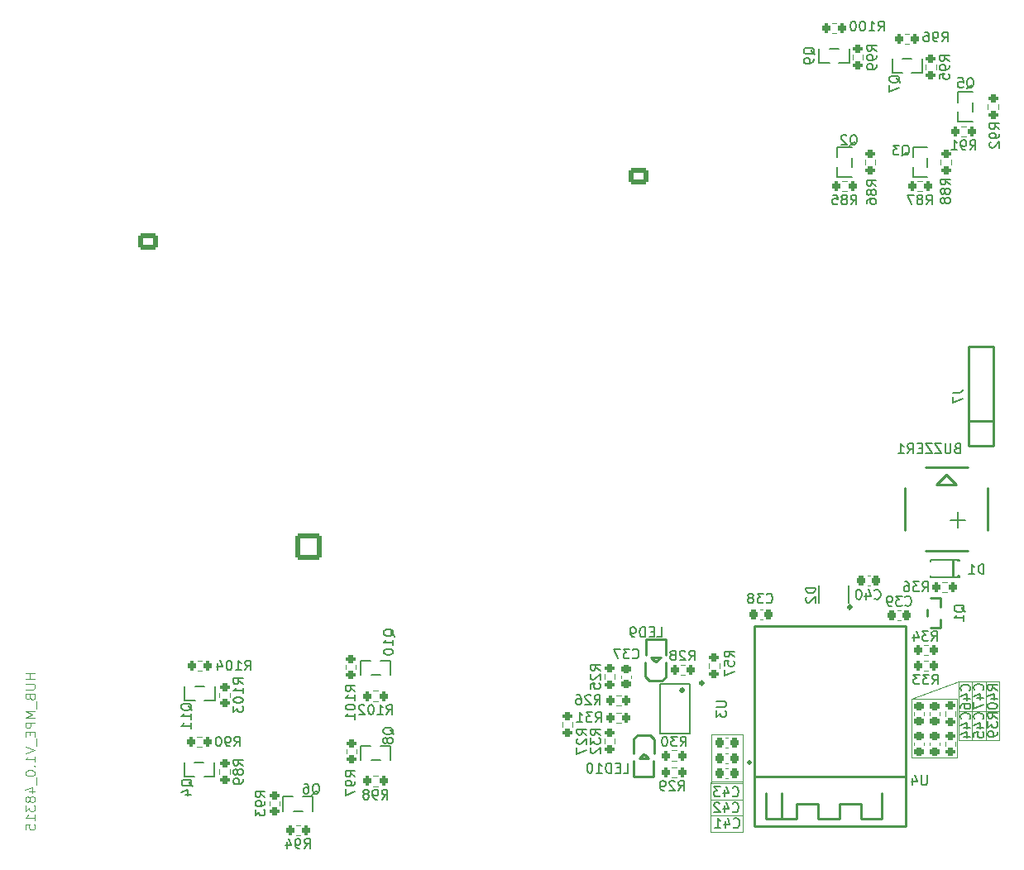
<source format=gbr>
%TF.GenerationSoftware,KiCad,Pcbnew,9.0.0*%
%TF.CreationDate,2025-04-03T12:13:19+02:00*%
%TF.ProjectId,HUB_MPE,4855425f-4d50-4452-9e6b-696361645f70,0.1*%
%TF.SameCoordinates,Original*%
%TF.FileFunction,Legend,Bot*%
%TF.FilePolarity,Positive*%
%FSLAX46Y46*%
G04 Gerber Fmt 4.6, Leading zero omitted, Abs format (unit mm)*
G04 Created by KiCad (PCBNEW 9.0.0) date 2025-04-03 12:13:19*
%MOMM*%
%LPD*%
G01*
G04 APERTURE LIST*
G04 Aperture macros list*
%AMRoundRect*
0 Rectangle with rounded corners*
0 $1 Rounding radius*
0 $2 $3 $4 $5 $6 $7 $8 $9 X,Y pos of 4 corners*
0 Add a 4 corners polygon primitive as box body*
4,1,4,$2,$3,$4,$5,$6,$7,$8,$9,$2,$3,0*
0 Add four circle primitives for the rounded corners*
1,1,$1+$1,$2,$3*
1,1,$1+$1,$4,$5*
1,1,$1+$1,$6,$7*
1,1,$1+$1,$8,$9*
0 Add four rect primitives between the rounded corners*
20,1,$1+$1,$2,$3,$4,$5,0*
20,1,$1+$1,$4,$5,$6,$7,0*
20,1,$1+$1,$6,$7,$8,$9,0*
20,1,$1+$1,$8,$9,$2,$3,0*%
G04 Aperture macros list end*
%ADD10C,0.100000*%
%ADD11C,0.150000*%
%ADD12C,0.200000*%
%ADD13C,0.250000*%
%ADD14C,0.120000*%
%ADD15C,0.300000*%
%ADD16C,1.800000*%
%ADD17R,1.800000X1.800000*%
%ADD18C,2.700000*%
%ADD19RoundRect,0.250001X1.099999X1.099999X-1.099999X1.099999X-1.099999X-1.099999X1.099999X-1.099999X0*%
%ADD20C,0.610000*%
%ADD21RoundRect,0.250001X1.099999X-1.099999X1.099999X1.099999X-1.099999X1.099999X-1.099999X-1.099999X0*%
%ADD22O,1.700000X1.950000*%
%ADD23RoundRect,0.250000X-0.600000X-0.725000X0.600000X-0.725000X0.600000X0.725000X-0.600000X0.725000X0*%
%ADD24O,1.950000X1.700000*%
%ADD25RoundRect,0.250000X-0.725000X0.600000X-0.725000X-0.600000X0.725000X-0.600000X0.725000X0.600000X0*%
%ADD26C,0.800000*%
%ADD27C,6.400000*%
%ADD28RoundRect,0.250000X0.725000X-0.600000X0.725000X0.600000X-0.725000X0.600000X-0.725000X-0.600000X0*%
%ADD29R,0.700000X1.250000*%
%ADD30R,0.800000X0.800000*%
%ADD31R,1.200000X1.200000*%
%ADD32R,0.400000X0.800000*%
%ADD33R,0.800000X0.400000*%
%ADD34RoundRect,0.200000X-0.200000X-0.275000X0.200000X-0.275000X0.200000X0.275000X-0.200000X0.275000X0*%
%ADD35RoundRect,0.200000X-0.275000X0.200000X-0.275000X-0.200000X0.275000X-0.200000X0.275000X0.200000X0*%
%ADD36R,2.400000X2.400000*%
%ADD37RoundRect,0.225000X0.250000X-0.225000X0.250000X0.225000X-0.250000X0.225000X-0.250000X-0.225000X0*%
%ADD38C,1.700000*%
%ADD39R,1.700000X1.700000*%
%ADD40RoundRect,0.225000X-0.250000X0.225000X-0.250000X-0.225000X0.250000X-0.225000X0.250000X0.225000X0*%
%ADD41RoundRect,0.225000X-0.225000X-0.250000X0.225000X-0.250000X0.225000X0.250000X-0.225000X0.250000X0*%
%ADD42R,1.250000X0.700000*%
%ADD43RoundRect,0.200000X0.200000X0.275000X-0.200000X0.275000X-0.200000X-0.275000X0.200000X-0.275000X0*%
%ADD44RoundRect,0.200000X0.275000X-0.200000X0.275000X0.200000X-0.275000X0.200000X-0.275000X-0.200000X0*%
%ADD45R,0.950000X1.150000*%
%ADD46R,1.400000X1.000000*%
%ADD47RoundRect,0.225000X0.225000X0.250000X-0.225000X0.250000X-0.225000X-0.250000X0.225000X-0.250000X0*%
%ADD48R,1.000000X0.800000*%
%ADD49O,2.040000X0.570000*%
%ADD50R,0.530000X1.070000*%
G04 APERTURE END LIST*
D10*
X128649132Y-132200000D02*
X131949132Y-132200000D01*
X128649132Y-137200000D02*
X128649132Y-132200000D01*
X155400000Y-121825000D02*
X155400000Y-127775000D01*
X131949132Y-135500000D02*
X128649132Y-135500000D01*
X128699132Y-127200000D02*
X131899132Y-127200000D01*
X131899132Y-132000000D01*
X128699132Y-132000000D01*
X128699132Y-127200000D01*
X131949132Y-137200000D02*
X128649132Y-137200000D01*
X156800000Y-121787500D02*
X156800000Y-127762500D01*
X128649132Y-135600000D02*
X128649132Y-133900000D01*
X128699132Y-132000000D02*
X128649132Y-132200000D01*
X131899132Y-132000000D02*
X131949132Y-132200000D01*
X154000000Y-121800000D02*
X149200000Y-123575000D01*
X131949132Y-132200000D02*
X131949132Y-137200000D01*
X154000000Y-121800000D02*
X158175000Y-121800000D01*
X158175000Y-127750000D01*
X154000000Y-127750000D01*
X154000000Y-121800000D01*
X158175000Y-124775000D02*
X154000000Y-124775000D01*
X128649132Y-133900000D02*
X131949133Y-133900000D01*
X149200000Y-123575000D02*
X153900000Y-123575000D01*
X153900000Y-129575000D01*
X149200000Y-129575000D01*
X149200000Y-123575000D01*
X59497419Y-120953884D02*
X58497419Y-120953884D01*
X58973609Y-120953884D02*
X58973609Y-121525312D01*
X59497419Y-121525312D02*
X58497419Y-121525312D01*
X58497419Y-122001503D02*
X59306942Y-122001503D01*
X59306942Y-122001503D02*
X59402180Y-122049122D01*
X59402180Y-122049122D02*
X59449800Y-122096741D01*
X59449800Y-122096741D02*
X59497419Y-122191979D01*
X59497419Y-122191979D02*
X59497419Y-122382455D01*
X59497419Y-122382455D02*
X59449800Y-122477693D01*
X59449800Y-122477693D02*
X59402180Y-122525312D01*
X59402180Y-122525312D02*
X59306942Y-122572931D01*
X59306942Y-122572931D02*
X58497419Y-122572931D01*
X58973609Y-123382455D02*
X59021228Y-123525312D01*
X59021228Y-123525312D02*
X59068847Y-123572931D01*
X59068847Y-123572931D02*
X59164085Y-123620550D01*
X59164085Y-123620550D02*
X59306942Y-123620550D01*
X59306942Y-123620550D02*
X59402180Y-123572931D01*
X59402180Y-123572931D02*
X59449800Y-123525312D01*
X59449800Y-123525312D02*
X59497419Y-123430074D01*
X59497419Y-123430074D02*
X59497419Y-123049122D01*
X59497419Y-123049122D02*
X58497419Y-123049122D01*
X58497419Y-123049122D02*
X58497419Y-123382455D01*
X58497419Y-123382455D02*
X58545038Y-123477693D01*
X58545038Y-123477693D02*
X58592657Y-123525312D01*
X58592657Y-123525312D02*
X58687895Y-123572931D01*
X58687895Y-123572931D02*
X58783133Y-123572931D01*
X58783133Y-123572931D02*
X58878371Y-123525312D01*
X58878371Y-123525312D02*
X58925990Y-123477693D01*
X58925990Y-123477693D02*
X58973609Y-123382455D01*
X58973609Y-123382455D02*
X58973609Y-123049122D01*
X59592657Y-123811027D02*
X59592657Y-124572931D01*
X59497419Y-124811027D02*
X58497419Y-124811027D01*
X58497419Y-124811027D02*
X59211704Y-125144360D01*
X59211704Y-125144360D02*
X58497419Y-125477693D01*
X58497419Y-125477693D02*
X59497419Y-125477693D01*
X59497419Y-125953884D02*
X58497419Y-125953884D01*
X58497419Y-125953884D02*
X58497419Y-126334836D01*
X58497419Y-126334836D02*
X58545038Y-126430074D01*
X58545038Y-126430074D02*
X58592657Y-126477693D01*
X58592657Y-126477693D02*
X58687895Y-126525312D01*
X58687895Y-126525312D02*
X58830752Y-126525312D01*
X58830752Y-126525312D02*
X58925990Y-126477693D01*
X58925990Y-126477693D02*
X58973609Y-126430074D01*
X58973609Y-126430074D02*
X59021228Y-126334836D01*
X59021228Y-126334836D02*
X59021228Y-125953884D01*
X58973609Y-126953884D02*
X58973609Y-127287217D01*
X59497419Y-127430074D02*
X59497419Y-126953884D01*
X59497419Y-126953884D02*
X58497419Y-126953884D01*
X58497419Y-126953884D02*
X58497419Y-127430074D01*
X59592657Y-127620551D02*
X59592657Y-128382455D01*
X58497419Y-128477694D02*
X59497419Y-128811027D01*
X59497419Y-128811027D02*
X58497419Y-129144360D01*
X59497419Y-130001503D02*
X59497419Y-129430075D01*
X59497419Y-129715789D02*
X58497419Y-129715789D01*
X58497419Y-129715789D02*
X58640276Y-129620551D01*
X58640276Y-129620551D02*
X58735514Y-129525313D01*
X58735514Y-129525313D02*
X58783133Y-129430075D01*
X59402180Y-130430075D02*
X59449800Y-130477694D01*
X59449800Y-130477694D02*
X59497419Y-130430075D01*
X59497419Y-130430075D02*
X59449800Y-130382456D01*
X59449800Y-130382456D02*
X59402180Y-130430075D01*
X59402180Y-130430075D02*
X59497419Y-130430075D01*
X58497419Y-131096741D02*
X58497419Y-131191979D01*
X58497419Y-131191979D02*
X58545038Y-131287217D01*
X58545038Y-131287217D02*
X58592657Y-131334836D01*
X58592657Y-131334836D02*
X58687895Y-131382455D01*
X58687895Y-131382455D02*
X58878371Y-131430074D01*
X58878371Y-131430074D02*
X59116466Y-131430074D01*
X59116466Y-131430074D02*
X59306942Y-131382455D01*
X59306942Y-131382455D02*
X59402180Y-131334836D01*
X59402180Y-131334836D02*
X59449800Y-131287217D01*
X59449800Y-131287217D02*
X59497419Y-131191979D01*
X59497419Y-131191979D02*
X59497419Y-131096741D01*
X59497419Y-131096741D02*
X59449800Y-131001503D01*
X59449800Y-131001503D02*
X59402180Y-130953884D01*
X59402180Y-130953884D02*
X59306942Y-130906265D01*
X59306942Y-130906265D02*
X59116466Y-130858646D01*
X59116466Y-130858646D02*
X58878371Y-130858646D01*
X58878371Y-130858646D02*
X58687895Y-130906265D01*
X58687895Y-130906265D02*
X58592657Y-130953884D01*
X58592657Y-130953884D02*
X58545038Y-131001503D01*
X58545038Y-131001503D02*
X58497419Y-131096741D01*
X59592657Y-131620551D02*
X59592657Y-132382455D01*
X58830752Y-133049122D02*
X59497419Y-133049122D01*
X58449800Y-132811027D02*
X59164085Y-132572932D01*
X59164085Y-132572932D02*
X59164085Y-133191979D01*
X58925990Y-133715789D02*
X58878371Y-133620551D01*
X58878371Y-133620551D02*
X58830752Y-133572932D01*
X58830752Y-133572932D02*
X58735514Y-133525313D01*
X58735514Y-133525313D02*
X58687895Y-133525313D01*
X58687895Y-133525313D02*
X58592657Y-133572932D01*
X58592657Y-133572932D02*
X58545038Y-133620551D01*
X58545038Y-133620551D02*
X58497419Y-133715789D01*
X58497419Y-133715789D02*
X58497419Y-133906265D01*
X58497419Y-133906265D02*
X58545038Y-134001503D01*
X58545038Y-134001503D02*
X58592657Y-134049122D01*
X58592657Y-134049122D02*
X58687895Y-134096741D01*
X58687895Y-134096741D02*
X58735514Y-134096741D01*
X58735514Y-134096741D02*
X58830752Y-134049122D01*
X58830752Y-134049122D02*
X58878371Y-134001503D01*
X58878371Y-134001503D02*
X58925990Y-133906265D01*
X58925990Y-133906265D02*
X58925990Y-133715789D01*
X58925990Y-133715789D02*
X58973609Y-133620551D01*
X58973609Y-133620551D02*
X59021228Y-133572932D01*
X59021228Y-133572932D02*
X59116466Y-133525313D01*
X59116466Y-133525313D02*
X59306942Y-133525313D01*
X59306942Y-133525313D02*
X59402180Y-133572932D01*
X59402180Y-133572932D02*
X59449800Y-133620551D01*
X59449800Y-133620551D02*
X59497419Y-133715789D01*
X59497419Y-133715789D02*
X59497419Y-133906265D01*
X59497419Y-133906265D02*
X59449800Y-134001503D01*
X59449800Y-134001503D02*
X59402180Y-134049122D01*
X59402180Y-134049122D02*
X59306942Y-134096741D01*
X59306942Y-134096741D02*
X59116466Y-134096741D01*
X59116466Y-134096741D02*
X59021228Y-134049122D01*
X59021228Y-134049122D02*
X58973609Y-134001503D01*
X58973609Y-134001503D02*
X58925990Y-133906265D01*
X58497419Y-134430075D02*
X58497419Y-135049122D01*
X58497419Y-135049122D02*
X58878371Y-134715789D01*
X58878371Y-134715789D02*
X58878371Y-134858646D01*
X58878371Y-134858646D02*
X58925990Y-134953884D01*
X58925990Y-134953884D02*
X58973609Y-135001503D01*
X58973609Y-135001503D02*
X59068847Y-135049122D01*
X59068847Y-135049122D02*
X59306942Y-135049122D01*
X59306942Y-135049122D02*
X59402180Y-135001503D01*
X59402180Y-135001503D02*
X59449800Y-134953884D01*
X59449800Y-134953884D02*
X59497419Y-134858646D01*
X59497419Y-134858646D02*
X59497419Y-134572932D01*
X59497419Y-134572932D02*
X59449800Y-134477694D01*
X59449800Y-134477694D02*
X59402180Y-134430075D01*
X59497419Y-136001503D02*
X59497419Y-135430075D01*
X59497419Y-135715789D02*
X58497419Y-135715789D01*
X58497419Y-135715789D02*
X58640276Y-135620551D01*
X58640276Y-135620551D02*
X58735514Y-135525313D01*
X58735514Y-135525313D02*
X58783133Y-135430075D01*
X58497419Y-136906265D02*
X58497419Y-136430075D01*
X58497419Y-136430075D02*
X58973609Y-136382456D01*
X58973609Y-136382456D02*
X58925990Y-136430075D01*
X58925990Y-136430075D02*
X58878371Y-136525313D01*
X58878371Y-136525313D02*
X58878371Y-136763408D01*
X58878371Y-136763408D02*
X58925990Y-136858646D01*
X58925990Y-136858646D02*
X58973609Y-136906265D01*
X58973609Y-136906265D02*
X59068847Y-136953884D01*
X59068847Y-136953884D02*
X59306942Y-136953884D01*
X59306942Y-136953884D02*
X59402180Y-136906265D01*
X59402180Y-136906265D02*
X59449800Y-136858646D01*
X59449800Y-136858646D02*
X59497419Y-136763408D01*
X59497419Y-136763408D02*
X59497419Y-136525313D01*
X59497419Y-136525313D02*
X59449800Y-136430075D01*
X59449800Y-136430075D02*
X59402180Y-136382456D01*
D11*
X148040057Y-60469761D02*
X147992438Y-60374523D01*
X147992438Y-60374523D02*
X147897200Y-60279285D01*
X147897200Y-60279285D02*
X147754342Y-60136428D01*
X147754342Y-60136428D02*
X147706723Y-60041190D01*
X147706723Y-60041190D02*
X147706723Y-59945952D01*
X147944819Y-59993571D02*
X147897200Y-59898333D01*
X147897200Y-59898333D02*
X147801961Y-59803095D01*
X147801961Y-59803095D02*
X147611485Y-59755476D01*
X147611485Y-59755476D02*
X147278152Y-59755476D01*
X147278152Y-59755476D02*
X147087676Y-59803095D01*
X147087676Y-59803095D02*
X146992438Y-59898333D01*
X146992438Y-59898333D02*
X146944819Y-59993571D01*
X146944819Y-59993571D02*
X146944819Y-60184047D01*
X146944819Y-60184047D02*
X146992438Y-60279285D01*
X146992438Y-60279285D02*
X147087676Y-60374523D01*
X147087676Y-60374523D02*
X147278152Y-60422142D01*
X147278152Y-60422142D02*
X147611485Y-60422142D01*
X147611485Y-60422142D02*
X147801961Y-60374523D01*
X147801961Y-60374523D02*
X147897200Y-60279285D01*
X147897200Y-60279285D02*
X147944819Y-60184047D01*
X147944819Y-60184047D02*
X147944819Y-59993571D01*
X146944819Y-60755476D02*
X146944819Y-61422142D01*
X146944819Y-61422142D02*
X147944819Y-60993571D01*
X150786904Y-131354819D02*
X150786904Y-132164342D01*
X150786904Y-132164342D02*
X150739285Y-132259580D01*
X150739285Y-132259580D02*
X150691666Y-132307200D01*
X150691666Y-132307200D02*
X150596428Y-132354819D01*
X150596428Y-132354819D02*
X150405952Y-132354819D01*
X150405952Y-132354819D02*
X150310714Y-132307200D01*
X150310714Y-132307200D02*
X150263095Y-132259580D01*
X150263095Y-132259580D02*
X150215476Y-132164342D01*
X150215476Y-132164342D02*
X150215476Y-131354819D01*
X149310714Y-131688152D02*
X149310714Y-132354819D01*
X149548809Y-131307200D02*
X149786904Y-132021485D01*
X149786904Y-132021485D02*
X149167857Y-132021485D01*
X125351989Y-132924819D02*
X125685322Y-132448628D01*
X125923417Y-132924819D02*
X125923417Y-131924819D01*
X125923417Y-131924819D02*
X125542465Y-131924819D01*
X125542465Y-131924819D02*
X125447227Y-131972438D01*
X125447227Y-131972438D02*
X125399608Y-132020057D01*
X125399608Y-132020057D02*
X125351989Y-132115295D01*
X125351989Y-132115295D02*
X125351989Y-132258152D01*
X125351989Y-132258152D02*
X125399608Y-132353390D01*
X125399608Y-132353390D02*
X125447227Y-132401009D01*
X125447227Y-132401009D02*
X125542465Y-132448628D01*
X125542465Y-132448628D02*
X125923417Y-132448628D01*
X124971036Y-132020057D02*
X124923417Y-131972438D01*
X124923417Y-131972438D02*
X124828179Y-131924819D01*
X124828179Y-131924819D02*
X124590084Y-131924819D01*
X124590084Y-131924819D02*
X124494846Y-131972438D01*
X124494846Y-131972438D02*
X124447227Y-132020057D01*
X124447227Y-132020057D02*
X124399608Y-132115295D01*
X124399608Y-132115295D02*
X124399608Y-132210533D01*
X124399608Y-132210533D02*
X124447227Y-132353390D01*
X124447227Y-132353390D02*
X125018655Y-132924819D01*
X125018655Y-132924819D02*
X124399608Y-132924819D01*
X123923417Y-132924819D02*
X123732941Y-132924819D01*
X123732941Y-132924819D02*
X123637703Y-132877200D01*
X123637703Y-132877200D02*
X123590084Y-132829580D01*
X123590084Y-132829580D02*
X123494846Y-132686723D01*
X123494846Y-132686723D02*
X123447227Y-132496247D01*
X123447227Y-132496247D02*
X123447227Y-132115295D01*
X123447227Y-132115295D02*
X123494846Y-132020057D01*
X123494846Y-132020057D02*
X123542465Y-131972438D01*
X123542465Y-131972438D02*
X123637703Y-131924819D01*
X123637703Y-131924819D02*
X123828179Y-131924819D01*
X123828179Y-131924819D02*
X123923417Y-131972438D01*
X123923417Y-131972438D02*
X123971036Y-132020057D01*
X123971036Y-132020057D02*
X124018655Y-132115295D01*
X124018655Y-132115295D02*
X124018655Y-132353390D01*
X124018655Y-132353390D02*
X123971036Y-132448628D01*
X123971036Y-132448628D02*
X123923417Y-132496247D01*
X123923417Y-132496247D02*
X123828179Y-132543866D01*
X123828179Y-132543866D02*
X123637703Y-132543866D01*
X123637703Y-132543866D02*
X123542465Y-132496247D01*
X123542465Y-132496247D02*
X123494846Y-132448628D01*
X123494846Y-132448628D02*
X123447227Y-132353390D01*
X115954819Y-127232142D02*
X115478628Y-126898809D01*
X115954819Y-126660714D02*
X114954819Y-126660714D01*
X114954819Y-126660714D02*
X114954819Y-127041666D01*
X114954819Y-127041666D02*
X115002438Y-127136904D01*
X115002438Y-127136904D02*
X115050057Y-127184523D01*
X115050057Y-127184523D02*
X115145295Y-127232142D01*
X115145295Y-127232142D02*
X115288152Y-127232142D01*
X115288152Y-127232142D02*
X115383390Y-127184523D01*
X115383390Y-127184523D02*
X115431009Y-127136904D01*
X115431009Y-127136904D02*
X115478628Y-127041666D01*
X115478628Y-127041666D02*
X115478628Y-126660714D01*
X115050057Y-127613095D02*
X115002438Y-127660714D01*
X115002438Y-127660714D02*
X114954819Y-127755952D01*
X114954819Y-127755952D02*
X114954819Y-127994047D01*
X114954819Y-127994047D02*
X115002438Y-128089285D01*
X115002438Y-128089285D02*
X115050057Y-128136904D01*
X115050057Y-128136904D02*
X115145295Y-128184523D01*
X115145295Y-128184523D02*
X115240533Y-128184523D01*
X115240533Y-128184523D02*
X115383390Y-128136904D01*
X115383390Y-128136904D02*
X115954819Y-127565476D01*
X115954819Y-127565476D02*
X115954819Y-128184523D01*
X114954819Y-128517857D02*
X114954819Y-129184523D01*
X114954819Y-129184523D02*
X115954819Y-128755952D01*
X153883333Y-97881009D02*
X153740476Y-97928628D01*
X153740476Y-97928628D02*
X153692857Y-97976247D01*
X153692857Y-97976247D02*
X153645238Y-98071485D01*
X153645238Y-98071485D02*
X153645238Y-98214342D01*
X153645238Y-98214342D02*
X153692857Y-98309580D01*
X153692857Y-98309580D02*
X153740476Y-98357200D01*
X153740476Y-98357200D02*
X153835714Y-98404819D01*
X153835714Y-98404819D02*
X154216666Y-98404819D01*
X154216666Y-98404819D02*
X154216666Y-97404819D01*
X154216666Y-97404819D02*
X153883333Y-97404819D01*
X153883333Y-97404819D02*
X153788095Y-97452438D01*
X153788095Y-97452438D02*
X153740476Y-97500057D01*
X153740476Y-97500057D02*
X153692857Y-97595295D01*
X153692857Y-97595295D02*
X153692857Y-97690533D01*
X153692857Y-97690533D02*
X153740476Y-97785771D01*
X153740476Y-97785771D02*
X153788095Y-97833390D01*
X153788095Y-97833390D02*
X153883333Y-97881009D01*
X153883333Y-97881009D02*
X154216666Y-97881009D01*
X153216666Y-97404819D02*
X153216666Y-98214342D01*
X153216666Y-98214342D02*
X153169047Y-98309580D01*
X153169047Y-98309580D02*
X153121428Y-98357200D01*
X153121428Y-98357200D02*
X153026190Y-98404819D01*
X153026190Y-98404819D02*
X152835714Y-98404819D01*
X152835714Y-98404819D02*
X152740476Y-98357200D01*
X152740476Y-98357200D02*
X152692857Y-98309580D01*
X152692857Y-98309580D02*
X152645238Y-98214342D01*
X152645238Y-98214342D02*
X152645238Y-97404819D01*
X152264285Y-97404819D02*
X151597619Y-97404819D01*
X151597619Y-97404819D02*
X152264285Y-98404819D01*
X152264285Y-98404819D02*
X151597619Y-98404819D01*
X151311904Y-97404819D02*
X150645238Y-97404819D01*
X150645238Y-97404819D02*
X151311904Y-98404819D01*
X151311904Y-98404819D02*
X150645238Y-98404819D01*
X150264285Y-97881009D02*
X149930952Y-97881009D01*
X149788095Y-98404819D02*
X150264285Y-98404819D01*
X150264285Y-98404819D02*
X150264285Y-97404819D01*
X150264285Y-97404819D02*
X149788095Y-97404819D01*
X148788095Y-98404819D02*
X149121428Y-97928628D01*
X149359523Y-98404819D02*
X149359523Y-97404819D01*
X149359523Y-97404819D02*
X148978571Y-97404819D01*
X148978571Y-97404819D02*
X148883333Y-97452438D01*
X148883333Y-97452438D02*
X148835714Y-97500057D01*
X148835714Y-97500057D02*
X148788095Y-97595295D01*
X148788095Y-97595295D02*
X148788095Y-97738152D01*
X148788095Y-97738152D02*
X148835714Y-97833390D01*
X148835714Y-97833390D02*
X148883333Y-97881009D01*
X148883333Y-97881009D02*
X148978571Y-97928628D01*
X148978571Y-97928628D02*
X149359523Y-97928628D01*
X147835714Y-98404819D02*
X148407142Y-98404819D01*
X148121428Y-98404819D02*
X148121428Y-97404819D01*
X148121428Y-97404819D02*
X148216666Y-97547676D01*
X148216666Y-97547676D02*
X148311904Y-97642914D01*
X148311904Y-97642914D02*
X148407142Y-97690533D01*
D12*
X153929515Y-104438422D02*
X153929515Y-105985089D01*
X154702848Y-105211755D02*
X153156182Y-105211755D01*
D11*
X156484580Y-122632142D02*
X156532200Y-122584523D01*
X156532200Y-122584523D02*
X156579819Y-122441666D01*
X156579819Y-122441666D02*
X156579819Y-122346428D01*
X156579819Y-122346428D02*
X156532200Y-122203571D01*
X156532200Y-122203571D02*
X156436961Y-122108333D01*
X156436961Y-122108333D02*
X156341723Y-122060714D01*
X156341723Y-122060714D02*
X156151247Y-122013095D01*
X156151247Y-122013095D02*
X156008390Y-122013095D01*
X156008390Y-122013095D02*
X155817914Y-122060714D01*
X155817914Y-122060714D02*
X155722676Y-122108333D01*
X155722676Y-122108333D02*
X155627438Y-122203571D01*
X155627438Y-122203571D02*
X155579819Y-122346428D01*
X155579819Y-122346428D02*
X155579819Y-122441666D01*
X155579819Y-122441666D02*
X155627438Y-122584523D01*
X155627438Y-122584523D02*
X155675057Y-122632142D01*
X155913152Y-123489285D02*
X156579819Y-123489285D01*
X155532200Y-123251190D02*
X156246485Y-123013095D01*
X156246485Y-123013095D02*
X156246485Y-123632142D01*
X155579819Y-123917857D02*
X155579819Y-124584523D01*
X155579819Y-124584523D02*
X156579819Y-124155952D01*
X87054893Y-138867783D02*
X87388226Y-138391592D01*
X87626321Y-138867783D02*
X87626321Y-137867783D01*
X87626321Y-137867783D02*
X87245369Y-137867783D01*
X87245369Y-137867783D02*
X87150131Y-137915402D01*
X87150131Y-137915402D02*
X87102512Y-137963021D01*
X87102512Y-137963021D02*
X87054893Y-138058259D01*
X87054893Y-138058259D02*
X87054893Y-138201116D01*
X87054893Y-138201116D02*
X87102512Y-138296354D01*
X87102512Y-138296354D02*
X87150131Y-138343973D01*
X87150131Y-138343973D02*
X87245369Y-138391592D01*
X87245369Y-138391592D02*
X87626321Y-138391592D01*
X86578702Y-138867783D02*
X86388226Y-138867783D01*
X86388226Y-138867783D02*
X86292988Y-138820164D01*
X86292988Y-138820164D02*
X86245369Y-138772544D01*
X86245369Y-138772544D02*
X86150131Y-138629687D01*
X86150131Y-138629687D02*
X86102512Y-138439211D01*
X86102512Y-138439211D02*
X86102512Y-138058259D01*
X86102512Y-138058259D02*
X86150131Y-137963021D01*
X86150131Y-137963021D02*
X86197750Y-137915402D01*
X86197750Y-137915402D02*
X86292988Y-137867783D01*
X86292988Y-137867783D02*
X86483464Y-137867783D01*
X86483464Y-137867783D02*
X86578702Y-137915402D01*
X86578702Y-137915402D02*
X86626321Y-137963021D01*
X86626321Y-137963021D02*
X86673940Y-138058259D01*
X86673940Y-138058259D02*
X86673940Y-138296354D01*
X86673940Y-138296354D02*
X86626321Y-138391592D01*
X86626321Y-138391592D02*
X86578702Y-138439211D01*
X86578702Y-138439211D02*
X86483464Y-138486830D01*
X86483464Y-138486830D02*
X86292988Y-138486830D01*
X86292988Y-138486830D02*
X86197750Y-138439211D01*
X86197750Y-138439211D02*
X86150131Y-138391592D01*
X86150131Y-138391592D02*
X86102512Y-138296354D01*
X85245369Y-138201116D02*
X85245369Y-138867783D01*
X85483464Y-137820164D02*
X85721559Y-138534449D01*
X85721559Y-138534449D02*
X85102512Y-138534449D01*
X95479047Y-125129819D02*
X95812380Y-124653628D01*
X96050475Y-125129819D02*
X96050475Y-124129819D01*
X96050475Y-124129819D02*
X95669523Y-124129819D01*
X95669523Y-124129819D02*
X95574285Y-124177438D01*
X95574285Y-124177438D02*
X95526666Y-124225057D01*
X95526666Y-124225057D02*
X95479047Y-124320295D01*
X95479047Y-124320295D02*
X95479047Y-124463152D01*
X95479047Y-124463152D02*
X95526666Y-124558390D01*
X95526666Y-124558390D02*
X95574285Y-124606009D01*
X95574285Y-124606009D02*
X95669523Y-124653628D01*
X95669523Y-124653628D02*
X96050475Y-124653628D01*
X94526666Y-125129819D02*
X95098094Y-125129819D01*
X94812380Y-125129819D02*
X94812380Y-124129819D01*
X94812380Y-124129819D02*
X94907618Y-124272676D01*
X94907618Y-124272676D02*
X95002856Y-124367914D01*
X95002856Y-124367914D02*
X95098094Y-124415533D01*
X93907618Y-124129819D02*
X93812380Y-124129819D01*
X93812380Y-124129819D02*
X93717142Y-124177438D01*
X93717142Y-124177438D02*
X93669523Y-124225057D01*
X93669523Y-124225057D02*
X93621904Y-124320295D01*
X93621904Y-124320295D02*
X93574285Y-124510771D01*
X93574285Y-124510771D02*
X93574285Y-124748866D01*
X93574285Y-124748866D02*
X93621904Y-124939342D01*
X93621904Y-124939342D02*
X93669523Y-125034580D01*
X93669523Y-125034580D02*
X93717142Y-125082200D01*
X93717142Y-125082200D02*
X93812380Y-125129819D01*
X93812380Y-125129819D02*
X93907618Y-125129819D01*
X93907618Y-125129819D02*
X94002856Y-125082200D01*
X94002856Y-125082200D02*
X94050475Y-125034580D01*
X94050475Y-125034580D02*
X94098094Y-124939342D01*
X94098094Y-124939342D02*
X94145713Y-124748866D01*
X94145713Y-124748866D02*
X94145713Y-124510771D01*
X94145713Y-124510771D02*
X94098094Y-124320295D01*
X94098094Y-124320295D02*
X94050475Y-124225057D01*
X94050475Y-124225057D02*
X94002856Y-124177438D01*
X94002856Y-124177438D02*
X93907618Y-124129819D01*
X93193332Y-124225057D02*
X93145713Y-124177438D01*
X93145713Y-124177438D02*
X93050475Y-124129819D01*
X93050475Y-124129819D02*
X92812380Y-124129819D01*
X92812380Y-124129819D02*
X92717142Y-124177438D01*
X92717142Y-124177438D02*
X92669523Y-124225057D01*
X92669523Y-124225057D02*
X92621904Y-124320295D01*
X92621904Y-124320295D02*
X92621904Y-124415533D01*
X92621904Y-124415533D02*
X92669523Y-124558390D01*
X92669523Y-124558390D02*
X93240951Y-125129819D01*
X93240951Y-125129819D02*
X92621904Y-125129819D01*
X153429819Y-92216666D02*
X154144104Y-92216666D01*
X154144104Y-92216666D02*
X154286961Y-92169047D01*
X154286961Y-92169047D02*
X154382200Y-92073809D01*
X154382200Y-92073809D02*
X154429819Y-91930952D01*
X154429819Y-91930952D02*
X154429819Y-91835714D01*
X153429819Y-92597619D02*
X153429819Y-93264285D01*
X153429819Y-93264285D02*
X154429819Y-92835714D01*
X83036855Y-133590106D02*
X82560664Y-133256773D01*
X83036855Y-133018678D02*
X82036855Y-133018678D01*
X82036855Y-133018678D02*
X82036855Y-133399630D01*
X82036855Y-133399630D02*
X82084474Y-133494868D01*
X82084474Y-133494868D02*
X82132093Y-133542487D01*
X82132093Y-133542487D02*
X82227331Y-133590106D01*
X82227331Y-133590106D02*
X82370188Y-133590106D01*
X82370188Y-133590106D02*
X82465426Y-133542487D01*
X82465426Y-133542487D02*
X82513045Y-133494868D01*
X82513045Y-133494868D02*
X82560664Y-133399630D01*
X82560664Y-133399630D02*
X82560664Y-133018678D01*
X83036855Y-134066297D02*
X83036855Y-134256773D01*
X83036855Y-134256773D02*
X82989236Y-134352011D01*
X82989236Y-134352011D02*
X82941616Y-134399630D01*
X82941616Y-134399630D02*
X82798759Y-134494868D01*
X82798759Y-134494868D02*
X82608283Y-134542487D01*
X82608283Y-134542487D02*
X82227331Y-134542487D01*
X82227331Y-134542487D02*
X82132093Y-134494868D01*
X82132093Y-134494868D02*
X82084474Y-134447249D01*
X82084474Y-134447249D02*
X82036855Y-134352011D01*
X82036855Y-134352011D02*
X82036855Y-134161535D01*
X82036855Y-134161535D02*
X82084474Y-134066297D01*
X82084474Y-134066297D02*
X82132093Y-134018678D01*
X82132093Y-134018678D02*
X82227331Y-133971059D01*
X82227331Y-133971059D02*
X82465426Y-133971059D01*
X82465426Y-133971059D02*
X82560664Y-134018678D01*
X82560664Y-134018678D02*
X82608283Y-134066297D01*
X82608283Y-134066297D02*
X82655902Y-134161535D01*
X82655902Y-134161535D02*
X82655902Y-134352011D01*
X82655902Y-134352011D02*
X82608283Y-134447249D01*
X82608283Y-134447249D02*
X82560664Y-134494868D01*
X82560664Y-134494868D02*
X82465426Y-134542487D01*
X82036855Y-134875821D02*
X82036855Y-135494868D01*
X82036855Y-135494868D02*
X82417807Y-135161535D01*
X82417807Y-135161535D02*
X82417807Y-135304392D01*
X82417807Y-135304392D02*
X82465426Y-135399630D01*
X82465426Y-135399630D02*
X82513045Y-135447249D01*
X82513045Y-135447249D02*
X82608283Y-135494868D01*
X82608283Y-135494868D02*
X82846378Y-135494868D01*
X82846378Y-135494868D02*
X82941616Y-135447249D01*
X82941616Y-135447249D02*
X82989236Y-135399630D01*
X82989236Y-135399630D02*
X83036855Y-135304392D01*
X83036855Y-135304392D02*
X83036855Y-135018678D01*
X83036855Y-135018678D02*
X82989236Y-134923440D01*
X82989236Y-134923440D02*
X82941616Y-134875821D01*
X150316989Y-112554819D02*
X150650322Y-112078628D01*
X150888417Y-112554819D02*
X150888417Y-111554819D01*
X150888417Y-111554819D02*
X150507465Y-111554819D01*
X150507465Y-111554819D02*
X150412227Y-111602438D01*
X150412227Y-111602438D02*
X150364608Y-111650057D01*
X150364608Y-111650057D02*
X150316989Y-111745295D01*
X150316989Y-111745295D02*
X150316989Y-111888152D01*
X150316989Y-111888152D02*
X150364608Y-111983390D01*
X150364608Y-111983390D02*
X150412227Y-112031009D01*
X150412227Y-112031009D02*
X150507465Y-112078628D01*
X150507465Y-112078628D02*
X150888417Y-112078628D01*
X149983655Y-111554819D02*
X149364608Y-111554819D01*
X149364608Y-111554819D02*
X149697941Y-111935771D01*
X149697941Y-111935771D02*
X149555084Y-111935771D01*
X149555084Y-111935771D02*
X149459846Y-111983390D01*
X149459846Y-111983390D02*
X149412227Y-112031009D01*
X149412227Y-112031009D02*
X149364608Y-112126247D01*
X149364608Y-112126247D02*
X149364608Y-112364342D01*
X149364608Y-112364342D02*
X149412227Y-112459580D01*
X149412227Y-112459580D02*
X149459846Y-112507200D01*
X149459846Y-112507200D02*
X149555084Y-112554819D01*
X149555084Y-112554819D02*
X149840798Y-112554819D01*
X149840798Y-112554819D02*
X149936036Y-112507200D01*
X149936036Y-112507200D02*
X149983655Y-112459580D01*
X148507465Y-111554819D02*
X148697941Y-111554819D01*
X148697941Y-111554819D02*
X148793179Y-111602438D01*
X148793179Y-111602438D02*
X148840798Y-111650057D01*
X148840798Y-111650057D02*
X148936036Y-111792914D01*
X148936036Y-111792914D02*
X148983655Y-111983390D01*
X148983655Y-111983390D02*
X148983655Y-112364342D01*
X148983655Y-112364342D02*
X148936036Y-112459580D01*
X148936036Y-112459580D02*
X148888417Y-112507200D01*
X148888417Y-112507200D02*
X148793179Y-112554819D01*
X148793179Y-112554819D02*
X148602703Y-112554819D01*
X148602703Y-112554819D02*
X148507465Y-112507200D01*
X148507465Y-112507200D02*
X148459846Y-112459580D01*
X148459846Y-112459580D02*
X148412227Y-112364342D01*
X148412227Y-112364342D02*
X148412227Y-112126247D01*
X148412227Y-112126247D02*
X148459846Y-112031009D01*
X148459846Y-112031009D02*
X148507465Y-111983390D01*
X148507465Y-111983390D02*
X148602703Y-111935771D01*
X148602703Y-111935771D02*
X148793179Y-111935771D01*
X148793179Y-111935771D02*
X148888417Y-111983390D01*
X148888417Y-111983390D02*
X148936036Y-112031009D01*
X148936036Y-112031009D02*
X148983655Y-112126247D01*
X96200057Y-127204761D02*
X96152438Y-127109523D01*
X96152438Y-127109523D02*
X96057200Y-127014285D01*
X96057200Y-127014285D02*
X95914342Y-126871428D01*
X95914342Y-126871428D02*
X95866723Y-126776190D01*
X95866723Y-126776190D02*
X95866723Y-126680952D01*
X96104819Y-126728571D02*
X96057200Y-126633333D01*
X96057200Y-126633333D02*
X95961961Y-126538095D01*
X95961961Y-126538095D02*
X95771485Y-126490476D01*
X95771485Y-126490476D02*
X95438152Y-126490476D01*
X95438152Y-126490476D02*
X95247676Y-126538095D01*
X95247676Y-126538095D02*
X95152438Y-126633333D01*
X95152438Y-126633333D02*
X95104819Y-126728571D01*
X95104819Y-126728571D02*
X95104819Y-126919047D01*
X95104819Y-126919047D02*
X95152438Y-127014285D01*
X95152438Y-127014285D02*
X95247676Y-127109523D01*
X95247676Y-127109523D02*
X95438152Y-127157142D01*
X95438152Y-127157142D02*
X95771485Y-127157142D01*
X95771485Y-127157142D02*
X95961961Y-127109523D01*
X95961961Y-127109523D02*
X96057200Y-127014285D01*
X96057200Y-127014285D02*
X96104819Y-126919047D01*
X96104819Y-126919047D02*
X96104819Y-126728571D01*
X95533390Y-127728571D02*
X95485771Y-127633333D01*
X95485771Y-127633333D02*
X95438152Y-127585714D01*
X95438152Y-127585714D02*
X95342914Y-127538095D01*
X95342914Y-127538095D02*
X95295295Y-127538095D01*
X95295295Y-127538095D02*
X95200057Y-127585714D01*
X95200057Y-127585714D02*
X95152438Y-127633333D01*
X95152438Y-127633333D02*
X95104819Y-127728571D01*
X95104819Y-127728571D02*
X95104819Y-127919047D01*
X95104819Y-127919047D02*
X95152438Y-128014285D01*
X95152438Y-128014285D02*
X95200057Y-128061904D01*
X95200057Y-128061904D02*
X95295295Y-128109523D01*
X95295295Y-128109523D02*
X95342914Y-128109523D01*
X95342914Y-128109523D02*
X95438152Y-128061904D01*
X95438152Y-128061904D02*
X95485771Y-128014285D01*
X95485771Y-128014285D02*
X95533390Y-127919047D01*
X95533390Y-127919047D02*
X95533390Y-127728571D01*
X95533390Y-127728571D02*
X95581009Y-127633333D01*
X95581009Y-127633333D02*
X95628628Y-127585714D01*
X95628628Y-127585714D02*
X95723866Y-127538095D01*
X95723866Y-127538095D02*
X95914342Y-127538095D01*
X95914342Y-127538095D02*
X96009580Y-127585714D01*
X96009580Y-127585714D02*
X96057200Y-127633333D01*
X96057200Y-127633333D02*
X96104819Y-127728571D01*
X96104819Y-127728571D02*
X96104819Y-127919047D01*
X96104819Y-127919047D02*
X96057200Y-128014285D01*
X96057200Y-128014285D02*
X96009580Y-128061904D01*
X96009580Y-128061904D02*
X95914342Y-128109523D01*
X95914342Y-128109523D02*
X95723866Y-128109523D01*
X95723866Y-128109523D02*
X95628628Y-128061904D01*
X95628628Y-128061904D02*
X95581009Y-128014285D01*
X95581009Y-128014285D02*
X95533390Y-127919047D01*
X120651989Y-119329579D02*
X120699608Y-119377199D01*
X120699608Y-119377199D02*
X120842465Y-119424818D01*
X120842465Y-119424818D02*
X120937703Y-119424818D01*
X120937703Y-119424818D02*
X121080560Y-119377199D01*
X121080560Y-119377199D02*
X121175798Y-119281960D01*
X121175798Y-119281960D02*
X121223417Y-119186722D01*
X121223417Y-119186722D02*
X121271036Y-118996246D01*
X121271036Y-118996246D02*
X121271036Y-118853389D01*
X121271036Y-118853389D02*
X121223417Y-118662913D01*
X121223417Y-118662913D02*
X121175798Y-118567675D01*
X121175798Y-118567675D02*
X121080560Y-118472437D01*
X121080560Y-118472437D02*
X120937703Y-118424818D01*
X120937703Y-118424818D02*
X120842465Y-118424818D01*
X120842465Y-118424818D02*
X120699608Y-118472437D01*
X120699608Y-118472437D02*
X120651989Y-118520056D01*
X120318655Y-118424818D02*
X119699608Y-118424818D01*
X119699608Y-118424818D02*
X120032941Y-118805770D01*
X120032941Y-118805770D02*
X119890084Y-118805770D01*
X119890084Y-118805770D02*
X119794846Y-118853389D01*
X119794846Y-118853389D02*
X119747227Y-118901008D01*
X119747227Y-118901008D02*
X119699608Y-118996246D01*
X119699608Y-118996246D02*
X119699608Y-119234341D01*
X119699608Y-119234341D02*
X119747227Y-119329579D01*
X119747227Y-119329579D02*
X119794846Y-119377199D01*
X119794846Y-119377199D02*
X119890084Y-119424818D01*
X119890084Y-119424818D02*
X120175798Y-119424818D01*
X120175798Y-119424818D02*
X120271036Y-119377199D01*
X120271036Y-119377199D02*
X120318655Y-119329579D01*
X119366274Y-118424818D02*
X118699608Y-118424818D01*
X118699608Y-118424818D02*
X119128179Y-119424818D01*
X130891988Y-133459580D02*
X130939607Y-133507200D01*
X130939607Y-133507200D02*
X131082464Y-133554819D01*
X131082464Y-133554819D02*
X131177702Y-133554819D01*
X131177702Y-133554819D02*
X131320559Y-133507200D01*
X131320559Y-133507200D02*
X131415797Y-133411961D01*
X131415797Y-133411961D02*
X131463416Y-133316723D01*
X131463416Y-133316723D02*
X131511035Y-133126247D01*
X131511035Y-133126247D02*
X131511035Y-132983390D01*
X131511035Y-132983390D02*
X131463416Y-132792914D01*
X131463416Y-132792914D02*
X131415797Y-132697676D01*
X131415797Y-132697676D02*
X131320559Y-132602438D01*
X131320559Y-132602438D02*
X131177702Y-132554819D01*
X131177702Y-132554819D02*
X131082464Y-132554819D01*
X131082464Y-132554819D02*
X130939607Y-132602438D01*
X130939607Y-132602438D02*
X130891988Y-132650057D01*
X130034845Y-132888152D02*
X130034845Y-133554819D01*
X130272940Y-132507200D02*
X130511035Y-133221485D01*
X130511035Y-133221485D02*
X129891988Y-133221485D01*
X129606273Y-132554819D02*
X128987226Y-132554819D01*
X128987226Y-132554819D02*
X129320559Y-132935771D01*
X129320559Y-132935771D02*
X129177702Y-132935771D01*
X129177702Y-132935771D02*
X129082464Y-132983390D01*
X129082464Y-132983390D02*
X129034845Y-133031009D01*
X129034845Y-133031009D02*
X128987226Y-133126247D01*
X128987226Y-133126247D02*
X128987226Y-133364342D01*
X128987226Y-133364342D02*
X129034845Y-133459580D01*
X129034845Y-133459580D02*
X129082464Y-133507200D01*
X129082464Y-133507200D02*
X129177702Y-133554819D01*
X129177702Y-133554819D02*
X129463416Y-133554819D01*
X129463416Y-133554819D02*
X129558654Y-133507200D01*
X129558654Y-133507200D02*
X129606273Y-133459580D01*
X154845238Y-61050057D02*
X154940476Y-61002438D01*
X154940476Y-61002438D02*
X155035714Y-60907200D01*
X155035714Y-60907200D02*
X155178571Y-60764342D01*
X155178571Y-60764342D02*
X155273809Y-60716723D01*
X155273809Y-60716723D02*
X155369047Y-60716723D01*
X155321428Y-60954819D02*
X155416666Y-60907200D01*
X155416666Y-60907200D02*
X155511904Y-60811961D01*
X155511904Y-60811961D02*
X155559523Y-60621485D01*
X155559523Y-60621485D02*
X155559523Y-60288152D01*
X155559523Y-60288152D02*
X155511904Y-60097676D01*
X155511904Y-60097676D02*
X155416666Y-60002438D01*
X155416666Y-60002438D02*
X155321428Y-59954819D01*
X155321428Y-59954819D02*
X155130952Y-59954819D01*
X155130952Y-59954819D02*
X155035714Y-60002438D01*
X155035714Y-60002438D02*
X154940476Y-60097676D01*
X154940476Y-60097676D02*
X154892857Y-60288152D01*
X154892857Y-60288152D02*
X154892857Y-60621485D01*
X154892857Y-60621485D02*
X154940476Y-60811961D01*
X154940476Y-60811961D02*
X155035714Y-60907200D01*
X155035714Y-60907200D02*
X155130952Y-60954819D01*
X155130952Y-60954819D02*
X155321428Y-60954819D01*
X153988095Y-59954819D02*
X154464285Y-59954819D01*
X154464285Y-59954819D02*
X154511904Y-60431009D01*
X154511904Y-60431009D02*
X154464285Y-60383390D01*
X154464285Y-60383390D02*
X154369047Y-60335771D01*
X154369047Y-60335771D02*
X154130952Y-60335771D01*
X154130952Y-60335771D02*
X154035714Y-60383390D01*
X154035714Y-60383390D02*
X153988095Y-60431009D01*
X153988095Y-60431009D02*
X153940476Y-60526247D01*
X153940476Y-60526247D02*
X153940476Y-60764342D01*
X153940476Y-60764342D02*
X153988095Y-60859580D01*
X153988095Y-60859580D02*
X154035714Y-60907200D01*
X154035714Y-60907200D02*
X154130952Y-60954819D01*
X154130952Y-60954819D02*
X154369047Y-60954819D01*
X154369047Y-60954819D02*
X154464285Y-60907200D01*
X154464285Y-60907200D02*
X154511904Y-60859580D01*
X148220238Y-67950056D02*
X148315476Y-67902437D01*
X148315476Y-67902437D02*
X148410714Y-67807199D01*
X148410714Y-67807199D02*
X148553571Y-67664341D01*
X148553571Y-67664341D02*
X148648809Y-67616722D01*
X148648809Y-67616722D02*
X148744047Y-67616722D01*
X148696428Y-67854818D02*
X148791666Y-67807199D01*
X148791666Y-67807199D02*
X148886904Y-67711960D01*
X148886904Y-67711960D02*
X148934523Y-67521484D01*
X148934523Y-67521484D02*
X148934523Y-67188151D01*
X148934523Y-67188151D02*
X148886904Y-66997675D01*
X148886904Y-66997675D02*
X148791666Y-66902437D01*
X148791666Y-66902437D02*
X148696428Y-66854818D01*
X148696428Y-66854818D02*
X148505952Y-66854818D01*
X148505952Y-66854818D02*
X148410714Y-66902437D01*
X148410714Y-66902437D02*
X148315476Y-66997675D01*
X148315476Y-66997675D02*
X148267857Y-67188151D01*
X148267857Y-67188151D02*
X148267857Y-67521484D01*
X148267857Y-67521484D02*
X148315476Y-67711960D01*
X148315476Y-67711960D02*
X148410714Y-67807199D01*
X148410714Y-67807199D02*
X148505952Y-67854818D01*
X148505952Y-67854818D02*
X148696428Y-67854818D01*
X147934523Y-66854818D02*
X147315476Y-66854818D01*
X147315476Y-66854818D02*
X147648809Y-67235770D01*
X147648809Y-67235770D02*
X147505952Y-67235770D01*
X147505952Y-67235770D02*
X147410714Y-67283389D01*
X147410714Y-67283389D02*
X147363095Y-67331008D01*
X147363095Y-67331008D02*
X147315476Y-67426246D01*
X147315476Y-67426246D02*
X147315476Y-67664341D01*
X147315476Y-67664341D02*
X147363095Y-67759579D01*
X147363095Y-67759579D02*
X147410714Y-67807199D01*
X147410714Y-67807199D02*
X147505952Y-67854818D01*
X147505952Y-67854818D02*
X147791666Y-67854818D01*
X147791666Y-67854818D02*
X147886904Y-67807199D01*
X147886904Y-67807199D02*
X147934523Y-67759579D01*
X116851989Y-125924819D02*
X117185322Y-125448628D01*
X117423417Y-125924819D02*
X117423417Y-124924819D01*
X117423417Y-124924819D02*
X117042465Y-124924819D01*
X117042465Y-124924819D02*
X116947227Y-124972438D01*
X116947227Y-124972438D02*
X116899608Y-125020057D01*
X116899608Y-125020057D02*
X116851989Y-125115295D01*
X116851989Y-125115295D02*
X116851989Y-125258152D01*
X116851989Y-125258152D02*
X116899608Y-125353390D01*
X116899608Y-125353390D02*
X116947227Y-125401009D01*
X116947227Y-125401009D02*
X117042465Y-125448628D01*
X117042465Y-125448628D02*
X117423417Y-125448628D01*
X116518655Y-124924819D02*
X115899608Y-124924819D01*
X115899608Y-124924819D02*
X116232941Y-125305771D01*
X116232941Y-125305771D02*
X116090084Y-125305771D01*
X116090084Y-125305771D02*
X115994846Y-125353390D01*
X115994846Y-125353390D02*
X115947227Y-125401009D01*
X115947227Y-125401009D02*
X115899608Y-125496247D01*
X115899608Y-125496247D02*
X115899608Y-125734342D01*
X115899608Y-125734342D02*
X115947227Y-125829580D01*
X115947227Y-125829580D02*
X115994846Y-125877200D01*
X115994846Y-125877200D02*
X116090084Y-125924819D01*
X116090084Y-125924819D02*
X116375798Y-125924819D01*
X116375798Y-125924819D02*
X116471036Y-125877200D01*
X116471036Y-125877200D02*
X116518655Y-125829580D01*
X114947227Y-125924819D02*
X115518655Y-125924819D01*
X115232941Y-125924819D02*
X115232941Y-124924819D01*
X115232941Y-124924819D02*
X115328179Y-125067676D01*
X115328179Y-125067676D02*
X115423417Y-125162914D01*
X115423417Y-125162914D02*
X115518655Y-125210533D01*
X153179819Y-70907141D02*
X152703628Y-70573808D01*
X153179819Y-70335713D02*
X152179819Y-70335713D01*
X152179819Y-70335713D02*
X152179819Y-70716665D01*
X152179819Y-70716665D02*
X152227438Y-70811903D01*
X152227438Y-70811903D02*
X152275057Y-70859522D01*
X152275057Y-70859522D02*
X152370295Y-70907141D01*
X152370295Y-70907141D02*
X152513152Y-70907141D01*
X152513152Y-70907141D02*
X152608390Y-70859522D01*
X152608390Y-70859522D02*
X152656009Y-70811903D01*
X152656009Y-70811903D02*
X152703628Y-70716665D01*
X152703628Y-70716665D02*
X152703628Y-70335713D01*
X152608390Y-71478570D02*
X152560771Y-71383332D01*
X152560771Y-71383332D02*
X152513152Y-71335713D01*
X152513152Y-71335713D02*
X152417914Y-71288094D01*
X152417914Y-71288094D02*
X152370295Y-71288094D01*
X152370295Y-71288094D02*
X152275057Y-71335713D01*
X152275057Y-71335713D02*
X152227438Y-71383332D01*
X152227438Y-71383332D02*
X152179819Y-71478570D01*
X152179819Y-71478570D02*
X152179819Y-71669046D01*
X152179819Y-71669046D02*
X152227438Y-71764284D01*
X152227438Y-71764284D02*
X152275057Y-71811903D01*
X152275057Y-71811903D02*
X152370295Y-71859522D01*
X152370295Y-71859522D02*
X152417914Y-71859522D01*
X152417914Y-71859522D02*
X152513152Y-71811903D01*
X152513152Y-71811903D02*
X152560771Y-71764284D01*
X152560771Y-71764284D02*
X152608390Y-71669046D01*
X152608390Y-71669046D02*
X152608390Y-71478570D01*
X152608390Y-71478570D02*
X152656009Y-71383332D01*
X152656009Y-71383332D02*
X152703628Y-71335713D01*
X152703628Y-71335713D02*
X152798866Y-71288094D01*
X152798866Y-71288094D02*
X152989342Y-71288094D01*
X152989342Y-71288094D02*
X153084580Y-71335713D01*
X153084580Y-71335713D02*
X153132200Y-71383332D01*
X153132200Y-71383332D02*
X153179819Y-71478570D01*
X153179819Y-71478570D02*
X153179819Y-71669046D01*
X153179819Y-71669046D02*
X153132200Y-71764284D01*
X153132200Y-71764284D02*
X153084580Y-71811903D01*
X153084580Y-71811903D02*
X152989342Y-71859522D01*
X152989342Y-71859522D02*
X152798866Y-71859522D01*
X152798866Y-71859522D02*
X152703628Y-71811903D01*
X152703628Y-71811903D02*
X152656009Y-71764284D01*
X152656009Y-71764284D02*
X152608390Y-71669046D01*
X152608390Y-72430951D02*
X152560771Y-72335713D01*
X152560771Y-72335713D02*
X152513152Y-72288094D01*
X152513152Y-72288094D02*
X152417914Y-72240475D01*
X152417914Y-72240475D02*
X152370295Y-72240475D01*
X152370295Y-72240475D02*
X152275057Y-72288094D01*
X152275057Y-72288094D02*
X152227438Y-72335713D01*
X152227438Y-72335713D02*
X152179819Y-72430951D01*
X152179819Y-72430951D02*
X152179819Y-72621427D01*
X152179819Y-72621427D02*
X152227438Y-72716665D01*
X152227438Y-72716665D02*
X152275057Y-72764284D01*
X152275057Y-72764284D02*
X152370295Y-72811903D01*
X152370295Y-72811903D02*
X152417914Y-72811903D01*
X152417914Y-72811903D02*
X152513152Y-72764284D01*
X152513152Y-72764284D02*
X152560771Y-72716665D01*
X152560771Y-72716665D02*
X152608390Y-72621427D01*
X152608390Y-72621427D02*
X152608390Y-72430951D01*
X152608390Y-72430951D02*
X152656009Y-72335713D01*
X152656009Y-72335713D02*
X152703628Y-72288094D01*
X152703628Y-72288094D02*
X152798866Y-72240475D01*
X152798866Y-72240475D02*
X152989342Y-72240475D01*
X152989342Y-72240475D02*
X153084580Y-72288094D01*
X153084580Y-72288094D02*
X153132200Y-72335713D01*
X153132200Y-72335713D02*
X153179819Y-72430951D01*
X153179819Y-72430951D02*
X153179819Y-72621427D01*
X153179819Y-72621427D02*
X153132200Y-72716665D01*
X153132200Y-72716665D02*
X153084580Y-72764284D01*
X153084580Y-72764284D02*
X152989342Y-72811903D01*
X152989342Y-72811903D02*
X152798866Y-72811903D01*
X152798866Y-72811903D02*
X152703628Y-72764284D01*
X152703628Y-72764284D02*
X152656009Y-72716665D01*
X152656009Y-72716665D02*
X152608390Y-72621427D01*
X96250057Y-117153571D02*
X96202438Y-117058333D01*
X96202438Y-117058333D02*
X96107200Y-116963095D01*
X96107200Y-116963095D02*
X95964342Y-116820238D01*
X95964342Y-116820238D02*
X95916723Y-116725000D01*
X95916723Y-116725000D02*
X95916723Y-116629762D01*
X96154819Y-116677381D02*
X96107200Y-116582143D01*
X96107200Y-116582143D02*
X96011961Y-116486905D01*
X96011961Y-116486905D02*
X95821485Y-116439286D01*
X95821485Y-116439286D02*
X95488152Y-116439286D01*
X95488152Y-116439286D02*
X95297676Y-116486905D01*
X95297676Y-116486905D02*
X95202438Y-116582143D01*
X95202438Y-116582143D02*
X95154819Y-116677381D01*
X95154819Y-116677381D02*
X95154819Y-116867857D01*
X95154819Y-116867857D02*
X95202438Y-116963095D01*
X95202438Y-116963095D02*
X95297676Y-117058333D01*
X95297676Y-117058333D02*
X95488152Y-117105952D01*
X95488152Y-117105952D02*
X95821485Y-117105952D01*
X95821485Y-117105952D02*
X96011961Y-117058333D01*
X96011961Y-117058333D02*
X96107200Y-116963095D01*
X96107200Y-116963095D02*
X96154819Y-116867857D01*
X96154819Y-116867857D02*
X96154819Y-116677381D01*
X96154819Y-118058333D02*
X96154819Y-117486905D01*
X96154819Y-117772619D02*
X95154819Y-117772619D01*
X95154819Y-117772619D02*
X95297676Y-117677381D01*
X95297676Y-117677381D02*
X95392914Y-117582143D01*
X95392914Y-117582143D02*
X95440533Y-117486905D01*
X95154819Y-118677381D02*
X95154819Y-118772619D01*
X95154819Y-118772619D02*
X95202438Y-118867857D01*
X95202438Y-118867857D02*
X95250057Y-118915476D01*
X95250057Y-118915476D02*
X95345295Y-118963095D01*
X95345295Y-118963095D02*
X95535771Y-119010714D01*
X95535771Y-119010714D02*
X95773866Y-119010714D01*
X95773866Y-119010714D02*
X95964342Y-118963095D01*
X95964342Y-118963095D02*
X96059580Y-118915476D01*
X96059580Y-118915476D02*
X96107200Y-118867857D01*
X96107200Y-118867857D02*
X96154819Y-118772619D01*
X96154819Y-118772619D02*
X96154819Y-118677381D01*
X96154819Y-118677381D02*
X96107200Y-118582143D01*
X96107200Y-118582143D02*
X96059580Y-118534524D01*
X96059580Y-118534524D02*
X95964342Y-118486905D01*
X95964342Y-118486905D02*
X95773866Y-118439286D01*
X95773866Y-118439286D02*
X95535771Y-118439286D01*
X95535771Y-118439286D02*
X95345295Y-118486905D01*
X95345295Y-118486905D02*
X95250057Y-118534524D01*
X95250057Y-118534524D02*
X95202438Y-118582143D01*
X95202438Y-118582143D02*
X95154819Y-118677381D01*
X156612226Y-110754819D02*
X156612226Y-109754819D01*
X156612226Y-109754819D02*
X156374131Y-109754819D01*
X156374131Y-109754819D02*
X156231274Y-109802438D01*
X156231274Y-109802438D02*
X156136036Y-109897676D01*
X156136036Y-109897676D02*
X156088417Y-109992914D01*
X156088417Y-109992914D02*
X156040798Y-110183390D01*
X156040798Y-110183390D02*
X156040798Y-110326247D01*
X156040798Y-110326247D02*
X156088417Y-110516723D01*
X156088417Y-110516723D02*
X156136036Y-110611961D01*
X156136036Y-110611961D02*
X156231274Y-110707200D01*
X156231274Y-110707200D02*
X156374131Y-110754819D01*
X156374131Y-110754819D02*
X156612226Y-110754819D01*
X155088417Y-110754819D02*
X155659845Y-110754819D01*
X155374131Y-110754819D02*
X155374131Y-109754819D01*
X155374131Y-109754819D02*
X155469369Y-109897676D01*
X155469369Y-109897676D02*
X155564607Y-109992914D01*
X155564607Y-109992914D02*
X155659845Y-110040533D01*
X119704370Y-131124819D02*
X120180560Y-131124819D01*
X120180560Y-131124819D02*
X120180560Y-130124819D01*
X119371036Y-130601009D02*
X119037703Y-130601009D01*
X118894846Y-131124819D02*
X119371036Y-131124819D01*
X119371036Y-131124819D02*
X119371036Y-130124819D01*
X119371036Y-130124819D02*
X118894846Y-130124819D01*
X118466274Y-131124819D02*
X118466274Y-130124819D01*
X118466274Y-130124819D02*
X118228179Y-130124819D01*
X118228179Y-130124819D02*
X118085322Y-130172438D01*
X118085322Y-130172438D02*
X117990084Y-130267676D01*
X117990084Y-130267676D02*
X117942465Y-130362914D01*
X117942465Y-130362914D02*
X117894846Y-130553390D01*
X117894846Y-130553390D02*
X117894846Y-130696247D01*
X117894846Y-130696247D02*
X117942465Y-130886723D01*
X117942465Y-130886723D02*
X117990084Y-130981961D01*
X117990084Y-130981961D02*
X118085322Y-131077200D01*
X118085322Y-131077200D02*
X118228179Y-131124819D01*
X118228179Y-131124819D02*
X118466274Y-131124819D01*
X116942465Y-131124819D02*
X117513893Y-131124819D01*
X117228179Y-131124819D02*
X117228179Y-130124819D01*
X117228179Y-130124819D02*
X117323417Y-130267676D01*
X117323417Y-130267676D02*
X117418655Y-130362914D01*
X117418655Y-130362914D02*
X117513893Y-130410533D01*
X116323417Y-130124819D02*
X116228179Y-130124819D01*
X116228179Y-130124819D02*
X116132941Y-130172438D01*
X116132941Y-130172438D02*
X116085322Y-130220057D01*
X116085322Y-130220057D02*
X116037703Y-130315295D01*
X116037703Y-130315295D02*
X115990084Y-130505771D01*
X115990084Y-130505771D02*
X115990084Y-130743866D01*
X115990084Y-130743866D02*
X116037703Y-130934342D01*
X116037703Y-130934342D02*
X116085322Y-131029580D01*
X116085322Y-131029580D02*
X116132941Y-131077200D01*
X116132941Y-131077200D02*
X116228179Y-131124819D01*
X116228179Y-131124819D02*
X116323417Y-131124819D01*
X116323417Y-131124819D02*
X116418655Y-131077200D01*
X116418655Y-131077200D02*
X116466274Y-131029580D01*
X116466274Y-131029580D02*
X116513893Y-130934342D01*
X116513893Y-130934342D02*
X116561512Y-130743866D01*
X116561512Y-130743866D02*
X116561512Y-130505771D01*
X116561512Y-130505771D02*
X116513893Y-130315295D01*
X116513893Y-130315295D02*
X116466274Y-130220057D01*
X116466274Y-130220057D02*
X116418655Y-130172438D01*
X116418655Y-130172438D02*
X116323417Y-130124819D01*
X151316989Y-122054819D02*
X151650322Y-121578628D01*
X151888417Y-122054819D02*
X151888417Y-121054819D01*
X151888417Y-121054819D02*
X151507465Y-121054819D01*
X151507465Y-121054819D02*
X151412227Y-121102438D01*
X151412227Y-121102438D02*
X151364608Y-121150057D01*
X151364608Y-121150057D02*
X151316989Y-121245295D01*
X151316989Y-121245295D02*
X151316989Y-121388152D01*
X151316989Y-121388152D02*
X151364608Y-121483390D01*
X151364608Y-121483390D02*
X151412227Y-121531009D01*
X151412227Y-121531009D02*
X151507465Y-121578628D01*
X151507465Y-121578628D02*
X151888417Y-121578628D01*
X150983655Y-121054819D02*
X150364608Y-121054819D01*
X150364608Y-121054819D02*
X150697941Y-121435771D01*
X150697941Y-121435771D02*
X150555084Y-121435771D01*
X150555084Y-121435771D02*
X150459846Y-121483390D01*
X150459846Y-121483390D02*
X150412227Y-121531009D01*
X150412227Y-121531009D02*
X150364608Y-121626247D01*
X150364608Y-121626247D02*
X150364608Y-121864342D01*
X150364608Y-121864342D02*
X150412227Y-121959580D01*
X150412227Y-121959580D02*
X150459846Y-122007200D01*
X150459846Y-122007200D02*
X150555084Y-122054819D01*
X150555084Y-122054819D02*
X150840798Y-122054819D01*
X150840798Y-122054819D02*
X150936036Y-122007200D01*
X150936036Y-122007200D02*
X150983655Y-121959580D01*
X150031274Y-121054819D02*
X149412227Y-121054819D01*
X149412227Y-121054819D02*
X149745560Y-121435771D01*
X149745560Y-121435771D02*
X149602703Y-121435771D01*
X149602703Y-121435771D02*
X149507465Y-121483390D01*
X149507465Y-121483390D02*
X149459846Y-121531009D01*
X149459846Y-121531009D02*
X149412227Y-121626247D01*
X149412227Y-121626247D02*
X149412227Y-121864342D01*
X149412227Y-121864342D02*
X149459846Y-121959580D01*
X149459846Y-121959580D02*
X149507465Y-122007200D01*
X149507465Y-122007200D02*
X149602703Y-122054819D01*
X149602703Y-122054819D02*
X149888417Y-122054819D01*
X149888417Y-122054819D02*
X149983655Y-122007200D01*
X149983655Y-122007200D02*
X150031274Y-121959580D01*
X158204818Y-65217142D02*
X157728627Y-64883809D01*
X158204818Y-64645714D02*
X157204818Y-64645714D01*
X157204818Y-64645714D02*
X157204818Y-65026666D01*
X157204818Y-65026666D02*
X157252437Y-65121904D01*
X157252437Y-65121904D02*
X157300056Y-65169523D01*
X157300056Y-65169523D02*
X157395294Y-65217142D01*
X157395294Y-65217142D02*
X157538151Y-65217142D01*
X157538151Y-65217142D02*
X157633389Y-65169523D01*
X157633389Y-65169523D02*
X157681008Y-65121904D01*
X157681008Y-65121904D02*
X157728627Y-65026666D01*
X157728627Y-65026666D02*
X157728627Y-64645714D01*
X158204818Y-65693333D02*
X158204818Y-65883809D01*
X158204818Y-65883809D02*
X158157199Y-65979047D01*
X158157199Y-65979047D02*
X158109579Y-66026666D01*
X158109579Y-66026666D02*
X157966722Y-66121904D01*
X157966722Y-66121904D02*
X157776246Y-66169523D01*
X157776246Y-66169523D02*
X157395294Y-66169523D01*
X157395294Y-66169523D02*
X157300056Y-66121904D01*
X157300056Y-66121904D02*
X157252437Y-66074285D01*
X157252437Y-66074285D02*
X157204818Y-65979047D01*
X157204818Y-65979047D02*
X157204818Y-65788571D01*
X157204818Y-65788571D02*
X157252437Y-65693333D01*
X157252437Y-65693333D02*
X157300056Y-65645714D01*
X157300056Y-65645714D02*
X157395294Y-65598095D01*
X157395294Y-65598095D02*
X157633389Y-65598095D01*
X157633389Y-65598095D02*
X157728627Y-65645714D01*
X157728627Y-65645714D02*
X157776246Y-65693333D01*
X157776246Y-65693333D02*
X157823865Y-65788571D01*
X157823865Y-65788571D02*
X157823865Y-65979047D01*
X157823865Y-65979047D02*
X157776246Y-66074285D01*
X157776246Y-66074285D02*
X157728627Y-66121904D01*
X157728627Y-66121904D02*
X157633389Y-66169523D01*
X157300056Y-66550476D02*
X157252437Y-66598095D01*
X157252437Y-66598095D02*
X157204818Y-66693333D01*
X157204818Y-66693333D02*
X157204818Y-66931428D01*
X157204818Y-66931428D02*
X157252437Y-67026666D01*
X157252437Y-67026666D02*
X157300056Y-67074285D01*
X157300056Y-67074285D02*
X157395294Y-67121904D01*
X157395294Y-67121904D02*
X157490532Y-67121904D01*
X157490532Y-67121904D02*
X157633389Y-67074285D01*
X157633389Y-67074285D02*
X158204818Y-66502857D01*
X158204818Y-66502857D02*
X158204818Y-67121904D01*
X139287557Y-57584760D02*
X139239938Y-57489522D01*
X139239938Y-57489522D02*
X139144700Y-57394284D01*
X139144700Y-57394284D02*
X139001842Y-57251427D01*
X139001842Y-57251427D02*
X138954223Y-57156189D01*
X138954223Y-57156189D02*
X138954223Y-57060951D01*
X139192319Y-57108570D02*
X139144700Y-57013332D01*
X139144700Y-57013332D02*
X139049461Y-56918094D01*
X139049461Y-56918094D02*
X138858985Y-56870475D01*
X138858985Y-56870475D02*
X138525652Y-56870475D01*
X138525652Y-56870475D02*
X138335176Y-56918094D01*
X138335176Y-56918094D02*
X138239938Y-57013332D01*
X138239938Y-57013332D02*
X138192319Y-57108570D01*
X138192319Y-57108570D02*
X138192319Y-57299046D01*
X138192319Y-57299046D02*
X138239938Y-57394284D01*
X138239938Y-57394284D02*
X138335176Y-57489522D01*
X138335176Y-57489522D02*
X138525652Y-57537141D01*
X138525652Y-57537141D02*
X138858985Y-57537141D01*
X138858985Y-57537141D02*
X139049461Y-57489522D01*
X139049461Y-57489522D02*
X139144700Y-57394284D01*
X139144700Y-57394284D02*
X139192319Y-57299046D01*
X139192319Y-57299046D02*
X139192319Y-57108570D01*
X139192319Y-58013332D02*
X139192319Y-58203808D01*
X139192319Y-58203808D02*
X139144700Y-58299046D01*
X139144700Y-58299046D02*
X139097080Y-58346665D01*
X139097080Y-58346665D02*
X138954223Y-58441903D01*
X138954223Y-58441903D02*
X138763747Y-58489522D01*
X138763747Y-58489522D02*
X138382795Y-58489522D01*
X138382795Y-58489522D02*
X138287557Y-58441903D01*
X138287557Y-58441903D02*
X138239938Y-58394284D01*
X138239938Y-58394284D02*
X138192319Y-58299046D01*
X138192319Y-58299046D02*
X138192319Y-58108570D01*
X138192319Y-58108570D02*
X138239938Y-58013332D01*
X138239938Y-58013332D02*
X138287557Y-57965713D01*
X138287557Y-57965713D02*
X138382795Y-57918094D01*
X138382795Y-57918094D02*
X138620890Y-57918094D01*
X138620890Y-57918094D02*
X138716128Y-57965713D01*
X138716128Y-57965713D02*
X138763747Y-58013332D01*
X138763747Y-58013332D02*
X138811366Y-58108570D01*
X138811366Y-58108570D02*
X138811366Y-58299046D01*
X138811366Y-58299046D02*
X138763747Y-58394284D01*
X138763747Y-58394284D02*
X138716128Y-58441903D01*
X138716128Y-58441903D02*
X138620890Y-58489522D01*
X148566989Y-113929579D02*
X148614608Y-113977199D01*
X148614608Y-113977199D02*
X148757465Y-114024818D01*
X148757465Y-114024818D02*
X148852703Y-114024818D01*
X148852703Y-114024818D02*
X148995560Y-113977199D01*
X148995560Y-113977199D02*
X149090798Y-113881960D01*
X149090798Y-113881960D02*
X149138417Y-113786722D01*
X149138417Y-113786722D02*
X149186036Y-113596246D01*
X149186036Y-113596246D02*
X149186036Y-113453389D01*
X149186036Y-113453389D02*
X149138417Y-113262913D01*
X149138417Y-113262913D02*
X149090798Y-113167675D01*
X149090798Y-113167675D02*
X148995560Y-113072437D01*
X148995560Y-113072437D02*
X148852703Y-113024818D01*
X148852703Y-113024818D02*
X148757465Y-113024818D01*
X148757465Y-113024818D02*
X148614608Y-113072437D01*
X148614608Y-113072437D02*
X148566989Y-113120056D01*
X148233655Y-113024818D02*
X147614608Y-113024818D01*
X147614608Y-113024818D02*
X147947941Y-113405770D01*
X147947941Y-113405770D02*
X147805084Y-113405770D01*
X147805084Y-113405770D02*
X147709846Y-113453389D01*
X147709846Y-113453389D02*
X147662227Y-113501008D01*
X147662227Y-113501008D02*
X147614608Y-113596246D01*
X147614608Y-113596246D02*
X147614608Y-113834341D01*
X147614608Y-113834341D02*
X147662227Y-113929579D01*
X147662227Y-113929579D02*
X147709846Y-113977199D01*
X147709846Y-113977199D02*
X147805084Y-114024818D01*
X147805084Y-114024818D02*
X148090798Y-114024818D01*
X148090798Y-114024818D02*
X148186036Y-113977199D01*
X148186036Y-113977199D02*
X148233655Y-113929579D01*
X147138417Y-114024818D02*
X146947941Y-114024818D01*
X146947941Y-114024818D02*
X146852703Y-113977199D01*
X146852703Y-113977199D02*
X146805084Y-113929579D01*
X146805084Y-113929579D02*
X146709846Y-113786722D01*
X146709846Y-113786722D02*
X146662227Y-113596246D01*
X146662227Y-113596246D02*
X146662227Y-113215294D01*
X146662227Y-113215294D02*
X146709846Y-113120056D01*
X146709846Y-113120056D02*
X146757465Y-113072437D01*
X146757465Y-113072437D02*
X146852703Y-113024818D01*
X146852703Y-113024818D02*
X147043179Y-113024818D01*
X147043179Y-113024818D02*
X147138417Y-113072437D01*
X147138417Y-113072437D02*
X147186036Y-113120056D01*
X147186036Y-113120056D02*
X147233655Y-113215294D01*
X147233655Y-113215294D02*
X147233655Y-113453389D01*
X147233655Y-113453389D02*
X147186036Y-113548627D01*
X147186036Y-113548627D02*
X147138417Y-113596246D01*
X147138417Y-113596246D02*
X147043179Y-113643865D01*
X147043179Y-113643865D02*
X146852703Y-113643865D01*
X146852703Y-113643865D02*
X146757465Y-113596246D01*
X146757465Y-113596246D02*
X146709846Y-113548627D01*
X146709846Y-113548627D02*
X146662227Y-113453389D01*
X154674189Y-114654761D02*
X154626570Y-114559523D01*
X154626570Y-114559523D02*
X154531332Y-114464285D01*
X154531332Y-114464285D02*
X154388474Y-114321428D01*
X154388474Y-114321428D02*
X154340855Y-114226190D01*
X154340855Y-114226190D02*
X154340855Y-114130952D01*
X154578951Y-114178571D02*
X154531332Y-114083333D01*
X154531332Y-114083333D02*
X154436093Y-113988095D01*
X154436093Y-113988095D02*
X154245617Y-113940476D01*
X154245617Y-113940476D02*
X153912284Y-113940476D01*
X153912284Y-113940476D02*
X153721808Y-113988095D01*
X153721808Y-113988095D02*
X153626570Y-114083333D01*
X153626570Y-114083333D02*
X153578951Y-114178571D01*
X153578951Y-114178571D02*
X153578951Y-114369047D01*
X153578951Y-114369047D02*
X153626570Y-114464285D01*
X153626570Y-114464285D02*
X153721808Y-114559523D01*
X153721808Y-114559523D02*
X153912284Y-114607142D01*
X153912284Y-114607142D02*
X154245617Y-114607142D01*
X154245617Y-114607142D02*
X154436093Y-114559523D01*
X154436093Y-114559523D02*
X154531332Y-114464285D01*
X154531332Y-114464285D02*
X154578951Y-114369047D01*
X154578951Y-114369047D02*
X154578951Y-114178571D01*
X154578951Y-115559523D02*
X154578951Y-114988095D01*
X154578951Y-115273809D02*
X153578951Y-115273809D01*
X153578951Y-115273809D02*
X153721808Y-115178571D01*
X153721808Y-115178571D02*
X153817046Y-115083333D01*
X153817046Y-115083333D02*
X153864665Y-114988095D01*
X130991989Y-136659580D02*
X131039608Y-136707200D01*
X131039608Y-136707200D02*
X131182465Y-136754819D01*
X131182465Y-136754819D02*
X131277703Y-136754819D01*
X131277703Y-136754819D02*
X131420560Y-136707200D01*
X131420560Y-136707200D02*
X131515798Y-136611961D01*
X131515798Y-136611961D02*
X131563417Y-136516723D01*
X131563417Y-136516723D02*
X131611036Y-136326247D01*
X131611036Y-136326247D02*
X131611036Y-136183390D01*
X131611036Y-136183390D02*
X131563417Y-135992914D01*
X131563417Y-135992914D02*
X131515798Y-135897676D01*
X131515798Y-135897676D02*
X131420560Y-135802438D01*
X131420560Y-135802438D02*
X131277703Y-135754819D01*
X131277703Y-135754819D02*
X131182465Y-135754819D01*
X131182465Y-135754819D02*
X131039608Y-135802438D01*
X131039608Y-135802438D02*
X130991989Y-135850057D01*
X130134846Y-136088152D02*
X130134846Y-136754819D01*
X130372941Y-135707200D02*
X130611036Y-136421485D01*
X130611036Y-136421485D02*
X129991989Y-136421485D01*
X129087227Y-136754819D02*
X129658655Y-136754819D01*
X129372941Y-136754819D02*
X129372941Y-135754819D01*
X129372941Y-135754819D02*
X129468179Y-135897676D01*
X129468179Y-135897676D02*
X129563417Y-135992914D01*
X129563417Y-135992914D02*
X129658655Y-136040533D01*
X92264819Y-122775951D02*
X91788628Y-122442618D01*
X92264819Y-122204523D02*
X91264819Y-122204523D01*
X91264819Y-122204523D02*
X91264819Y-122585475D01*
X91264819Y-122585475D02*
X91312438Y-122680713D01*
X91312438Y-122680713D02*
X91360057Y-122728332D01*
X91360057Y-122728332D02*
X91455295Y-122775951D01*
X91455295Y-122775951D02*
X91598152Y-122775951D01*
X91598152Y-122775951D02*
X91693390Y-122728332D01*
X91693390Y-122728332D02*
X91741009Y-122680713D01*
X91741009Y-122680713D02*
X91788628Y-122585475D01*
X91788628Y-122585475D02*
X91788628Y-122204523D01*
X92264819Y-123728332D02*
X92264819Y-123156904D01*
X92264819Y-123442618D02*
X91264819Y-123442618D01*
X91264819Y-123442618D02*
X91407676Y-123347380D01*
X91407676Y-123347380D02*
X91502914Y-123252142D01*
X91502914Y-123252142D02*
X91550533Y-123156904D01*
X91264819Y-124347380D02*
X91264819Y-124442618D01*
X91264819Y-124442618D02*
X91312438Y-124537856D01*
X91312438Y-124537856D02*
X91360057Y-124585475D01*
X91360057Y-124585475D02*
X91455295Y-124633094D01*
X91455295Y-124633094D02*
X91645771Y-124680713D01*
X91645771Y-124680713D02*
X91883866Y-124680713D01*
X91883866Y-124680713D02*
X92074342Y-124633094D01*
X92074342Y-124633094D02*
X92169580Y-124585475D01*
X92169580Y-124585475D02*
X92217200Y-124537856D01*
X92217200Y-124537856D02*
X92264819Y-124442618D01*
X92264819Y-124442618D02*
X92264819Y-124347380D01*
X92264819Y-124347380D02*
X92217200Y-124252142D01*
X92217200Y-124252142D02*
X92169580Y-124204523D01*
X92169580Y-124204523D02*
X92074342Y-124156904D01*
X92074342Y-124156904D02*
X91883866Y-124109285D01*
X91883866Y-124109285D02*
X91645771Y-124109285D01*
X91645771Y-124109285D02*
X91455295Y-124156904D01*
X91455295Y-124156904D02*
X91360057Y-124204523D01*
X91360057Y-124204523D02*
X91312438Y-124252142D01*
X91312438Y-124252142D02*
X91264819Y-124347380D01*
X92264819Y-125633094D02*
X92264819Y-125061666D01*
X92264819Y-125347380D02*
X91264819Y-125347380D01*
X91264819Y-125347380D02*
X91407676Y-125252142D01*
X91407676Y-125252142D02*
X91502914Y-125156904D01*
X91502914Y-125156904D02*
X91550533Y-125061666D01*
X129229819Y-123813095D02*
X130039342Y-123813095D01*
X130039342Y-123813095D02*
X130134580Y-123860714D01*
X130134580Y-123860714D02*
X130182200Y-123908333D01*
X130182200Y-123908333D02*
X130229819Y-124003571D01*
X130229819Y-124003571D02*
X130229819Y-124194047D01*
X130229819Y-124194047D02*
X130182200Y-124289285D01*
X130182200Y-124289285D02*
X130134580Y-124336904D01*
X130134580Y-124336904D02*
X130039342Y-124384523D01*
X130039342Y-124384523D02*
X129229819Y-124384523D01*
X129229819Y-124765476D02*
X129229819Y-125384523D01*
X129229819Y-125384523D02*
X129610771Y-125051190D01*
X129610771Y-125051190D02*
X129610771Y-125194047D01*
X129610771Y-125194047D02*
X129658390Y-125289285D01*
X129658390Y-125289285D02*
X129706009Y-125336904D01*
X129706009Y-125336904D02*
X129801247Y-125384523D01*
X129801247Y-125384523D02*
X130039342Y-125384523D01*
X130039342Y-125384523D02*
X130134580Y-125336904D01*
X130134580Y-125336904D02*
X130182200Y-125289285D01*
X130182200Y-125289285D02*
X130229819Y-125194047D01*
X130229819Y-125194047D02*
X130229819Y-124908333D01*
X130229819Y-124908333D02*
X130182200Y-124813095D01*
X130182200Y-124813095D02*
X130134580Y-124765476D01*
X151266989Y-117604819D02*
X151600322Y-117128628D01*
X151838417Y-117604819D02*
X151838417Y-116604819D01*
X151838417Y-116604819D02*
X151457465Y-116604819D01*
X151457465Y-116604819D02*
X151362227Y-116652438D01*
X151362227Y-116652438D02*
X151314608Y-116700057D01*
X151314608Y-116700057D02*
X151266989Y-116795295D01*
X151266989Y-116795295D02*
X151266989Y-116938152D01*
X151266989Y-116938152D02*
X151314608Y-117033390D01*
X151314608Y-117033390D02*
X151362227Y-117081009D01*
X151362227Y-117081009D02*
X151457465Y-117128628D01*
X151457465Y-117128628D02*
X151838417Y-117128628D01*
X150933655Y-116604819D02*
X150314608Y-116604819D01*
X150314608Y-116604819D02*
X150647941Y-116985771D01*
X150647941Y-116985771D02*
X150505084Y-116985771D01*
X150505084Y-116985771D02*
X150409846Y-117033390D01*
X150409846Y-117033390D02*
X150362227Y-117081009D01*
X150362227Y-117081009D02*
X150314608Y-117176247D01*
X150314608Y-117176247D02*
X150314608Y-117414342D01*
X150314608Y-117414342D02*
X150362227Y-117509580D01*
X150362227Y-117509580D02*
X150409846Y-117557200D01*
X150409846Y-117557200D02*
X150505084Y-117604819D01*
X150505084Y-117604819D02*
X150790798Y-117604819D01*
X150790798Y-117604819D02*
X150886036Y-117557200D01*
X150886036Y-117557200D02*
X150933655Y-117509580D01*
X149457465Y-116938152D02*
X149457465Y-117604819D01*
X149695560Y-116557200D02*
X149933655Y-117271485D01*
X149933655Y-117271485D02*
X149314608Y-117271485D01*
X155134580Y-125607142D02*
X155182200Y-125559523D01*
X155182200Y-125559523D02*
X155229819Y-125416666D01*
X155229819Y-125416666D02*
X155229819Y-125321428D01*
X155229819Y-125321428D02*
X155182200Y-125178571D01*
X155182200Y-125178571D02*
X155086961Y-125083333D01*
X155086961Y-125083333D02*
X154991723Y-125035714D01*
X154991723Y-125035714D02*
X154801247Y-124988095D01*
X154801247Y-124988095D02*
X154658390Y-124988095D01*
X154658390Y-124988095D02*
X154467914Y-125035714D01*
X154467914Y-125035714D02*
X154372676Y-125083333D01*
X154372676Y-125083333D02*
X154277438Y-125178571D01*
X154277438Y-125178571D02*
X154229819Y-125321428D01*
X154229819Y-125321428D02*
X154229819Y-125416666D01*
X154229819Y-125416666D02*
X154277438Y-125559523D01*
X154277438Y-125559523D02*
X154325057Y-125607142D01*
X154563152Y-126464285D02*
X155229819Y-126464285D01*
X154182200Y-126226190D02*
X154896485Y-125988095D01*
X154896485Y-125988095D02*
X154896485Y-126607142D01*
X154563152Y-127416666D02*
X155229819Y-127416666D01*
X154182200Y-127178571D02*
X154896485Y-126940476D01*
X154896485Y-126940476D02*
X154896485Y-127559523D01*
X80969047Y-120604819D02*
X81302380Y-120128628D01*
X81540475Y-120604819D02*
X81540475Y-119604819D01*
X81540475Y-119604819D02*
X81159523Y-119604819D01*
X81159523Y-119604819D02*
X81064285Y-119652438D01*
X81064285Y-119652438D02*
X81016666Y-119700057D01*
X81016666Y-119700057D02*
X80969047Y-119795295D01*
X80969047Y-119795295D02*
X80969047Y-119938152D01*
X80969047Y-119938152D02*
X81016666Y-120033390D01*
X81016666Y-120033390D02*
X81064285Y-120081009D01*
X81064285Y-120081009D02*
X81159523Y-120128628D01*
X81159523Y-120128628D02*
X81540475Y-120128628D01*
X80016666Y-120604819D02*
X80588094Y-120604819D01*
X80302380Y-120604819D02*
X80302380Y-119604819D01*
X80302380Y-119604819D02*
X80397618Y-119747676D01*
X80397618Y-119747676D02*
X80492856Y-119842914D01*
X80492856Y-119842914D02*
X80588094Y-119890533D01*
X79397618Y-119604819D02*
X79302380Y-119604819D01*
X79302380Y-119604819D02*
X79207142Y-119652438D01*
X79207142Y-119652438D02*
X79159523Y-119700057D01*
X79159523Y-119700057D02*
X79111904Y-119795295D01*
X79111904Y-119795295D02*
X79064285Y-119985771D01*
X79064285Y-119985771D02*
X79064285Y-120223866D01*
X79064285Y-120223866D02*
X79111904Y-120414342D01*
X79111904Y-120414342D02*
X79159523Y-120509580D01*
X79159523Y-120509580D02*
X79207142Y-120557200D01*
X79207142Y-120557200D02*
X79302380Y-120604819D01*
X79302380Y-120604819D02*
X79397618Y-120604819D01*
X79397618Y-120604819D02*
X79492856Y-120557200D01*
X79492856Y-120557200D02*
X79540475Y-120509580D01*
X79540475Y-120509580D02*
X79588094Y-120414342D01*
X79588094Y-120414342D02*
X79635713Y-120223866D01*
X79635713Y-120223866D02*
X79635713Y-119985771D01*
X79635713Y-119985771D02*
X79588094Y-119795295D01*
X79588094Y-119795295D02*
X79540475Y-119700057D01*
X79540475Y-119700057D02*
X79492856Y-119652438D01*
X79492856Y-119652438D02*
X79397618Y-119604819D01*
X78207142Y-119938152D02*
X78207142Y-120604819D01*
X78445237Y-119557200D02*
X78683332Y-120271485D01*
X78683332Y-120271485D02*
X78064285Y-120271485D01*
X142987857Y-72934819D02*
X143321190Y-72458628D01*
X143559285Y-72934819D02*
X143559285Y-71934819D01*
X143559285Y-71934819D02*
X143178333Y-71934819D01*
X143178333Y-71934819D02*
X143083095Y-71982438D01*
X143083095Y-71982438D02*
X143035476Y-72030057D01*
X143035476Y-72030057D02*
X142987857Y-72125295D01*
X142987857Y-72125295D02*
X142987857Y-72268152D01*
X142987857Y-72268152D02*
X143035476Y-72363390D01*
X143035476Y-72363390D02*
X143083095Y-72411009D01*
X143083095Y-72411009D02*
X143178333Y-72458628D01*
X143178333Y-72458628D02*
X143559285Y-72458628D01*
X142416428Y-72363390D02*
X142511666Y-72315771D01*
X142511666Y-72315771D02*
X142559285Y-72268152D01*
X142559285Y-72268152D02*
X142606904Y-72172914D01*
X142606904Y-72172914D02*
X142606904Y-72125295D01*
X142606904Y-72125295D02*
X142559285Y-72030057D01*
X142559285Y-72030057D02*
X142511666Y-71982438D01*
X142511666Y-71982438D02*
X142416428Y-71934819D01*
X142416428Y-71934819D02*
X142225952Y-71934819D01*
X142225952Y-71934819D02*
X142130714Y-71982438D01*
X142130714Y-71982438D02*
X142083095Y-72030057D01*
X142083095Y-72030057D02*
X142035476Y-72125295D01*
X142035476Y-72125295D02*
X142035476Y-72172914D01*
X142035476Y-72172914D02*
X142083095Y-72268152D01*
X142083095Y-72268152D02*
X142130714Y-72315771D01*
X142130714Y-72315771D02*
X142225952Y-72363390D01*
X142225952Y-72363390D02*
X142416428Y-72363390D01*
X142416428Y-72363390D02*
X142511666Y-72411009D01*
X142511666Y-72411009D02*
X142559285Y-72458628D01*
X142559285Y-72458628D02*
X142606904Y-72553866D01*
X142606904Y-72553866D02*
X142606904Y-72744342D01*
X142606904Y-72744342D02*
X142559285Y-72839580D01*
X142559285Y-72839580D02*
X142511666Y-72887200D01*
X142511666Y-72887200D02*
X142416428Y-72934819D01*
X142416428Y-72934819D02*
X142225952Y-72934819D01*
X142225952Y-72934819D02*
X142130714Y-72887200D01*
X142130714Y-72887200D02*
X142083095Y-72839580D01*
X142083095Y-72839580D02*
X142035476Y-72744342D01*
X142035476Y-72744342D02*
X142035476Y-72553866D01*
X142035476Y-72553866D02*
X142083095Y-72458628D01*
X142083095Y-72458628D02*
X142130714Y-72411009D01*
X142130714Y-72411009D02*
X142225952Y-72363390D01*
X141130714Y-71934819D02*
X141606904Y-71934819D01*
X141606904Y-71934819D02*
X141654523Y-72411009D01*
X141654523Y-72411009D02*
X141606904Y-72363390D01*
X141606904Y-72363390D02*
X141511666Y-72315771D01*
X141511666Y-72315771D02*
X141273571Y-72315771D01*
X141273571Y-72315771D02*
X141178333Y-72363390D01*
X141178333Y-72363390D02*
X141130714Y-72411009D01*
X141130714Y-72411009D02*
X141083095Y-72506247D01*
X141083095Y-72506247D02*
X141083095Y-72744342D01*
X141083095Y-72744342D02*
X141130714Y-72839580D01*
X141130714Y-72839580D02*
X141178333Y-72887200D01*
X141178333Y-72887200D02*
X141273571Y-72934819D01*
X141273571Y-72934819D02*
X141511666Y-72934819D01*
X141511666Y-72934819D02*
X141606904Y-72887200D01*
X141606904Y-72887200D02*
X141654523Y-72839580D01*
X125551989Y-128404819D02*
X125885322Y-127928628D01*
X126123417Y-128404819D02*
X126123417Y-127404819D01*
X126123417Y-127404819D02*
X125742465Y-127404819D01*
X125742465Y-127404819D02*
X125647227Y-127452438D01*
X125647227Y-127452438D02*
X125599608Y-127500057D01*
X125599608Y-127500057D02*
X125551989Y-127595295D01*
X125551989Y-127595295D02*
X125551989Y-127738152D01*
X125551989Y-127738152D02*
X125599608Y-127833390D01*
X125599608Y-127833390D02*
X125647227Y-127881009D01*
X125647227Y-127881009D02*
X125742465Y-127928628D01*
X125742465Y-127928628D02*
X126123417Y-127928628D01*
X125218655Y-127404819D02*
X124599608Y-127404819D01*
X124599608Y-127404819D02*
X124932941Y-127785771D01*
X124932941Y-127785771D02*
X124790084Y-127785771D01*
X124790084Y-127785771D02*
X124694846Y-127833390D01*
X124694846Y-127833390D02*
X124647227Y-127881009D01*
X124647227Y-127881009D02*
X124599608Y-127976247D01*
X124599608Y-127976247D02*
X124599608Y-128214342D01*
X124599608Y-128214342D02*
X124647227Y-128309580D01*
X124647227Y-128309580D02*
X124694846Y-128357200D01*
X124694846Y-128357200D02*
X124790084Y-128404819D01*
X124790084Y-128404819D02*
X125075798Y-128404819D01*
X125075798Y-128404819D02*
X125171036Y-128357200D01*
X125171036Y-128357200D02*
X125218655Y-128309580D01*
X123980560Y-127404819D02*
X123885322Y-127404819D01*
X123885322Y-127404819D02*
X123790084Y-127452438D01*
X123790084Y-127452438D02*
X123742465Y-127500057D01*
X123742465Y-127500057D02*
X123694846Y-127595295D01*
X123694846Y-127595295D02*
X123647227Y-127785771D01*
X123647227Y-127785771D02*
X123647227Y-128023866D01*
X123647227Y-128023866D02*
X123694846Y-128214342D01*
X123694846Y-128214342D02*
X123742465Y-128309580D01*
X123742465Y-128309580D02*
X123790084Y-128357200D01*
X123790084Y-128357200D02*
X123885322Y-128404819D01*
X123885322Y-128404819D02*
X123980560Y-128404819D01*
X123980560Y-128404819D02*
X124075798Y-128357200D01*
X124075798Y-128357200D02*
X124123417Y-128309580D01*
X124123417Y-128309580D02*
X124171036Y-128214342D01*
X124171036Y-128214342D02*
X124218655Y-128023866D01*
X124218655Y-128023866D02*
X124218655Y-127785771D01*
X124218655Y-127785771D02*
X124171036Y-127595295D01*
X124171036Y-127595295D02*
X124123417Y-127500057D01*
X124123417Y-127500057D02*
X124075798Y-127452438D01*
X124075798Y-127452438D02*
X123980560Y-127404819D01*
X75590057Y-132509761D02*
X75542438Y-132414523D01*
X75542438Y-132414523D02*
X75447200Y-132319285D01*
X75447200Y-132319285D02*
X75304342Y-132176428D01*
X75304342Y-132176428D02*
X75256723Y-132081190D01*
X75256723Y-132081190D02*
X75256723Y-131985952D01*
X75494819Y-132033571D02*
X75447200Y-131938333D01*
X75447200Y-131938333D02*
X75351961Y-131843095D01*
X75351961Y-131843095D02*
X75161485Y-131795476D01*
X75161485Y-131795476D02*
X74828152Y-131795476D01*
X74828152Y-131795476D02*
X74637676Y-131843095D01*
X74637676Y-131843095D02*
X74542438Y-131938333D01*
X74542438Y-131938333D02*
X74494819Y-132033571D01*
X74494819Y-132033571D02*
X74494819Y-132224047D01*
X74494819Y-132224047D02*
X74542438Y-132319285D01*
X74542438Y-132319285D02*
X74637676Y-132414523D01*
X74637676Y-132414523D02*
X74828152Y-132462142D01*
X74828152Y-132462142D02*
X75161485Y-132462142D01*
X75161485Y-132462142D02*
X75351961Y-132414523D01*
X75351961Y-132414523D02*
X75447200Y-132319285D01*
X75447200Y-132319285D02*
X75494819Y-132224047D01*
X75494819Y-132224047D02*
X75494819Y-132033571D01*
X74828152Y-133319285D02*
X75494819Y-133319285D01*
X74447200Y-133081190D02*
X75161485Y-132843095D01*
X75161485Y-132843095D02*
X75161485Y-133462142D01*
X75550057Y-124733571D02*
X75502438Y-124638333D01*
X75502438Y-124638333D02*
X75407200Y-124543095D01*
X75407200Y-124543095D02*
X75264342Y-124400238D01*
X75264342Y-124400238D02*
X75216723Y-124305000D01*
X75216723Y-124305000D02*
X75216723Y-124209762D01*
X75454819Y-124257381D02*
X75407200Y-124162143D01*
X75407200Y-124162143D02*
X75311961Y-124066905D01*
X75311961Y-124066905D02*
X75121485Y-124019286D01*
X75121485Y-124019286D02*
X74788152Y-124019286D01*
X74788152Y-124019286D02*
X74597676Y-124066905D01*
X74597676Y-124066905D02*
X74502438Y-124162143D01*
X74502438Y-124162143D02*
X74454819Y-124257381D01*
X74454819Y-124257381D02*
X74454819Y-124447857D01*
X74454819Y-124447857D02*
X74502438Y-124543095D01*
X74502438Y-124543095D02*
X74597676Y-124638333D01*
X74597676Y-124638333D02*
X74788152Y-124685952D01*
X74788152Y-124685952D02*
X75121485Y-124685952D01*
X75121485Y-124685952D02*
X75311961Y-124638333D01*
X75311961Y-124638333D02*
X75407200Y-124543095D01*
X75407200Y-124543095D02*
X75454819Y-124447857D01*
X75454819Y-124447857D02*
X75454819Y-124257381D01*
X75454819Y-125638333D02*
X75454819Y-125066905D01*
X75454819Y-125352619D02*
X74454819Y-125352619D01*
X74454819Y-125352619D02*
X74597676Y-125257381D01*
X74597676Y-125257381D02*
X74692914Y-125162143D01*
X74692914Y-125162143D02*
X74740533Y-125066905D01*
X75454819Y-126590714D02*
X75454819Y-126019286D01*
X75454819Y-126305000D02*
X74454819Y-126305000D01*
X74454819Y-126305000D02*
X74597676Y-126209762D01*
X74597676Y-126209762D02*
X74692914Y-126114524D01*
X74692914Y-126114524D02*
X74740533Y-126019286D01*
X156484580Y-125607142D02*
X156532200Y-125559523D01*
X156532200Y-125559523D02*
X156579819Y-125416666D01*
X156579819Y-125416666D02*
X156579819Y-125321428D01*
X156579819Y-125321428D02*
X156532200Y-125178571D01*
X156532200Y-125178571D02*
X156436961Y-125083333D01*
X156436961Y-125083333D02*
X156341723Y-125035714D01*
X156341723Y-125035714D02*
X156151247Y-124988095D01*
X156151247Y-124988095D02*
X156008390Y-124988095D01*
X156008390Y-124988095D02*
X155817914Y-125035714D01*
X155817914Y-125035714D02*
X155722676Y-125083333D01*
X155722676Y-125083333D02*
X155627438Y-125178571D01*
X155627438Y-125178571D02*
X155579819Y-125321428D01*
X155579819Y-125321428D02*
X155579819Y-125416666D01*
X155579819Y-125416666D02*
X155627438Y-125559523D01*
X155627438Y-125559523D02*
X155675057Y-125607142D01*
X155913152Y-126464285D02*
X156579819Y-126464285D01*
X155532200Y-126226190D02*
X156246485Y-125988095D01*
X156246485Y-125988095D02*
X156246485Y-126607142D01*
X155579819Y-127464285D02*
X155579819Y-126988095D01*
X155579819Y-126988095D02*
X156056009Y-126940476D01*
X156056009Y-126940476D02*
X156008390Y-126988095D01*
X156008390Y-126988095D02*
X155960771Y-127083333D01*
X155960771Y-127083333D02*
X155960771Y-127321428D01*
X155960771Y-127321428D02*
X156008390Y-127416666D01*
X156008390Y-127416666D02*
X156056009Y-127464285D01*
X156056009Y-127464285D02*
X156151247Y-127511904D01*
X156151247Y-127511904D02*
X156389342Y-127511904D01*
X156389342Y-127511904D02*
X156484580Y-127464285D01*
X156484580Y-127464285D02*
X156532200Y-127416666D01*
X156532200Y-127416666D02*
X156579819Y-127321428D01*
X156579819Y-127321428D02*
X156579819Y-127083333D01*
X156579819Y-127083333D02*
X156532200Y-126988095D01*
X156532200Y-126988095D02*
X156484580Y-126940476D01*
X145416989Y-113259580D02*
X145464608Y-113307200D01*
X145464608Y-113307200D02*
X145607465Y-113354819D01*
X145607465Y-113354819D02*
X145702703Y-113354819D01*
X145702703Y-113354819D02*
X145845560Y-113307200D01*
X145845560Y-113307200D02*
X145940798Y-113211961D01*
X145940798Y-113211961D02*
X145988417Y-113116723D01*
X145988417Y-113116723D02*
X146036036Y-112926247D01*
X146036036Y-112926247D02*
X146036036Y-112783390D01*
X146036036Y-112783390D02*
X145988417Y-112592914D01*
X145988417Y-112592914D02*
X145940798Y-112497676D01*
X145940798Y-112497676D02*
X145845560Y-112402438D01*
X145845560Y-112402438D02*
X145702703Y-112354819D01*
X145702703Y-112354819D02*
X145607465Y-112354819D01*
X145607465Y-112354819D02*
X145464608Y-112402438D01*
X145464608Y-112402438D02*
X145416989Y-112450057D01*
X144559846Y-112688152D02*
X144559846Y-113354819D01*
X144797941Y-112307200D02*
X145036036Y-113021485D01*
X145036036Y-113021485D02*
X144416989Y-113021485D01*
X143845560Y-112354819D02*
X143750322Y-112354819D01*
X143750322Y-112354819D02*
X143655084Y-112402438D01*
X143655084Y-112402438D02*
X143607465Y-112450057D01*
X143607465Y-112450057D02*
X143559846Y-112545295D01*
X143559846Y-112545295D02*
X143512227Y-112735771D01*
X143512227Y-112735771D02*
X143512227Y-112973866D01*
X143512227Y-112973866D02*
X143559846Y-113164342D01*
X143559846Y-113164342D02*
X143607465Y-113259580D01*
X143607465Y-113259580D02*
X143655084Y-113307200D01*
X143655084Y-113307200D02*
X143750322Y-113354819D01*
X143750322Y-113354819D02*
X143845560Y-113354819D01*
X143845560Y-113354819D02*
X143940798Y-113307200D01*
X143940798Y-113307200D02*
X143988417Y-113259580D01*
X143988417Y-113259580D02*
X144036036Y-113164342D01*
X144036036Y-113164342D02*
X144083655Y-112973866D01*
X144083655Y-112973866D02*
X144083655Y-112735771D01*
X144083655Y-112735771D02*
X144036036Y-112545295D01*
X144036036Y-112545295D02*
X143988417Y-112450057D01*
X143988417Y-112450057D02*
X143940798Y-112402438D01*
X143940798Y-112402438D02*
X143845560Y-112354819D01*
X131054819Y-119257142D02*
X130578628Y-118923809D01*
X131054819Y-118685714D02*
X130054819Y-118685714D01*
X130054819Y-118685714D02*
X130054819Y-119066666D01*
X130054819Y-119066666D02*
X130102438Y-119161904D01*
X130102438Y-119161904D02*
X130150057Y-119209523D01*
X130150057Y-119209523D02*
X130245295Y-119257142D01*
X130245295Y-119257142D02*
X130388152Y-119257142D01*
X130388152Y-119257142D02*
X130483390Y-119209523D01*
X130483390Y-119209523D02*
X130531009Y-119161904D01*
X130531009Y-119161904D02*
X130578628Y-119066666D01*
X130578628Y-119066666D02*
X130578628Y-118685714D01*
X130054819Y-120161904D02*
X130054819Y-119685714D01*
X130054819Y-119685714D02*
X130531009Y-119638095D01*
X130531009Y-119638095D02*
X130483390Y-119685714D01*
X130483390Y-119685714D02*
X130435771Y-119780952D01*
X130435771Y-119780952D02*
X130435771Y-120019047D01*
X130435771Y-120019047D02*
X130483390Y-120114285D01*
X130483390Y-120114285D02*
X130531009Y-120161904D01*
X130531009Y-120161904D02*
X130626247Y-120209523D01*
X130626247Y-120209523D02*
X130864342Y-120209523D01*
X130864342Y-120209523D02*
X130959580Y-120161904D01*
X130959580Y-120161904D02*
X131007200Y-120114285D01*
X131007200Y-120114285D02*
X131054819Y-120019047D01*
X131054819Y-120019047D02*
X131054819Y-119780952D01*
X131054819Y-119780952D02*
X131007200Y-119685714D01*
X131007200Y-119685714D02*
X130959580Y-119638095D01*
X130054819Y-120542857D02*
X130054819Y-121209523D01*
X130054819Y-121209523D02*
X131054819Y-120780952D01*
X80784819Y-122035952D02*
X80308628Y-121702619D01*
X80784819Y-121464524D02*
X79784819Y-121464524D01*
X79784819Y-121464524D02*
X79784819Y-121845476D01*
X79784819Y-121845476D02*
X79832438Y-121940714D01*
X79832438Y-121940714D02*
X79880057Y-121988333D01*
X79880057Y-121988333D02*
X79975295Y-122035952D01*
X79975295Y-122035952D02*
X80118152Y-122035952D01*
X80118152Y-122035952D02*
X80213390Y-121988333D01*
X80213390Y-121988333D02*
X80261009Y-121940714D01*
X80261009Y-121940714D02*
X80308628Y-121845476D01*
X80308628Y-121845476D02*
X80308628Y-121464524D01*
X80784819Y-122988333D02*
X80784819Y-122416905D01*
X80784819Y-122702619D02*
X79784819Y-122702619D01*
X79784819Y-122702619D02*
X79927676Y-122607381D01*
X79927676Y-122607381D02*
X80022914Y-122512143D01*
X80022914Y-122512143D02*
X80070533Y-122416905D01*
X79784819Y-123607381D02*
X79784819Y-123702619D01*
X79784819Y-123702619D02*
X79832438Y-123797857D01*
X79832438Y-123797857D02*
X79880057Y-123845476D01*
X79880057Y-123845476D02*
X79975295Y-123893095D01*
X79975295Y-123893095D02*
X80165771Y-123940714D01*
X80165771Y-123940714D02*
X80403866Y-123940714D01*
X80403866Y-123940714D02*
X80594342Y-123893095D01*
X80594342Y-123893095D02*
X80689580Y-123845476D01*
X80689580Y-123845476D02*
X80737200Y-123797857D01*
X80737200Y-123797857D02*
X80784819Y-123702619D01*
X80784819Y-123702619D02*
X80784819Y-123607381D01*
X80784819Y-123607381D02*
X80737200Y-123512143D01*
X80737200Y-123512143D02*
X80689580Y-123464524D01*
X80689580Y-123464524D02*
X80594342Y-123416905D01*
X80594342Y-123416905D02*
X80403866Y-123369286D01*
X80403866Y-123369286D02*
X80165771Y-123369286D01*
X80165771Y-123369286D02*
X79975295Y-123416905D01*
X79975295Y-123416905D02*
X79880057Y-123464524D01*
X79880057Y-123464524D02*
X79832438Y-123512143D01*
X79832438Y-123512143D02*
X79784819Y-123607381D01*
X79784819Y-124274048D02*
X79784819Y-124893095D01*
X79784819Y-124893095D02*
X80165771Y-124559762D01*
X80165771Y-124559762D02*
X80165771Y-124702619D01*
X80165771Y-124702619D02*
X80213390Y-124797857D01*
X80213390Y-124797857D02*
X80261009Y-124845476D01*
X80261009Y-124845476D02*
X80356247Y-124893095D01*
X80356247Y-124893095D02*
X80594342Y-124893095D01*
X80594342Y-124893095D02*
X80689580Y-124845476D01*
X80689580Y-124845476D02*
X80737200Y-124797857D01*
X80737200Y-124797857D02*
X80784819Y-124702619D01*
X80784819Y-124702619D02*
X80784819Y-124416905D01*
X80784819Y-124416905D02*
X80737200Y-124321667D01*
X80737200Y-124321667D02*
X80689580Y-124274048D01*
X117333951Y-120627141D02*
X116857760Y-120293808D01*
X117333951Y-120055713D02*
X116333951Y-120055713D01*
X116333951Y-120055713D02*
X116333951Y-120436665D01*
X116333951Y-120436665D02*
X116381570Y-120531903D01*
X116381570Y-120531903D02*
X116429189Y-120579522D01*
X116429189Y-120579522D02*
X116524427Y-120627141D01*
X116524427Y-120627141D02*
X116667284Y-120627141D01*
X116667284Y-120627141D02*
X116762522Y-120579522D01*
X116762522Y-120579522D02*
X116810141Y-120531903D01*
X116810141Y-120531903D02*
X116857760Y-120436665D01*
X116857760Y-120436665D02*
X116857760Y-120055713D01*
X116429189Y-121008094D02*
X116381570Y-121055713D01*
X116381570Y-121055713D02*
X116333951Y-121150951D01*
X116333951Y-121150951D02*
X116333951Y-121389046D01*
X116333951Y-121389046D02*
X116381570Y-121484284D01*
X116381570Y-121484284D02*
X116429189Y-121531903D01*
X116429189Y-121531903D02*
X116524427Y-121579522D01*
X116524427Y-121579522D02*
X116619665Y-121579522D01*
X116619665Y-121579522D02*
X116762522Y-121531903D01*
X116762522Y-121531903D02*
X117333951Y-120960475D01*
X117333951Y-120960475D02*
X117333951Y-121579522D01*
X116333951Y-122484284D02*
X116333951Y-122008094D01*
X116333951Y-122008094D02*
X116810141Y-121960475D01*
X116810141Y-121960475D02*
X116762522Y-122008094D01*
X116762522Y-122008094D02*
X116714903Y-122103332D01*
X116714903Y-122103332D02*
X116714903Y-122341427D01*
X116714903Y-122341427D02*
X116762522Y-122436665D01*
X116762522Y-122436665D02*
X116810141Y-122484284D01*
X116810141Y-122484284D02*
X116905379Y-122531903D01*
X116905379Y-122531903D02*
X117143474Y-122531903D01*
X117143474Y-122531903D02*
X117238712Y-122484284D01*
X117238712Y-122484284D02*
X117286332Y-122436665D01*
X117286332Y-122436665D02*
X117333951Y-122341427D01*
X117333951Y-122341427D02*
X117333951Y-122103332D01*
X117333951Y-122103332D02*
X117286332Y-122008094D01*
X117286332Y-122008094D02*
X117238712Y-121960475D01*
X92254819Y-131507142D02*
X91778628Y-131173809D01*
X92254819Y-130935714D02*
X91254819Y-130935714D01*
X91254819Y-130935714D02*
X91254819Y-131316666D01*
X91254819Y-131316666D02*
X91302438Y-131411904D01*
X91302438Y-131411904D02*
X91350057Y-131459523D01*
X91350057Y-131459523D02*
X91445295Y-131507142D01*
X91445295Y-131507142D02*
X91588152Y-131507142D01*
X91588152Y-131507142D02*
X91683390Y-131459523D01*
X91683390Y-131459523D02*
X91731009Y-131411904D01*
X91731009Y-131411904D02*
X91778628Y-131316666D01*
X91778628Y-131316666D02*
X91778628Y-130935714D01*
X92254819Y-131983333D02*
X92254819Y-132173809D01*
X92254819Y-132173809D02*
X92207200Y-132269047D01*
X92207200Y-132269047D02*
X92159580Y-132316666D01*
X92159580Y-132316666D02*
X92016723Y-132411904D01*
X92016723Y-132411904D02*
X91826247Y-132459523D01*
X91826247Y-132459523D02*
X91445295Y-132459523D01*
X91445295Y-132459523D02*
X91350057Y-132411904D01*
X91350057Y-132411904D02*
X91302438Y-132364285D01*
X91302438Y-132364285D02*
X91254819Y-132269047D01*
X91254819Y-132269047D02*
X91254819Y-132078571D01*
X91254819Y-132078571D02*
X91302438Y-131983333D01*
X91302438Y-131983333D02*
X91350057Y-131935714D01*
X91350057Y-131935714D02*
X91445295Y-131888095D01*
X91445295Y-131888095D02*
X91683390Y-131888095D01*
X91683390Y-131888095D02*
X91778628Y-131935714D01*
X91778628Y-131935714D02*
X91826247Y-131983333D01*
X91826247Y-131983333D02*
X91873866Y-132078571D01*
X91873866Y-132078571D02*
X91873866Y-132269047D01*
X91873866Y-132269047D02*
X91826247Y-132364285D01*
X91826247Y-132364285D02*
X91778628Y-132411904D01*
X91778628Y-132411904D02*
X91683390Y-132459523D01*
X91254819Y-132792857D02*
X91254819Y-133459523D01*
X91254819Y-133459523D02*
X92254819Y-133030952D01*
X152332857Y-56269819D02*
X152666190Y-55793628D01*
X152904285Y-56269819D02*
X152904285Y-55269819D01*
X152904285Y-55269819D02*
X152523333Y-55269819D01*
X152523333Y-55269819D02*
X152428095Y-55317438D01*
X152428095Y-55317438D02*
X152380476Y-55365057D01*
X152380476Y-55365057D02*
X152332857Y-55460295D01*
X152332857Y-55460295D02*
X152332857Y-55603152D01*
X152332857Y-55603152D02*
X152380476Y-55698390D01*
X152380476Y-55698390D02*
X152428095Y-55746009D01*
X152428095Y-55746009D02*
X152523333Y-55793628D01*
X152523333Y-55793628D02*
X152904285Y-55793628D01*
X151856666Y-56269819D02*
X151666190Y-56269819D01*
X151666190Y-56269819D02*
X151570952Y-56222200D01*
X151570952Y-56222200D02*
X151523333Y-56174580D01*
X151523333Y-56174580D02*
X151428095Y-56031723D01*
X151428095Y-56031723D02*
X151380476Y-55841247D01*
X151380476Y-55841247D02*
X151380476Y-55460295D01*
X151380476Y-55460295D02*
X151428095Y-55365057D01*
X151428095Y-55365057D02*
X151475714Y-55317438D01*
X151475714Y-55317438D02*
X151570952Y-55269819D01*
X151570952Y-55269819D02*
X151761428Y-55269819D01*
X151761428Y-55269819D02*
X151856666Y-55317438D01*
X151856666Y-55317438D02*
X151904285Y-55365057D01*
X151904285Y-55365057D02*
X151951904Y-55460295D01*
X151951904Y-55460295D02*
X151951904Y-55698390D01*
X151951904Y-55698390D02*
X151904285Y-55793628D01*
X151904285Y-55793628D02*
X151856666Y-55841247D01*
X151856666Y-55841247D02*
X151761428Y-55888866D01*
X151761428Y-55888866D02*
X151570952Y-55888866D01*
X151570952Y-55888866D02*
X151475714Y-55841247D01*
X151475714Y-55841247D02*
X151428095Y-55793628D01*
X151428095Y-55793628D02*
X151380476Y-55698390D01*
X150523333Y-55269819D02*
X150713809Y-55269819D01*
X150713809Y-55269819D02*
X150809047Y-55317438D01*
X150809047Y-55317438D02*
X150856666Y-55365057D01*
X150856666Y-55365057D02*
X150951904Y-55507914D01*
X150951904Y-55507914D02*
X150999523Y-55698390D01*
X150999523Y-55698390D02*
X150999523Y-56079342D01*
X150999523Y-56079342D02*
X150951904Y-56174580D01*
X150951904Y-56174580D02*
X150904285Y-56222200D01*
X150904285Y-56222200D02*
X150809047Y-56269819D01*
X150809047Y-56269819D02*
X150618571Y-56269819D01*
X150618571Y-56269819D02*
X150523333Y-56222200D01*
X150523333Y-56222200D02*
X150475714Y-56174580D01*
X150475714Y-56174580D02*
X150428095Y-56079342D01*
X150428095Y-56079342D02*
X150428095Y-55841247D01*
X150428095Y-55841247D02*
X150475714Y-55746009D01*
X150475714Y-55746009D02*
X150523333Y-55698390D01*
X150523333Y-55698390D02*
X150618571Y-55650771D01*
X150618571Y-55650771D02*
X150809047Y-55650771D01*
X150809047Y-55650771D02*
X150904285Y-55698390D01*
X150904285Y-55698390D02*
X150951904Y-55746009D01*
X150951904Y-55746009D02*
X150999523Y-55841247D01*
X142890238Y-66900057D02*
X142985476Y-66852438D01*
X142985476Y-66852438D02*
X143080714Y-66757200D01*
X143080714Y-66757200D02*
X143223571Y-66614342D01*
X143223571Y-66614342D02*
X143318809Y-66566723D01*
X143318809Y-66566723D02*
X143414047Y-66566723D01*
X143366428Y-66804819D02*
X143461666Y-66757200D01*
X143461666Y-66757200D02*
X143556904Y-66661961D01*
X143556904Y-66661961D02*
X143604523Y-66471485D01*
X143604523Y-66471485D02*
X143604523Y-66138152D01*
X143604523Y-66138152D02*
X143556904Y-65947676D01*
X143556904Y-65947676D02*
X143461666Y-65852438D01*
X143461666Y-65852438D02*
X143366428Y-65804819D01*
X143366428Y-65804819D02*
X143175952Y-65804819D01*
X143175952Y-65804819D02*
X143080714Y-65852438D01*
X143080714Y-65852438D02*
X142985476Y-65947676D01*
X142985476Y-65947676D02*
X142937857Y-66138152D01*
X142937857Y-66138152D02*
X142937857Y-66471485D01*
X142937857Y-66471485D02*
X142985476Y-66661961D01*
X142985476Y-66661961D02*
X143080714Y-66757200D01*
X143080714Y-66757200D02*
X143175952Y-66804819D01*
X143175952Y-66804819D02*
X143366428Y-66804819D01*
X142556904Y-65900057D02*
X142509285Y-65852438D01*
X142509285Y-65852438D02*
X142414047Y-65804819D01*
X142414047Y-65804819D02*
X142175952Y-65804819D01*
X142175952Y-65804819D02*
X142080714Y-65852438D01*
X142080714Y-65852438D02*
X142033095Y-65900057D01*
X142033095Y-65900057D02*
X141985476Y-65995295D01*
X141985476Y-65995295D02*
X141985476Y-66090533D01*
X141985476Y-66090533D02*
X142033095Y-66233390D01*
X142033095Y-66233390D02*
X142604523Y-66804819D01*
X142604523Y-66804819D02*
X141985476Y-66804819D01*
X145599819Y-71007141D02*
X145123628Y-70673808D01*
X145599819Y-70435713D02*
X144599819Y-70435713D01*
X144599819Y-70435713D02*
X144599819Y-70816665D01*
X144599819Y-70816665D02*
X144647438Y-70911903D01*
X144647438Y-70911903D02*
X144695057Y-70959522D01*
X144695057Y-70959522D02*
X144790295Y-71007141D01*
X144790295Y-71007141D02*
X144933152Y-71007141D01*
X144933152Y-71007141D02*
X145028390Y-70959522D01*
X145028390Y-70959522D02*
X145076009Y-70911903D01*
X145076009Y-70911903D02*
X145123628Y-70816665D01*
X145123628Y-70816665D02*
X145123628Y-70435713D01*
X145028390Y-71578570D02*
X144980771Y-71483332D01*
X144980771Y-71483332D02*
X144933152Y-71435713D01*
X144933152Y-71435713D02*
X144837914Y-71388094D01*
X144837914Y-71388094D02*
X144790295Y-71388094D01*
X144790295Y-71388094D02*
X144695057Y-71435713D01*
X144695057Y-71435713D02*
X144647438Y-71483332D01*
X144647438Y-71483332D02*
X144599819Y-71578570D01*
X144599819Y-71578570D02*
X144599819Y-71769046D01*
X144599819Y-71769046D02*
X144647438Y-71864284D01*
X144647438Y-71864284D02*
X144695057Y-71911903D01*
X144695057Y-71911903D02*
X144790295Y-71959522D01*
X144790295Y-71959522D02*
X144837914Y-71959522D01*
X144837914Y-71959522D02*
X144933152Y-71911903D01*
X144933152Y-71911903D02*
X144980771Y-71864284D01*
X144980771Y-71864284D02*
X145028390Y-71769046D01*
X145028390Y-71769046D02*
X145028390Y-71578570D01*
X145028390Y-71578570D02*
X145076009Y-71483332D01*
X145076009Y-71483332D02*
X145123628Y-71435713D01*
X145123628Y-71435713D02*
X145218866Y-71388094D01*
X145218866Y-71388094D02*
X145409342Y-71388094D01*
X145409342Y-71388094D02*
X145504580Y-71435713D01*
X145504580Y-71435713D02*
X145552200Y-71483332D01*
X145552200Y-71483332D02*
X145599819Y-71578570D01*
X145599819Y-71578570D02*
X145599819Y-71769046D01*
X145599819Y-71769046D02*
X145552200Y-71864284D01*
X145552200Y-71864284D02*
X145504580Y-71911903D01*
X145504580Y-71911903D02*
X145409342Y-71959522D01*
X145409342Y-71959522D02*
X145218866Y-71959522D01*
X145218866Y-71959522D02*
X145123628Y-71911903D01*
X145123628Y-71911903D02*
X145076009Y-71864284D01*
X145076009Y-71864284D02*
X145028390Y-71769046D01*
X144599819Y-72816665D02*
X144599819Y-72626189D01*
X144599819Y-72626189D02*
X144647438Y-72530951D01*
X144647438Y-72530951D02*
X144695057Y-72483332D01*
X144695057Y-72483332D02*
X144837914Y-72388094D01*
X144837914Y-72388094D02*
X145028390Y-72340475D01*
X145028390Y-72340475D02*
X145409342Y-72340475D01*
X145409342Y-72340475D02*
X145504580Y-72388094D01*
X145504580Y-72388094D02*
X145552200Y-72435713D01*
X145552200Y-72435713D02*
X145599819Y-72530951D01*
X145599819Y-72530951D02*
X145599819Y-72721427D01*
X145599819Y-72721427D02*
X145552200Y-72816665D01*
X145552200Y-72816665D02*
X145504580Y-72864284D01*
X145504580Y-72864284D02*
X145409342Y-72911903D01*
X145409342Y-72911903D02*
X145171247Y-72911903D01*
X145171247Y-72911903D02*
X145076009Y-72864284D01*
X145076009Y-72864284D02*
X145028390Y-72816665D01*
X145028390Y-72816665D02*
X144980771Y-72721427D01*
X144980771Y-72721427D02*
X144980771Y-72530951D01*
X144980771Y-72530951D02*
X145028390Y-72435713D01*
X145028390Y-72435713D02*
X145076009Y-72388094D01*
X145076009Y-72388094D02*
X145171247Y-72340475D01*
X123168179Y-117214819D02*
X123644369Y-117214819D01*
X123644369Y-117214819D02*
X123644369Y-116214819D01*
X122834845Y-116691009D02*
X122501512Y-116691009D01*
X122358655Y-117214819D02*
X122834845Y-117214819D01*
X122834845Y-117214819D02*
X122834845Y-116214819D01*
X122834845Y-116214819D02*
X122358655Y-116214819D01*
X121930083Y-117214819D02*
X121930083Y-116214819D01*
X121930083Y-116214819D02*
X121691988Y-116214819D01*
X121691988Y-116214819D02*
X121549131Y-116262438D01*
X121549131Y-116262438D02*
X121453893Y-116357676D01*
X121453893Y-116357676D02*
X121406274Y-116452914D01*
X121406274Y-116452914D02*
X121358655Y-116643390D01*
X121358655Y-116643390D02*
X121358655Y-116786247D01*
X121358655Y-116786247D02*
X121406274Y-116976723D01*
X121406274Y-116976723D02*
X121453893Y-117071961D01*
X121453893Y-117071961D02*
X121549131Y-117167200D01*
X121549131Y-117167200D02*
X121691988Y-117214819D01*
X121691988Y-117214819D02*
X121930083Y-117214819D01*
X120882464Y-117214819D02*
X120691988Y-117214819D01*
X120691988Y-117214819D02*
X120596750Y-117167200D01*
X120596750Y-117167200D02*
X120549131Y-117119580D01*
X120549131Y-117119580D02*
X120453893Y-116976723D01*
X120453893Y-116976723D02*
X120406274Y-116786247D01*
X120406274Y-116786247D02*
X120406274Y-116405295D01*
X120406274Y-116405295D02*
X120453893Y-116310057D01*
X120453893Y-116310057D02*
X120501512Y-116262438D01*
X120501512Y-116262438D02*
X120596750Y-116214819D01*
X120596750Y-116214819D02*
X120787226Y-116214819D01*
X120787226Y-116214819D02*
X120882464Y-116262438D01*
X120882464Y-116262438D02*
X120930083Y-116310057D01*
X120930083Y-116310057D02*
X120977702Y-116405295D01*
X120977702Y-116405295D02*
X120977702Y-116643390D01*
X120977702Y-116643390D02*
X120930083Y-116738628D01*
X120930083Y-116738628D02*
X120882464Y-116786247D01*
X120882464Y-116786247D02*
X120787226Y-116833866D01*
X120787226Y-116833866D02*
X120596750Y-116833866D01*
X120596750Y-116833866D02*
X120501512Y-116786247D01*
X120501512Y-116786247D02*
X120453893Y-116738628D01*
X120453893Y-116738628D02*
X120406274Y-116643390D01*
X126426989Y-119594819D02*
X126760322Y-119118628D01*
X126998417Y-119594819D02*
X126998417Y-118594819D01*
X126998417Y-118594819D02*
X126617465Y-118594819D01*
X126617465Y-118594819D02*
X126522227Y-118642438D01*
X126522227Y-118642438D02*
X126474608Y-118690057D01*
X126474608Y-118690057D02*
X126426989Y-118785295D01*
X126426989Y-118785295D02*
X126426989Y-118928152D01*
X126426989Y-118928152D02*
X126474608Y-119023390D01*
X126474608Y-119023390D02*
X126522227Y-119071009D01*
X126522227Y-119071009D02*
X126617465Y-119118628D01*
X126617465Y-119118628D02*
X126998417Y-119118628D01*
X126046036Y-118690057D02*
X125998417Y-118642438D01*
X125998417Y-118642438D02*
X125903179Y-118594819D01*
X125903179Y-118594819D02*
X125665084Y-118594819D01*
X125665084Y-118594819D02*
X125569846Y-118642438D01*
X125569846Y-118642438D02*
X125522227Y-118690057D01*
X125522227Y-118690057D02*
X125474608Y-118785295D01*
X125474608Y-118785295D02*
X125474608Y-118880533D01*
X125474608Y-118880533D02*
X125522227Y-119023390D01*
X125522227Y-119023390D02*
X126093655Y-119594819D01*
X126093655Y-119594819D02*
X125474608Y-119594819D01*
X124903179Y-119023390D02*
X124998417Y-118975771D01*
X124998417Y-118975771D02*
X125046036Y-118928152D01*
X125046036Y-118928152D02*
X125093655Y-118832914D01*
X125093655Y-118832914D02*
X125093655Y-118785295D01*
X125093655Y-118785295D02*
X125046036Y-118690057D01*
X125046036Y-118690057D02*
X124998417Y-118642438D01*
X124998417Y-118642438D02*
X124903179Y-118594819D01*
X124903179Y-118594819D02*
X124712703Y-118594819D01*
X124712703Y-118594819D02*
X124617465Y-118642438D01*
X124617465Y-118642438D02*
X124569846Y-118690057D01*
X124569846Y-118690057D02*
X124522227Y-118785295D01*
X124522227Y-118785295D02*
X124522227Y-118832914D01*
X124522227Y-118832914D02*
X124569846Y-118928152D01*
X124569846Y-118928152D02*
X124617465Y-118975771D01*
X124617465Y-118975771D02*
X124712703Y-119023390D01*
X124712703Y-119023390D02*
X124903179Y-119023390D01*
X124903179Y-119023390D02*
X124998417Y-119071009D01*
X124998417Y-119071009D02*
X125046036Y-119118628D01*
X125046036Y-119118628D02*
X125093655Y-119213866D01*
X125093655Y-119213866D02*
X125093655Y-119404342D01*
X125093655Y-119404342D02*
X125046036Y-119499580D01*
X125046036Y-119499580D02*
X124998417Y-119547200D01*
X124998417Y-119547200D02*
X124903179Y-119594819D01*
X124903179Y-119594819D02*
X124712703Y-119594819D01*
X124712703Y-119594819D02*
X124617465Y-119547200D01*
X124617465Y-119547200D02*
X124569846Y-119499580D01*
X124569846Y-119499580D02*
X124522227Y-119404342D01*
X124522227Y-119404342D02*
X124522227Y-119213866D01*
X124522227Y-119213866D02*
X124569846Y-119118628D01*
X124569846Y-119118628D02*
X124617465Y-119071009D01*
X124617465Y-119071009D02*
X124712703Y-119023390D01*
X158004819Y-125532142D02*
X157528628Y-125198809D01*
X158004819Y-124960714D02*
X157004819Y-124960714D01*
X157004819Y-124960714D02*
X157004819Y-125341666D01*
X157004819Y-125341666D02*
X157052438Y-125436904D01*
X157052438Y-125436904D02*
X157100057Y-125484523D01*
X157100057Y-125484523D02*
X157195295Y-125532142D01*
X157195295Y-125532142D02*
X157338152Y-125532142D01*
X157338152Y-125532142D02*
X157433390Y-125484523D01*
X157433390Y-125484523D02*
X157481009Y-125436904D01*
X157481009Y-125436904D02*
X157528628Y-125341666D01*
X157528628Y-125341666D02*
X157528628Y-124960714D01*
X157004819Y-125865476D02*
X157004819Y-126484523D01*
X157004819Y-126484523D02*
X157385771Y-126151190D01*
X157385771Y-126151190D02*
X157385771Y-126294047D01*
X157385771Y-126294047D02*
X157433390Y-126389285D01*
X157433390Y-126389285D02*
X157481009Y-126436904D01*
X157481009Y-126436904D02*
X157576247Y-126484523D01*
X157576247Y-126484523D02*
X157814342Y-126484523D01*
X157814342Y-126484523D02*
X157909580Y-126436904D01*
X157909580Y-126436904D02*
X157957200Y-126389285D01*
X157957200Y-126389285D02*
X158004819Y-126294047D01*
X158004819Y-126294047D02*
X158004819Y-126008333D01*
X158004819Y-126008333D02*
X157957200Y-125913095D01*
X157957200Y-125913095D02*
X157909580Y-125865476D01*
X158004819Y-126960714D02*
X158004819Y-127151190D01*
X158004819Y-127151190D02*
X157957200Y-127246428D01*
X157957200Y-127246428D02*
X157909580Y-127294047D01*
X157909580Y-127294047D02*
X157766723Y-127389285D01*
X157766723Y-127389285D02*
X157576247Y-127436904D01*
X157576247Y-127436904D02*
X157195295Y-127436904D01*
X157195295Y-127436904D02*
X157100057Y-127389285D01*
X157100057Y-127389285D02*
X157052438Y-127341666D01*
X157052438Y-127341666D02*
X157004819Y-127246428D01*
X157004819Y-127246428D02*
X157004819Y-127055952D01*
X157004819Y-127055952D02*
X157052438Y-126960714D01*
X157052438Y-126960714D02*
X157100057Y-126913095D01*
X157100057Y-126913095D02*
X157195295Y-126865476D01*
X157195295Y-126865476D02*
X157433390Y-126865476D01*
X157433390Y-126865476D02*
X157528628Y-126913095D01*
X157528628Y-126913095D02*
X157576247Y-126960714D01*
X157576247Y-126960714D02*
X157623866Y-127055952D01*
X157623866Y-127055952D02*
X157623866Y-127246428D01*
X157623866Y-127246428D02*
X157576247Y-127341666D01*
X157576247Y-127341666D02*
X157528628Y-127389285D01*
X157528628Y-127389285D02*
X157433390Y-127436904D01*
X94992857Y-133834819D02*
X95326190Y-133358628D01*
X95564285Y-133834819D02*
X95564285Y-132834819D01*
X95564285Y-132834819D02*
X95183333Y-132834819D01*
X95183333Y-132834819D02*
X95088095Y-132882438D01*
X95088095Y-132882438D02*
X95040476Y-132930057D01*
X95040476Y-132930057D02*
X94992857Y-133025295D01*
X94992857Y-133025295D02*
X94992857Y-133168152D01*
X94992857Y-133168152D02*
X95040476Y-133263390D01*
X95040476Y-133263390D02*
X95088095Y-133311009D01*
X95088095Y-133311009D02*
X95183333Y-133358628D01*
X95183333Y-133358628D02*
X95564285Y-133358628D01*
X94516666Y-133834819D02*
X94326190Y-133834819D01*
X94326190Y-133834819D02*
X94230952Y-133787200D01*
X94230952Y-133787200D02*
X94183333Y-133739580D01*
X94183333Y-133739580D02*
X94088095Y-133596723D01*
X94088095Y-133596723D02*
X94040476Y-133406247D01*
X94040476Y-133406247D02*
X94040476Y-133025295D01*
X94040476Y-133025295D02*
X94088095Y-132930057D01*
X94088095Y-132930057D02*
X94135714Y-132882438D01*
X94135714Y-132882438D02*
X94230952Y-132834819D01*
X94230952Y-132834819D02*
X94421428Y-132834819D01*
X94421428Y-132834819D02*
X94516666Y-132882438D01*
X94516666Y-132882438D02*
X94564285Y-132930057D01*
X94564285Y-132930057D02*
X94611904Y-133025295D01*
X94611904Y-133025295D02*
X94611904Y-133263390D01*
X94611904Y-133263390D02*
X94564285Y-133358628D01*
X94564285Y-133358628D02*
X94516666Y-133406247D01*
X94516666Y-133406247D02*
X94421428Y-133453866D01*
X94421428Y-133453866D02*
X94230952Y-133453866D01*
X94230952Y-133453866D02*
X94135714Y-133406247D01*
X94135714Y-133406247D02*
X94088095Y-133358628D01*
X94088095Y-133358628D02*
X94040476Y-133263390D01*
X93469047Y-133263390D02*
X93564285Y-133215771D01*
X93564285Y-133215771D02*
X93611904Y-133168152D01*
X93611904Y-133168152D02*
X93659523Y-133072914D01*
X93659523Y-133072914D02*
X93659523Y-133025295D01*
X93659523Y-133025295D02*
X93611904Y-132930057D01*
X93611904Y-132930057D02*
X93564285Y-132882438D01*
X93564285Y-132882438D02*
X93469047Y-132834819D01*
X93469047Y-132834819D02*
X93278571Y-132834819D01*
X93278571Y-132834819D02*
X93183333Y-132882438D01*
X93183333Y-132882438D02*
X93135714Y-132930057D01*
X93135714Y-132930057D02*
X93088095Y-133025295D01*
X93088095Y-133025295D02*
X93088095Y-133072914D01*
X93088095Y-133072914D02*
X93135714Y-133168152D01*
X93135714Y-133168152D02*
X93183333Y-133215771D01*
X93183333Y-133215771D02*
X93278571Y-133263390D01*
X93278571Y-133263390D02*
X93469047Y-133263390D01*
X93469047Y-133263390D02*
X93564285Y-133311009D01*
X93564285Y-133311009D02*
X93611904Y-133358628D01*
X93611904Y-133358628D02*
X93659523Y-133453866D01*
X93659523Y-133453866D02*
X93659523Y-133644342D01*
X93659523Y-133644342D02*
X93611904Y-133739580D01*
X93611904Y-133739580D02*
X93564285Y-133787200D01*
X93564285Y-133787200D02*
X93469047Y-133834819D01*
X93469047Y-133834819D02*
X93278571Y-133834819D01*
X93278571Y-133834819D02*
X93183333Y-133787200D01*
X93183333Y-133787200D02*
X93135714Y-133739580D01*
X93135714Y-133739580D02*
X93088095Y-133644342D01*
X93088095Y-133644342D02*
X93088095Y-133453866D01*
X93088095Y-133453866D02*
X93135714Y-133358628D01*
X93135714Y-133358628D02*
X93183333Y-133311009D01*
X93183333Y-133311009D02*
X93278571Y-133263390D01*
X116751989Y-124124819D02*
X117085322Y-123648628D01*
X117323417Y-124124819D02*
X117323417Y-123124819D01*
X117323417Y-123124819D02*
X116942465Y-123124819D01*
X116942465Y-123124819D02*
X116847227Y-123172438D01*
X116847227Y-123172438D02*
X116799608Y-123220057D01*
X116799608Y-123220057D02*
X116751989Y-123315295D01*
X116751989Y-123315295D02*
X116751989Y-123458152D01*
X116751989Y-123458152D02*
X116799608Y-123553390D01*
X116799608Y-123553390D02*
X116847227Y-123601009D01*
X116847227Y-123601009D02*
X116942465Y-123648628D01*
X116942465Y-123648628D02*
X117323417Y-123648628D01*
X116371036Y-123220057D02*
X116323417Y-123172438D01*
X116323417Y-123172438D02*
X116228179Y-123124819D01*
X116228179Y-123124819D02*
X115990084Y-123124819D01*
X115990084Y-123124819D02*
X115894846Y-123172438D01*
X115894846Y-123172438D02*
X115847227Y-123220057D01*
X115847227Y-123220057D02*
X115799608Y-123315295D01*
X115799608Y-123315295D02*
X115799608Y-123410533D01*
X115799608Y-123410533D02*
X115847227Y-123553390D01*
X115847227Y-123553390D02*
X116418655Y-124124819D01*
X116418655Y-124124819D02*
X115799608Y-124124819D01*
X114942465Y-123124819D02*
X115132941Y-123124819D01*
X115132941Y-123124819D02*
X115228179Y-123172438D01*
X115228179Y-123172438D02*
X115275798Y-123220057D01*
X115275798Y-123220057D02*
X115371036Y-123362914D01*
X115371036Y-123362914D02*
X115418655Y-123553390D01*
X115418655Y-123553390D02*
X115418655Y-123934342D01*
X115418655Y-123934342D02*
X115371036Y-124029580D01*
X115371036Y-124029580D02*
X115323417Y-124077200D01*
X115323417Y-124077200D02*
X115228179Y-124124819D01*
X115228179Y-124124819D02*
X115037703Y-124124819D01*
X115037703Y-124124819D02*
X114942465Y-124077200D01*
X114942465Y-124077200D02*
X114894846Y-124029580D01*
X114894846Y-124029580D02*
X114847227Y-123934342D01*
X114847227Y-123934342D02*
X114847227Y-123696247D01*
X114847227Y-123696247D02*
X114894846Y-123601009D01*
X114894846Y-123601009D02*
X114942465Y-123553390D01*
X114942465Y-123553390D02*
X115037703Y-123505771D01*
X115037703Y-123505771D02*
X115228179Y-123505771D01*
X115228179Y-123505771D02*
X115323417Y-123553390D01*
X115323417Y-123553390D02*
X115371036Y-123601009D01*
X115371036Y-123601009D02*
X115418655Y-123696247D01*
X145642319Y-57212141D02*
X145166128Y-56878808D01*
X145642319Y-56640713D02*
X144642319Y-56640713D01*
X144642319Y-56640713D02*
X144642319Y-57021665D01*
X144642319Y-57021665D02*
X144689938Y-57116903D01*
X144689938Y-57116903D02*
X144737557Y-57164522D01*
X144737557Y-57164522D02*
X144832795Y-57212141D01*
X144832795Y-57212141D02*
X144975652Y-57212141D01*
X144975652Y-57212141D02*
X145070890Y-57164522D01*
X145070890Y-57164522D02*
X145118509Y-57116903D01*
X145118509Y-57116903D02*
X145166128Y-57021665D01*
X145166128Y-57021665D02*
X145166128Y-56640713D01*
X145642319Y-57688332D02*
X145642319Y-57878808D01*
X145642319Y-57878808D02*
X145594700Y-57974046D01*
X145594700Y-57974046D02*
X145547080Y-58021665D01*
X145547080Y-58021665D02*
X145404223Y-58116903D01*
X145404223Y-58116903D02*
X145213747Y-58164522D01*
X145213747Y-58164522D02*
X144832795Y-58164522D01*
X144832795Y-58164522D02*
X144737557Y-58116903D01*
X144737557Y-58116903D02*
X144689938Y-58069284D01*
X144689938Y-58069284D02*
X144642319Y-57974046D01*
X144642319Y-57974046D02*
X144642319Y-57783570D01*
X144642319Y-57783570D02*
X144689938Y-57688332D01*
X144689938Y-57688332D02*
X144737557Y-57640713D01*
X144737557Y-57640713D02*
X144832795Y-57593094D01*
X144832795Y-57593094D02*
X145070890Y-57593094D01*
X145070890Y-57593094D02*
X145166128Y-57640713D01*
X145166128Y-57640713D02*
X145213747Y-57688332D01*
X145213747Y-57688332D02*
X145261366Y-57783570D01*
X145261366Y-57783570D02*
X145261366Y-57974046D01*
X145261366Y-57974046D02*
X145213747Y-58069284D01*
X145213747Y-58069284D02*
X145166128Y-58116903D01*
X145166128Y-58116903D02*
X145070890Y-58164522D01*
X145642319Y-58640713D02*
X145642319Y-58831189D01*
X145642319Y-58831189D02*
X145594700Y-58926427D01*
X145594700Y-58926427D02*
X145547080Y-58974046D01*
X145547080Y-58974046D02*
X145404223Y-59069284D01*
X145404223Y-59069284D02*
X145213747Y-59116903D01*
X145213747Y-59116903D02*
X144832795Y-59116903D01*
X144832795Y-59116903D02*
X144737557Y-59069284D01*
X144737557Y-59069284D02*
X144689938Y-59021665D01*
X144689938Y-59021665D02*
X144642319Y-58926427D01*
X144642319Y-58926427D02*
X144642319Y-58735951D01*
X144642319Y-58735951D02*
X144689938Y-58640713D01*
X144689938Y-58640713D02*
X144737557Y-58593094D01*
X144737557Y-58593094D02*
X144832795Y-58545475D01*
X144832795Y-58545475D02*
X145070890Y-58545475D01*
X145070890Y-58545475D02*
X145166128Y-58593094D01*
X145166128Y-58593094D02*
X145213747Y-58640713D01*
X145213747Y-58640713D02*
X145261366Y-58735951D01*
X145261366Y-58735951D02*
X145261366Y-58926427D01*
X145261366Y-58926427D02*
X145213747Y-59021665D01*
X145213747Y-59021665D02*
X145166128Y-59069284D01*
X145166128Y-59069284D02*
X145070890Y-59116903D01*
X130891989Y-135059579D02*
X130939608Y-135107199D01*
X130939608Y-135107199D02*
X131082465Y-135154818D01*
X131082465Y-135154818D02*
X131177703Y-135154818D01*
X131177703Y-135154818D02*
X131320560Y-135107199D01*
X131320560Y-135107199D02*
X131415798Y-135011960D01*
X131415798Y-135011960D02*
X131463417Y-134916722D01*
X131463417Y-134916722D02*
X131511036Y-134726246D01*
X131511036Y-134726246D02*
X131511036Y-134583389D01*
X131511036Y-134583389D02*
X131463417Y-134392913D01*
X131463417Y-134392913D02*
X131415798Y-134297675D01*
X131415798Y-134297675D02*
X131320560Y-134202437D01*
X131320560Y-134202437D02*
X131177703Y-134154818D01*
X131177703Y-134154818D02*
X131082465Y-134154818D01*
X131082465Y-134154818D02*
X130939608Y-134202437D01*
X130939608Y-134202437D02*
X130891989Y-134250056D01*
X130034846Y-134488151D02*
X130034846Y-135154818D01*
X130272941Y-134107199D02*
X130511036Y-134821484D01*
X130511036Y-134821484D02*
X129891989Y-134821484D01*
X129558655Y-134250056D02*
X129511036Y-134202437D01*
X129511036Y-134202437D02*
X129415798Y-134154818D01*
X129415798Y-134154818D02*
X129177703Y-134154818D01*
X129177703Y-134154818D02*
X129082465Y-134202437D01*
X129082465Y-134202437D02*
X129034846Y-134250056D01*
X129034846Y-134250056D02*
X128987227Y-134345294D01*
X128987227Y-134345294D02*
X128987227Y-134440532D01*
X128987227Y-134440532D02*
X129034846Y-134583389D01*
X129034846Y-134583389D02*
X129606274Y-135154818D01*
X129606274Y-135154818D02*
X128987227Y-135154818D01*
X79892857Y-128404819D02*
X80226190Y-127928628D01*
X80464285Y-128404819D02*
X80464285Y-127404819D01*
X80464285Y-127404819D02*
X80083333Y-127404819D01*
X80083333Y-127404819D02*
X79988095Y-127452438D01*
X79988095Y-127452438D02*
X79940476Y-127500057D01*
X79940476Y-127500057D02*
X79892857Y-127595295D01*
X79892857Y-127595295D02*
X79892857Y-127738152D01*
X79892857Y-127738152D02*
X79940476Y-127833390D01*
X79940476Y-127833390D02*
X79988095Y-127881009D01*
X79988095Y-127881009D02*
X80083333Y-127928628D01*
X80083333Y-127928628D02*
X80464285Y-127928628D01*
X79416666Y-128404819D02*
X79226190Y-128404819D01*
X79226190Y-128404819D02*
X79130952Y-128357200D01*
X79130952Y-128357200D02*
X79083333Y-128309580D01*
X79083333Y-128309580D02*
X78988095Y-128166723D01*
X78988095Y-128166723D02*
X78940476Y-127976247D01*
X78940476Y-127976247D02*
X78940476Y-127595295D01*
X78940476Y-127595295D02*
X78988095Y-127500057D01*
X78988095Y-127500057D02*
X79035714Y-127452438D01*
X79035714Y-127452438D02*
X79130952Y-127404819D01*
X79130952Y-127404819D02*
X79321428Y-127404819D01*
X79321428Y-127404819D02*
X79416666Y-127452438D01*
X79416666Y-127452438D02*
X79464285Y-127500057D01*
X79464285Y-127500057D02*
X79511904Y-127595295D01*
X79511904Y-127595295D02*
X79511904Y-127833390D01*
X79511904Y-127833390D02*
X79464285Y-127928628D01*
X79464285Y-127928628D02*
X79416666Y-127976247D01*
X79416666Y-127976247D02*
X79321428Y-128023866D01*
X79321428Y-128023866D02*
X79130952Y-128023866D01*
X79130952Y-128023866D02*
X79035714Y-127976247D01*
X79035714Y-127976247D02*
X78988095Y-127928628D01*
X78988095Y-127928628D02*
X78940476Y-127833390D01*
X78321428Y-127404819D02*
X78226190Y-127404819D01*
X78226190Y-127404819D02*
X78130952Y-127452438D01*
X78130952Y-127452438D02*
X78083333Y-127500057D01*
X78083333Y-127500057D02*
X78035714Y-127595295D01*
X78035714Y-127595295D02*
X77988095Y-127785771D01*
X77988095Y-127785771D02*
X77988095Y-128023866D01*
X77988095Y-128023866D02*
X78035714Y-128214342D01*
X78035714Y-128214342D02*
X78083333Y-128309580D01*
X78083333Y-128309580D02*
X78130952Y-128357200D01*
X78130952Y-128357200D02*
X78226190Y-128404819D01*
X78226190Y-128404819D02*
X78321428Y-128404819D01*
X78321428Y-128404819D02*
X78416666Y-128357200D01*
X78416666Y-128357200D02*
X78464285Y-128309580D01*
X78464285Y-128309580D02*
X78511904Y-128214342D01*
X78511904Y-128214342D02*
X78559523Y-128023866D01*
X78559523Y-128023866D02*
X78559523Y-127785771D01*
X78559523Y-127785771D02*
X78511904Y-127595295D01*
X78511904Y-127595295D02*
X78464285Y-127500057D01*
X78464285Y-127500057D02*
X78416666Y-127452438D01*
X78416666Y-127452438D02*
X78321428Y-127404819D01*
X157979819Y-122657142D02*
X157503628Y-122323809D01*
X157979819Y-122085714D02*
X156979819Y-122085714D01*
X156979819Y-122085714D02*
X156979819Y-122466666D01*
X156979819Y-122466666D02*
X157027438Y-122561904D01*
X157027438Y-122561904D02*
X157075057Y-122609523D01*
X157075057Y-122609523D02*
X157170295Y-122657142D01*
X157170295Y-122657142D02*
X157313152Y-122657142D01*
X157313152Y-122657142D02*
X157408390Y-122609523D01*
X157408390Y-122609523D02*
X157456009Y-122561904D01*
X157456009Y-122561904D02*
X157503628Y-122466666D01*
X157503628Y-122466666D02*
X157503628Y-122085714D01*
X157313152Y-123514285D02*
X157979819Y-123514285D01*
X156932200Y-123276190D02*
X157646485Y-123038095D01*
X157646485Y-123038095D02*
X157646485Y-123657142D01*
X156979819Y-124228571D02*
X156979819Y-124323809D01*
X156979819Y-124323809D02*
X157027438Y-124419047D01*
X157027438Y-124419047D02*
X157075057Y-124466666D01*
X157075057Y-124466666D02*
X157170295Y-124514285D01*
X157170295Y-124514285D02*
X157360771Y-124561904D01*
X157360771Y-124561904D02*
X157598866Y-124561904D01*
X157598866Y-124561904D02*
X157789342Y-124514285D01*
X157789342Y-124514285D02*
X157884580Y-124466666D01*
X157884580Y-124466666D02*
X157932200Y-124419047D01*
X157932200Y-124419047D02*
X157979819Y-124323809D01*
X157979819Y-124323809D02*
X157979819Y-124228571D01*
X157979819Y-124228571D02*
X157932200Y-124133333D01*
X157932200Y-124133333D02*
X157884580Y-124085714D01*
X157884580Y-124085714D02*
X157789342Y-124038095D01*
X157789342Y-124038095D02*
X157598866Y-123990476D01*
X157598866Y-123990476D02*
X157360771Y-123990476D01*
X157360771Y-123990476D02*
X157170295Y-124038095D01*
X157170295Y-124038095D02*
X157075057Y-124085714D01*
X157075057Y-124085714D02*
X157027438Y-124133333D01*
X157027438Y-124133333D02*
X156979819Y-124228571D01*
X145806547Y-55159818D02*
X146139880Y-54683627D01*
X146377975Y-55159818D02*
X146377975Y-54159818D01*
X146377975Y-54159818D02*
X145997023Y-54159818D01*
X145997023Y-54159818D02*
X145901785Y-54207437D01*
X145901785Y-54207437D02*
X145854166Y-54255056D01*
X145854166Y-54255056D02*
X145806547Y-54350294D01*
X145806547Y-54350294D02*
X145806547Y-54493151D01*
X145806547Y-54493151D02*
X145854166Y-54588389D01*
X145854166Y-54588389D02*
X145901785Y-54636008D01*
X145901785Y-54636008D02*
X145997023Y-54683627D01*
X145997023Y-54683627D02*
X146377975Y-54683627D01*
X144854166Y-55159818D02*
X145425594Y-55159818D01*
X145139880Y-55159818D02*
X145139880Y-54159818D01*
X145139880Y-54159818D02*
X145235118Y-54302675D01*
X145235118Y-54302675D02*
X145330356Y-54397913D01*
X145330356Y-54397913D02*
X145425594Y-54445532D01*
X144235118Y-54159818D02*
X144139880Y-54159818D01*
X144139880Y-54159818D02*
X144044642Y-54207437D01*
X144044642Y-54207437D02*
X143997023Y-54255056D01*
X143997023Y-54255056D02*
X143949404Y-54350294D01*
X143949404Y-54350294D02*
X143901785Y-54540770D01*
X143901785Y-54540770D02*
X143901785Y-54778865D01*
X143901785Y-54778865D02*
X143949404Y-54969341D01*
X143949404Y-54969341D02*
X143997023Y-55064579D01*
X143997023Y-55064579D02*
X144044642Y-55112199D01*
X144044642Y-55112199D02*
X144139880Y-55159818D01*
X144139880Y-55159818D02*
X144235118Y-55159818D01*
X144235118Y-55159818D02*
X144330356Y-55112199D01*
X144330356Y-55112199D02*
X144377975Y-55064579D01*
X144377975Y-55064579D02*
X144425594Y-54969341D01*
X144425594Y-54969341D02*
X144473213Y-54778865D01*
X144473213Y-54778865D02*
X144473213Y-54540770D01*
X144473213Y-54540770D02*
X144425594Y-54350294D01*
X144425594Y-54350294D02*
X144377975Y-54255056D01*
X144377975Y-54255056D02*
X144330356Y-54207437D01*
X144330356Y-54207437D02*
X144235118Y-54159818D01*
X143282737Y-54159818D02*
X143187499Y-54159818D01*
X143187499Y-54159818D02*
X143092261Y-54207437D01*
X143092261Y-54207437D02*
X143044642Y-54255056D01*
X143044642Y-54255056D02*
X142997023Y-54350294D01*
X142997023Y-54350294D02*
X142949404Y-54540770D01*
X142949404Y-54540770D02*
X142949404Y-54778865D01*
X142949404Y-54778865D02*
X142997023Y-54969341D01*
X142997023Y-54969341D02*
X143044642Y-55064579D01*
X143044642Y-55064579D02*
X143092261Y-55112199D01*
X143092261Y-55112199D02*
X143187499Y-55159818D01*
X143187499Y-55159818D02*
X143282737Y-55159818D01*
X143282737Y-55159818D02*
X143377975Y-55112199D01*
X143377975Y-55112199D02*
X143425594Y-55064579D01*
X143425594Y-55064579D02*
X143473213Y-54969341D01*
X143473213Y-54969341D02*
X143520832Y-54778865D01*
X143520832Y-54778865D02*
X143520832Y-54540770D01*
X143520832Y-54540770D02*
X143473213Y-54350294D01*
X143473213Y-54350294D02*
X143425594Y-54255056D01*
X143425594Y-54255056D02*
X143377975Y-54207437D01*
X143377975Y-54207437D02*
X143282737Y-54159818D01*
X155192857Y-67344819D02*
X155526190Y-66868628D01*
X155764285Y-67344819D02*
X155764285Y-66344819D01*
X155764285Y-66344819D02*
X155383333Y-66344819D01*
X155383333Y-66344819D02*
X155288095Y-66392438D01*
X155288095Y-66392438D02*
X155240476Y-66440057D01*
X155240476Y-66440057D02*
X155192857Y-66535295D01*
X155192857Y-66535295D02*
X155192857Y-66678152D01*
X155192857Y-66678152D02*
X155240476Y-66773390D01*
X155240476Y-66773390D02*
X155288095Y-66821009D01*
X155288095Y-66821009D02*
X155383333Y-66868628D01*
X155383333Y-66868628D02*
X155764285Y-66868628D01*
X154716666Y-67344819D02*
X154526190Y-67344819D01*
X154526190Y-67344819D02*
X154430952Y-67297200D01*
X154430952Y-67297200D02*
X154383333Y-67249580D01*
X154383333Y-67249580D02*
X154288095Y-67106723D01*
X154288095Y-67106723D02*
X154240476Y-66916247D01*
X154240476Y-66916247D02*
X154240476Y-66535295D01*
X154240476Y-66535295D02*
X154288095Y-66440057D01*
X154288095Y-66440057D02*
X154335714Y-66392438D01*
X154335714Y-66392438D02*
X154430952Y-66344819D01*
X154430952Y-66344819D02*
X154621428Y-66344819D01*
X154621428Y-66344819D02*
X154716666Y-66392438D01*
X154716666Y-66392438D02*
X154764285Y-66440057D01*
X154764285Y-66440057D02*
X154811904Y-66535295D01*
X154811904Y-66535295D02*
X154811904Y-66773390D01*
X154811904Y-66773390D02*
X154764285Y-66868628D01*
X154764285Y-66868628D02*
X154716666Y-66916247D01*
X154716666Y-66916247D02*
X154621428Y-66963866D01*
X154621428Y-66963866D02*
X154430952Y-66963866D01*
X154430952Y-66963866D02*
X154335714Y-66916247D01*
X154335714Y-66916247D02*
X154288095Y-66868628D01*
X154288095Y-66868628D02*
X154240476Y-66773390D01*
X153288095Y-67344819D02*
X153859523Y-67344819D01*
X153573809Y-67344819D02*
X153573809Y-66344819D01*
X153573809Y-66344819D02*
X153669047Y-66487676D01*
X153669047Y-66487676D02*
X153764285Y-66582914D01*
X153764285Y-66582914D02*
X153859523Y-66630533D01*
X155134580Y-122682142D02*
X155182200Y-122634523D01*
X155182200Y-122634523D02*
X155229819Y-122491666D01*
X155229819Y-122491666D02*
X155229819Y-122396428D01*
X155229819Y-122396428D02*
X155182200Y-122253571D01*
X155182200Y-122253571D02*
X155086961Y-122158333D01*
X155086961Y-122158333D02*
X154991723Y-122110714D01*
X154991723Y-122110714D02*
X154801247Y-122063095D01*
X154801247Y-122063095D02*
X154658390Y-122063095D01*
X154658390Y-122063095D02*
X154467914Y-122110714D01*
X154467914Y-122110714D02*
X154372676Y-122158333D01*
X154372676Y-122158333D02*
X154277438Y-122253571D01*
X154277438Y-122253571D02*
X154229819Y-122396428D01*
X154229819Y-122396428D02*
X154229819Y-122491666D01*
X154229819Y-122491666D02*
X154277438Y-122634523D01*
X154277438Y-122634523D02*
X154325057Y-122682142D01*
X154563152Y-123539285D02*
X155229819Y-123539285D01*
X154182200Y-123301190D02*
X154896485Y-123063095D01*
X154896485Y-123063095D02*
X154896485Y-123682142D01*
X154229819Y-124491666D02*
X154229819Y-124301190D01*
X154229819Y-124301190D02*
X154277438Y-124205952D01*
X154277438Y-124205952D02*
X154325057Y-124158333D01*
X154325057Y-124158333D02*
X154467914Y-124063095D01*
X154467914Y-124063095D02*
X154658390Y-124015476D01*
X154658390Y-124015476D02*
X155039342Y-124015476D01*
X155039342Y-124015476D02*
X155134580Y-124063095D01*
X155134580Y-124063095D02*
X155182200Y-124110714D01*
X155182200Y-124110714D02*
X155229819Y-124205952D01*
X155229819Y-124205952D02*
X155229819Y-124396428D01*
X155229819Y-124396428D02*
X155182200Y-124491666D01*
X155182200Y-124491666D02*
X155134580Y-124539285D01*
X155134580Y-124539285D02*
X155039342Y-124586904D01*
X155039342Y-124586904D02*
X154801247Y-124586904D01*
X154801247Y-124586904D02*
X154706009Y-124539285D01*
X154706009Y-124539285D02*
X154658390Y-124491666D01*
X154658390Y-124491666D02*
X154610771Y-124396428D01*
X154610771Y-124396428D02*
X154610771Y-124205952D01*
X154610771Y-124205952D02*
X154658390Y-124110714D01*
X154658390Y-124110714D02*
X154706009Y-124063095D01*
X154706009Y-124063095D02*
X154801247Y-124015476D01*
X153074820Y-58222142D02*
X152598629Y-57888809D01*
X153074820Y-57650714D02*
X152074820Y-57650714D01*
X152074820Y-57650714D02*
X152074820Y-58031666D01*
X152074820Y-58031666D02*
X152122439Y-58126904D01*
X152122439Y-58126904D02*
X152170058Y-58174523D01*
X152170058Y-58174523D02*
X152265296Y-58222142D01*
X152265296Y-58222142D02*
X152408153Y-58222142D01*
X152408153Y-58222142D02*
X152503391Y-58174523D01*
X152503391Y-58174523D02*
X152551010Y-58126904D01*
X152551010Y-58126904D02*
X152598629Y-58031666D01*
X152598629Y-58031666D02*
X152598629Y-57650714D01*
X153074820Y-58698333D02*
X153074820Y-58888809D01*
X153074820Y-58888809D02*
X153027201Y-58984047D01*
X153027201Y-58984047D02*
X152979581Y-59031666D01*
X152979581Y-59031666D02*
X152836724Y-59126904D01*
X152836724Y-59126904D02*
X152646248Y-59174523D01*
X152646248Y-59174523D02*
X152265296Y-59174523D01*
X152265296Y-59174523D02*
X152170058Y-59126904D01*
X152170058Y-59126904D02*
X152122439Y-59079285D01*
X152122439Y-59079285D02*
X152074820Y-58984047D01*
X152074820Y-58984047D02*
X152074820Y-58793571D01*
X152074820Y-58793571D02*
X152122439Y-58698333D01*
X152122439Y-58698333D02*
X152170058Y-58650714D01*
X152170058Y-58650714D02*
X152265296Y-58603095D01*
X152265296Y-58603095D02*
X152503391Y-58603095D01*
X152503391Y-58603095D02*
X152598629Y-58650714D01*
X152598629Y-58650714D02*
X152646248Y-58698333D01*
X152646248Y-58698333D02*
X152693867Y-58793571D01*
X152693867Y-58793571D02*
X152693867Y-58984047D01*
X152693867Y-58984047D02*
X152646248Y-59079285D01*
X152646248Y-59079285D02*
X152598629Y-59126904D01*
X152598629Y-59126904D02*
X152503391Y-59174523D01*
X152074820Y-60079285D02*
X152074820Y-59603095D01*
X152074820Y-59603095D02*
X152551010Y-59555476D01*
X152551010Y-59555476D02*
X152503391Y-59603095D01*
X152503391Y-59603095D02*
X152455772Y-59698333D01*
X152455772Y-59698333D02*
X152455772Y-59936428D01*
X152455772Y-59936428D02*
X152503391Y-60031666D01*
X152503391Y-60031666D02*
X152551010Y-60079285D01*
X152551010Y-60079285D02*
X152646248Y-60126904D01*
X152646248Y-60126904D02*
X152884343Y-60126904D01*
X152884343Y-60126904D02*
X152979581Y-60079285D01*
X152979581Y-60079285D02*
X153027201Y-60031666D01*
X153027201Y-60031666D02*
X153074820Y-59936428D01*
X153074820Y-59936428D02*
X153074820Y-59698333D01*
X153074820Y-59698333D02*
X153027201Y-59603095D01*
X153027201Y-59603095D02*
X152979581Y-59555476D01*
X150717857Y-72934819D02*
X151051190Y-72458628D01*
X151289285Y-72934819D02*
X151289285Y-71934819D01*
X151289285Y-71934819D02*
X150908333Y-71934819D01*
X150908333Y-71934819D02*
X150813095Y-71982438D01*
X150813095Y-71982438D02*
X150765476Y-72030057D01*
X150765476Y-72030057D02*
X150717857Y-72125295D01*
X150717857Y-72125295D02*
X150717857Y-72268152D01*
X150717857Y-72268152D02*
X150765476Y-72363390D01*
X150765476Y-72363390D02*
X150813095Y-72411009D01*
X150813095Y-72411009D02*
X150908333Y-72458628D01*
X150908333Y-72458628D02*
X151289285Y-72458628D01*
X150146428Y-72363390D02*
X150241666Y-72315771D01*
X150241666Y-72315771D02*
X150289285Y-72268152D01*
X150289285Y-72268152D02*
X150336904Y-72172914D01*
X150336904Y-72172914D02*
X150336904Y-72125295D01*
X150336904Y-72125295D02*
X150289285Y-72030057D01*
X150289285Y-72030057D02*
X150241666Y-71982438D01*
X150241666Y-71982438D02*
X150146428Y-71934819D01*
X150146428Y-71934819D02*
X149955952Y-71934819D01*
X149955952Y-71934819D02*
X149860714Y-71982438D01*
X149860714Y-71982438D02*
X149813095Y-72030057D01*
X149813095Y-72030057D02*
X149765476Y-72125295D01*
X149765476Y-72125295D02*
X149765476Y-72172914D01*
X149765476Y-72172914D02*
X149813095Y-72268152D01*
X149813095Y-72268152D02*
X149860714Y-72315771D01*
X149860714Y-72315771D02*
X149955952Y-72363390D01*
X149955952Y-72363390D02*
X150146428Y-72363390D01*
X150146428Y-72363390D02*
X150241666Y-72411009D01*
X150241666Y-72411009D02*
X150289285Y-72458628D01*
X150289285Y-72458628D02*
X150336904Y-72553866D01*
X150336904Y-72553866D02*
X150336904Y-72744342D01*
X150336904Y-72744342D02*
X150289285Y-72839580D01*
X150289285Y-72839580D02*
X150241666Y-72887200D01*
X150241666Y-72887200D02*
X150146428Y-72934819D01*
X150146428Y-72934819D02*
X149955952Y-72934819D01*
X149955952Y-72934819D02*
X149860714Y-72887200D01*
X149860714Y-72887200D02*
X149813095Y-72839580D01*
X149813095Y-72839580D02*
X149765476Y-72744342D01*
X149765476Y-72744342D02*
X149765476Y-72553866D01*
X149765476Y-72553866D02*
X149813095Y-72458628D01*
X149813095Y-72458628D02*
X149860714Y-72411009D01*
X149860714Y-72411009D02*
X149955952Y-72363390D01*
X149432142Y-71934819D02*
X148765476Y-71934819D01*
X148765476Y-71934819D02*
X149194047Y-72934819D01*
X117333951Y-127227142D02*
X116857760Y-126893809D01*
X117333951Y-126655714D02*
X116333951Y-126655714D01*
X116333951Y-126655714D02*
X116333951Y-127036666D01*
X116333951Y-127036666D02*
X116381570Y-127131904D01*
X116381570Y-127131904D02*
X116429189Y-127179523D01*
X116429189Y-127179523D02*
X116524427Y-127227142D01*
X116524427Y-127227142D02*
X116667284Y-127227142D01*
X116667284Y-127227142D02*
X116762522Y-127179523D01*
X116762522Y-127179523D02*
X116810141Y-127131904D01*
X116810141Y-127131904D02*
X116857760Y-127036666D01*
X116857760Y-127036666D02*
X116857760Y-126655714D01*
X116333951Y-127560476D02*
X116333951Y-128179523D01*
X116333951Y-128179523D02*
X116714903Y-127846190D01*
X116714903Y-127846190D02*
X116714903Y-127989047D01*
X116714903Y-127989047D02*
X116762522Y-128084285D01*
X116762522Y-128084285D02*
X116810141Y-128131904D01*
X116810141Y-128131904D02*
X116905379Y-128179523D01*
X116905379Y-128179523D02*
X117143474Y-128179523D01*
X117143474Y-128179523D02*
X117238712Y-128131904D01*
X117238712Y-128131904D02*
X117286332Y-128084285D01*
X117286332Y-128084285D02*
X117333951Y-127989047D01*
X117333951Y-127989047D02*
X117333951Y-127703333D01*
X117333951Y-127703333D02*
X117286332Y-127608095D01*
X117286332Y-127608095D02*
X117238712Y-127560476D01*
X116429189Y-128560476D02*
X116381570Y-128608095D01*
X116381570Y-128608095D02*
X116333951Y-128703333D01*
X116333951Y-128703333D02*
X116333951Y-128941428D01*
X116333951Y-128941428D02*
X116381570Y-129036666D01*
X116381570Y-129036666D02*
X116429189Y-129084285D01*
X116429189Y-129084285D02*
X116524427Y-129131904D01*
X116524427Y-129131904D02*
X116619665Y-129131904D01*
X116619665Y-129131904D02*
X116762522Y-129084285D01*
X116762522Y-129084285D02*
X117333951Y-128512857D01*
X117333951Y-128512857D02*
X117333951Y-129131904D01*
X134366989Y-113659580D02*
X134414608Y-113707200D01*
X134414608Y-113707200D02*
X134557465Y-113754819D01*
X134557465Y-113754819D02*
X134652703Y-113754819D01*
X134652703Y-113754819D02*
X134795560Y-113707200D01*
X134795560Y-113707200D02*
X134890798Y-113611961D01*
X134890798Y-113611961D02*
X134938417Y-113516723D01*
X134938417Y-113516723D02*
X134986036Y-113326247D01*
X134986036Y-113326247D02*
X134986036Y-113183390D01*
X134986036Y-113183390D02*
X134938417Y-112992914D01*
X134938417Y-112992914D02*
X134890798Y-112897676D01*
X134890798Y-112897676D02*
X134795560Y-112802438D01*
X134795560Y-112802438D02*
X134652703Y-112754819D01*
X134652703Y-112754819D02*
X134557465Y-112754819D01*
X134557465Y-112754819D02*
X134414608Y-112802438D01*
X134414608Y-112802438D02*
X134366989Y-112850057D01*
X134033655Y-112754819D02*
X133414608Y-112754819D01*
X133414608Y-112754819D02*
X133747941Y-113135771D01*
X133747941Y-113135771D02*
X133605084Y-113135771D01*
X133605084Y-113135771D02*
X133509846Y-113183390D01*
X133509846Y-113183390D02*
X133462227Y-113231009D01*
X133462227Y-113231009D02*
X133414608Y-113326247D01*
X133414608Y-113326247D02*
X133414608Y-113564342D01*
X133414608Y-113564342D02*
X133462227Y-113659580D01*
X133462227Y-113659580D02*
X133509846Y-113707200D01*
X133509846Y-113707200D02*
X133605084Y-113754819D01*
X133605084Y-113754819D02*
X133890798Y-113754819D01*
X133890798Y-113754819D02*
X133986036Y-113707200D01*
X133986036Y-113707200D02*
X134033655Y-113659580D01*
X132843179Y-113183390D02*
X132938417Y-113135771D01*
X132938417Y-113135771D02*
X132986036Y-113088152D01*
X132986036Y-113088152D02*
X133033655Y-112992914D01*
X133033655Y-112992914D02*
X133033655Y-112945295D01*
X133033655Y-112945295D02*
X132986036Y-112850057D01*
X132986036Y-112850057D02*
X132938417Y-112802438D01*
X132938417Y-112802438D02*
X132843179Y-112754819D01*
X132843179Y-112754819D02*
X132652703Y-112754819D01*
X132652703Y-112754819D02*
X132557465Y-112802438D01*
X132557465Y-112802438D02*
X132509846Y-112850057D01*
X132509846Y-112850057D02*
X132462227Y-112945295D01*
X132462227Y-112945295D02*
X132462227Y-112992914D01*
X132462227Y-112992914D02*
X132509846Y-113088152D01*
X132509846Y-113088152D02*
X132557465Y-113135771D01*
X132557465Y-113135771D02*
X132652703Y-113183390D01*
X132652703Y-113183390D02*
X132843179Y-113183390D01*
X132843179Y-113183390D02*
X132938417Y-113231009D01*
X132938417Y-113231009D02*
X132986036Y-113278628D01*
X132986036Y-113278628D02*
X133033655Y-113373866D01*
X133033655Y-113373866D02*
X133033655Y-113564342D01*
X133033655Y-113564342D02*
X132986036Y-113659580D01*
X132986036Y-113659580D02*
X132938417Y-113707200D01*
X132938417Y-113707200D02*
X132843179Y-113754819D01*
X132843179Y-113754819D02*
X132652703Y-113754819D01*
X132652703Y-113754819D02*
X132557465Y-113707200D01*
X132557465Y-113707200D02*
X132509846Y-113659580D01*
X132509846Y-113659580D02*
X132462227Y-113564342D01*
X132462227Y-113564342D02*
X132462227Y-113373866D01*
X132462227Y-113373866D02*
X132509846Y-113278628D01*
X132509846Y-113278628D02*
X132557465Y-113231009D01*
X132557465Y-113231009D02*
X132652703Y-113183390D01*
X87857274Y-133333021D02*
X87952512Y-133285402D01*
X87952512Y-133285402D02*
X88047750Y-133190164D01*
X88047750Y-133190164D02*
X88190607Y-133047306D01*
X88190607Y-133047306D02*
X88285845Y-132999687D01*
X88285845Y-132999687D02*
X88381083Y-132999687D01*
X88333464Y-133237783D02*
X88428702Y-133190164D01*
X88428702Y-133190164D02*
X88523940Y-133094925D01*
X88523940Y-133094925D02*
X88571559Y-132904449D01*
X88571559Y-132904449D02*
X88571559Y-132571116D01*
X88571559Y-132571116D02*
X88523940Y-132380640D01*
X88523940Y-132380640D02*
X88428702Y-132285402D01*
X88428702Y-132285402D02*
X88333464Y-132237783D01*
X88333464Y-132237783D02*
X88142988Y-132237783D01*
X88142988Y-132237783D02*
X88047750Y-132285402D01*
X88047750Y-132285402D02*
X87952512Y-132380640D01*
X87952512Y-132380640D02*
X87904893Y-132571116D01*
X87904893Y-132571116D02*
X87904893Y-132904449D01*
X87904893Y-132904449D02*
X87952512Y-133094925D01*
X87952512Y-133094925D02*
X88047750Y-133190164D01*
X88047750Y-133190164D02*
X88142988Y-133237783D01*
X88142988Y-133237783D02*
X88333464Y-133237783D01*
X87047750Y-132237783D02*
X87238226Y-132237783D01*
X87238226Y-132237783D02*
X87333464Y-132285402D01*
X87333464Y-132285402D02*
X87381083Y-132333021D01*
X87381083Y-132333021D02*
X87476321Y-132475878D01*
X87476321Y-132475878D02*
X87523940Y-132666354D01*
X87523940Y-132666354D02*
X87523940Y-133047306D01*
X87523940Y-133047306D02*
X87476321Y-133142544D01*
X87476321Y-133142544D02*
X87428702Y-133190164D01*
X87428702Y-133190164D02*
X87333464Y-133237783D01*
X87333464Y-133237783D02*
X87142988Y-133237783D01*
X87142988Y-133237783D02*
X87047750Y-133190164D01*
X87047750Y-133190164D02*
X87000131Y-133142544D01*
X87000131Y-133142544D02*
X86952512Y-133047306D01*
X86952512Y-133047306D02*
X86952512Y-132809211D01*
X86952512Y-132809211D02*
X87000131Y-132713973D01*
X87000131Y-132713973D02*
X87047750Y-132666354D01*
X87047750Y-132666354D02*
X87142988Y-132618735D01*
X87142988Y-132618735D02*
X87333464Y-132618735D01*
X87333464Y-132618735D02*
X87428702Y-132666354D01*
X87428702Y-132666354D02*
X87476321Y-132713973D01*
X87476321Y-132713973D02*
X87523940Y-132809211D01*
X139378951Y-112161905D02*
X138378951Y-112161905D01*
X138378951Y-112161905D02*
X138378951Y-112400000D01*
X138378951Y-112400000D02*
X138426570Y-112542857D01*
X138426570Y-112542857D02*
X138521808Y-112638095D01*
X138521808Y-112638095D02*
X138617046Y-112685714D01*
X138617046Y-112685714D02*
X138807522Y-112733333D01*
X138807522Y-112733333D02*
X138950379Y-112733333D01*
X138950379Y-112733333D02*
X139140855Y-112685714D01*
X139140855Y-112685714D02*
X139236093Y-112638095D01*
X139236093Y-112638095D02*
X139331332Y-112542857D01*
X139331332Y-112542857D02*
X139378951Y-112400000D01*
X139378951Y-112400000D02*
X139378951Y-112161905D01*
X138474189Y-113114286D02*
X138426570Y-113161905D01*
X138426570Y-113161905D02*
X138378951Y-113257143D01*
X138378951Y-113257143D02*
X138378951Y-113495238D01*
X138378951Y-113495238D02*
X138426570Y-113590476D01*
X138426570Y-113590476D02*
X138474189Y-113638095D01*
X138474189Y-113638095D02*
X138569427Y-113685714D01*
X138569427Y-113685714D02*
X138664665Y-113685714D01*
X138664665Y-113685714D02*
X138807522Y-113638095D01*
X138807522Y-113638095D02*
X139378951Y-113066667D01*
X139378951Y-113066667D02*
X139378951Y-113685714D01*
X80774819Y-130362142D02*
X80298628Y-130028809D01*
X80774819Y-129790714D02*
X79774819Y-129790714D01*
X79774819Y-129790714D02*
X79774819Y-130171666D01*
X79774819Y-130171666D02*
X79822438Y-130266904D01*
X79822438Y-130266904D02*
X79870057Y-130314523D01*
X79870057Y-130314523D02*
X79965295Y-130362142D01*
X79965295Y-130362142D02*
X80108152Y-130362142D01*
X80108152Y-130362142D02*
X80203390Y-130314523D01*
X80203390Y-130314523D02*
X80251009Y-130266904D01*
X80251009Y-130266904D02*
X80298628Y-130171666D01*
X80298628Y-130171666D02*
X80298628Y-129790714D01*
X80203390Y-130933571D02*
X80155771Y-130838333D01*
X80155771Y-130838333D02*
X80108152Y-130790714D01*
X80108152Y-130790714D02*
X80012914Y-130743095D01*
X80012914Y-130743095D02*
X79965295Y-130743095D01*
X79965295Y-130743095D02*
X79870057Y-130790714D01*
X79870057Y-130790714D02*
X79822438Y-130838333D01*
X79822438Y-130838333D02*
X79774819Y-130933571D01*
X79774819Y-130933571D02*
X79774819Y-131124047D01*
X79774819Y-131124047D02*
X79822438Y-131219285D01*
X79822438Y-131219285D02*
X79870057Y-131266904D01*
X79870057Y-131266904D02*
X79965295Y-131314523D01*
X79965295Y-131314523D02*
X80012914Y-131314523D01*
X80012914Y-131314523D02*
X80108152Y-131266904D01*
X80108152Y-131266904D02*
X80155771Y-131219285D01*
X80155771Y-131219285D02*
X80203390Y-131124047D01*
X80203390Y-131124047D02*
X80203390Y-130933571D01*
X80203390Y-130933571D02*
X80251009Y-130838333D01*
X80251009Y-130838333D02*
X80298628Y-130790714D01*
X80298628Y-130790714D02*
X80393866Y-130743095D01*
X80393866Y-130743095D02*
X80584342Y-130743095D01*
X80584342Y-130743095D02*
X80679580Y-130790714D01*
X80679580Y-130790714D02*
X80727200Y-130838333D01*
X80727200Y-130838333D02*
X80774819Y-130933571D01*
X80774819Y-130933571D02*
X80774819Y-131124047D01*
X80774819Y-131124047D02*
X80727200Y-131219285D01*
X80727200Y-131219285D02*
X80679580Y-131266904D01*
X80679580Y-131266904D02*
X80584342Y-131314523D01*
X80584342Y-131314523D02*
X80393866Y-131314523D01*
X80393866Y-131314523D02*
X80298628Y-131266904D01*
X80298628Y-131266904D02*
X80251009Y-131219285D01*
X80251009Y-131219285D02*
X80203390Y-131124047D01*
X80774819Y-131790714D02*
X80774819Y-131981190D01*
X80774819Y-131981190D02*
X80727200Y-132076428D01*
X80727200Y-132076428D02*
X80679580Y-132124047D01*
X80679580Y-132124047D02*
X80536723Y-132219285D01*
X80536723Y-132219285D02*
X80346247Y-132266904D01*
X80346247Y-132266904D02*
X79965295Y-132266904D01*
X79965295Y-132266904D02*
X79870057Y-132219285D01*
X79870057Y-132219285D02*
X79822438Y-132171666D01*
X79822438Y-132171666D02*
X79774819Y-132076428D01*
X79774819Y-132076428D02*
X79774819Y-131885952D01*
X79774819Y-131885952D02*
X79822438Y-131790714D01*
X79822438Y-131790714D02*
X79870057Y-131743095D01*
X79870057Y-131743095D02*
X79965295Y-131695476D01*
X79965295Y-131695476D02*
X80203390Y-131695476D01*
X80203390Y-131695476D02*
X80298628Y-131743095D01*
X80298628Y-131743095D02*
X80346247Y-131790714D01*
X80346247Y-131790714D02*
X80393866Y-131885952D01*
X80393866Y-131885952D02*
X80393866Y-132076428D01*
X80393866Y-132076428D02*
X80346247Y-132171666D01*
X80346247Y-132171666D02*
X80298628Y-132219285D01*
X80298628Y-132219285D02*
X80203390Y-132266904D01*
%TO.C,Q7*%
X150280000Y-59430000D02*
X149240000Y-59430000D01*
X150280000Y-57970000D02*
X150280000Y-59430000D01*
X149210000Y-57970000D02*
X148290000Y-57970000D01*
X147220000Y-59430000D02*
X148260000Y-59430000D01*
X147220000Y-57970000D02*
X147220000Y-59430000D01*
D13*
%TO.C,U4*%
X132764132Y-130050000D02*
G75*
G02*
X132484132Y-130050000I-140000J0D01*
G01*
X132484132Y-130050000D02*
G75*
G02*
X132764132Y-130050000I140000J0D01*
G01*
X148624132Y-136550000D02*
X148624132Y-116050000D01*
X148624132Y-131500000D02*
X148624132Y-131540000D01*
X148624132Y-116050000D02*
X133124132Y-116050000D01*
X146124132Y-135850000D02*
X146124132Y-133150000D01*
X144024132Y-135850000D02*
X146124132Y-135850000D01*
X144024132Y-134250000D02*
X144024132Y-135850000D01*
X141824132Y-135850000D02*
X141824132Y-134250000D01*
X141824132Y-134250000D02*
X144024132Y-134250000D01*
X139624132Y-135850000D02*
X141824132Y-135850000D01*
X139624132Y-134250000D02*
X139624132Y-135850000D01*
X137424132Y-135850000D02*
X137424132Y-134250000D01*
X137424132Y-134250000D02*
X139624132Y-134250000D01*
X135924132Y-135850000D02*
X137424132Y-135850000D01*
X135924132Y-135850000D02*
X135924132Y-133150000D01*
X134324132Y-135850000D02*
X135924132Y-135850000D01*
X134324132Y-133150000D02*
X134324132Y-135850000D01*
X133124132Y-136550000D02*
X148624132Y-136550000D01*
X133124132Y-131500000D02*
X148624132Y-131500000D01*
X133124132Y-116050000D02*
X133124132Y-136550000D01*
D14*
%TO.C,R29*%
X124671874Y-131617500D02*
X125146390Y-131617500D01*
X124671874Y-130572500D02*
X125146390Y-130572500D01*
%TO.C,R27*%
X114531632Y-125932743D02*
X114531632Y-126407259D01*
X113486632Y-125932743D02*
X113486632Y-126407259D01*
D13*
%TO.C,BUZZER1*%
X157024132Y-106270000D02*
X157024132Y-101930000D01*
X154944132Y-99850000D02*
X150604132Y-99850000D01*
X153774132Y-101600000D02*
X151774132Y-101600000D01*
X152774132Y-100600000D02*
X153774132Y-101600000D01*
X151774132Y-101600000D02*
X152774132Y-100600000D01*
X150604132Y-108350000D02*
X154944132Y-108350000D01*
X148524132Y-101930000D02*
X148524132Y-106270000D01*
D14*
%TO.C,C47*%
X152085000Y-125190580D02*
X152085000Y-124909420D01*
X151065000Y-125190580D02*
X151065000Y-124909420D01*
%TO.C,R94*%
X86174778Y-137505464D02*
X86649294Y-137505464D01*
X86174778Y-136460464D02*
X86649294Y-136460464D01*
%TO.C,R102*%
X94122742Y-123767500D02*
X94597258Y-123767500D01*
X94122742Y-122722500D02*
X94597258Y-122722500D01*
D13*
%TO.C,J7*%
X157620000Y-97659999D02*
X157620000Y-95099999D01*
X157620000Y-95099999D02*
X157620000Y-87499999D01*
X157620000Y-95099999D02*
X155080000Y-95099999D01*
X157620000Y-87499999D02*
X155080000Y-87499999D01*
X155080000Y-97659999D02*
X157620000Y-97659999D01*
X155080000Y-87499999D02*
X155080000Y-97659999D01*
D14*
%TO.C,R93*%
X84534536Y-133995706D02*
X84534536Y-134470222D01*
X83489536Y-133995706D02*
X83489536Y-134470222D01*
%TO.C,R36*%
X152336874Y-112622500D02*
X152811390Y-112622500D01*
X152336874Y-111577500D02*
X152811390Y-111577500D01*
D11*
%TO.C,Q8*%
X95879999Y-129830000D02*
X95879999Y-128370000D01*
X95879999Y-128370000D02*
X94840000Y-128370000D01*
X93890000Y-129830000D02*
X94810000Y-129830000D01*
X92820001Y-129830000D02*
X92820001Y-128370000D01*
X92820001Y-128370000D02*
X93860000Y-128370000D01*
D14*
%TO.C,C37*%
X120519132Y-121129420D02*
X120519132Y-121410580D01*
X119499132Y-121129420D02*
X119499132Y-121410580D01*
%TO.C,C43*%
X130158551Y-128500000D02*
X130439711Y-128500000D01*
X130158551Y-127480000D02*
X130439711Y-127480000D01*
D11*
%TO.C,Q5*%
X155430000Y-64480000D02*
X153970000Y-64480000D01*
X155430000Y-63410000D02*
X155430000Y-62490000D01*
X155430000Y-61420000D02*
X153970000Y-61420000D01*
X153970000Y-64480000D02*
X153970000Y-63440000D01*
X153970000Y-61420000D02*
X153970000Y-62460000D01*
%TO.C,Q3*%
X150805000Y-70129999D02*
X149345000Y-70129999D01*
X150805000Y-69059999D02*
X150805000Y-68139999D01*
X150805000Y-67069999D02*
X149345000Y-67069999D01*
X149345000Y-70129999D02*
X149345000Y-69089999D01*
X149345000Y-67069999D02*
X149345000Y-68109999D01*
D14*
%TO.C,R31*%
X119446390Y-125992500D02*
X118971874Y-125992500D01*
X119446390Y-124947500D02*
X118971874Y-124947500D01*
%TO.C,R88*%
X153247500Y-68837257D02*
X153247500Y-68362741D01*
X152202500Y-68837257D02*
X152202500Y-68362741D01*
D11*
%TO.C,Q10*%
X95879999Y-121080000D02*
X95879999Y-119620000D01*
X95879999Y-119620000D02*
X94840000Y-119620000D01*
X93890000Y-121080000D02*
X94810000Y-121080000D01*
X92820001Y-121080000D02*
X92820001Y-119620000D01*
X92820001Y-119620000D02*
X93860000Y-119620000D01*
%TO.C,D1*%
X154154132Y-111070000D02*
X154154132Y-110960000D01*
X154154132Y-110960000D02*
X153984132Y-110960000D01*
X154154132Y-109440000D02*
X154154132Y-109330000D01*
X154154132Y-109440000D02*
X153984132Y-109440000D01*
X154154132Y-109330000D02*
X153984132Y-109330001D01*
X153984132Y-111069999D02*
X154154132Y-111070000D01*
X153984132Y-111069999D02*
X151164132Y-111069999D01*
X153984132Y-110960000D02*
X153984132Y-111069999D01*
X153984132Y-109330001D02*
X153984132Y-109440000D01*
X153984132Y-109330001D02*
X151164132Y-109330001D01*
X153544132Y-109330001D02*
X153544132Y-111069999D01*
X153404133Y-109330000D02*
X153404133Y-111070000D01*
X151164132Y-111069999D02*
X151164132Y-110900000D01*
X151164132Y-109330001D02*
X151164132Y-109500000D01*
D13*
%TO.C,LED10*%
X122849132Y-129130000D02*
X122849132Y-127660000D01*
X122849132Y-127660000D02*
X122439132Y-127250000D01*
X122829132Y-131470000D02*
X120789132Y-131470000D01*
X122829132Y-129920000D02*
X122829132Y-131470000D01*
X122439132Y-127250000D02*
X121169132Y-127250000D01*
X121909132Y-129270000D02*
X122309132Y-129670000D01*
X121809132Y-129170000D02*
X121909132Y-129270000D01*
X121709132Y-129270000D02*
X121809132Y-129170000D01*
X121309132Y-129670000D02*
X122309132Y-129670000D01*
X121309132Y-129670000D02*
X121709132Y-129270000D01*
X121169132Y-127250000D02*
X120789132Y-127630000D01*
X120789132Y-131470000D02*
X120789132Y-129920000D01*
X120789132Y-127630000D02*
X120789132Y-129150000D01*
D14*
%TO.C,R33*%
X150436874Y-120672500D02*
X150911390Y-120672500D01*
X150436874Y-119627500D02*
X150911390Y-119627500D01*
%TO.C,R92*%
X158072500Y-63147258D02*
X158072500Y-62672742D01*
X157027500Y-63147258D02*
X157027500Y-62672742D01*
D11*
%TO.C,Q9*%
X142817500Y-58434999D02*
X141777500Y-58434999D01*
X142817500Y-56974999D02*
X142817500Y-58434999D01*
X141747500Y-56974999D02*
X140827500Y-56974999D01*
X139757500Y-58434999D02*
X140797500Y-58434999D01*
X139757500Y-56974999D02*
X139757500Y-58434999D01*
D14*
%TO.C,C39*%
X148064712Y-115509999D02*
X147783552Y-115509999D01*
X148064712Y-114489999D02*
X147783552Y-114489999D01*
D13*
%TO.C,Q1*%
X152174132Y-116250000D02*
X152174132Y-115380000D01*
X152174132Y-116250000D02*
X151174132Y-116250000D01*
X152174132Y-114110000D02*
X152174132Y-113250000D01*
X152174132Y-113250000D02*
X151174132Y-113250000D01*
X150774132Y-115060000D02*
X150774132Y-114430000D01*
D14*
%TO.C,C41*%
X130439712Y-131700000D02*
X130158552Y-131700000D01*
X130439712Y-130680000D02*
X130158552Y-130680000D01*
%TO.C,R101*%
X92332500Y-120057742D02*
X92332500Y-120532258D01*
X91287500Y-120057742D02*
X91287500Y-120532258D01*
D15*
%TO.C,U3*%
X127879132Y-121930000D02*
G75*
G02*
X127579132Y-121930000I-150000J0D01*
G01*
X127579132Y-121930000D02*
G75*
G02*
X127879132Y-121930000I150000J0D01*
G01*
X125879132Y-122660000D02*
G75*
G02*
X125579132Y-122660000I-150000J0D01*
G01*
X125579132Y-122660000D02*
G75*
G02*
X125879132Y-122660000I150000J0D01*
G01*
D11*
X126479132Y-127100000D02*
X126479132Y-122040000D01*
X126479132Y-122040000D02*
X123439132Y-122040000D01*
X123439132Y-127100000D02*
X126479132Y-127100000D01*
X123439132Y-122040000D02*
X123439132Y-127100000D01*
D14*
%TO.C,R34*%
X150911390Y-119072500D02*
X150436874Y-119072500D01*
X150911390Y-118027500D02*
X150436874Y-118027500D01*
%TO.C,C44*%
X150485000Y-128290581D02*
X150485000Y-128009421D01*
X149465000Y-128290581D02*
X149465000Y-128009421D01*
%TO.C,R104*%
X76587258Y-120677501D02*
X76112742Y-120677501D01*
X76587258Y-119632501D02*
X76112742Y-119632501D01*
%TO.C,R85*%
X142107742Y-71572500D02*
X142582258Y-71572500D01*
X142107742Y-70527500D02*
X142582258Y-70527500D01*
%TO.C,R30*%
X125146390Y-129867500D02*
X124671874Y-129867500D01*
X125146390Y-128822500D02*
X124671874Y-128822500D01*
D11*
%TO.C,Q4*%
X77829999Y-131530000D02*
X76790000Y-131530000D01*
X77829999Y-130070000D02*
X77829999Y-131530000D01*
X76760000Y-130070000D02*
X75840000Y-130070000D01*
X74770001Y-131530000D02*
X75810000Y-131530000D01*
X74770001Y-130070000D02*
X74770001Y-131530000D01*
%TO.C,Q11*%
X77879999Y-123730000D02*
X76840000Y-123730000D01*
X77879999Y-122270000D02*
X77879999Y-123730000D01*
X76810000Y-122270000D02*
X75890000Y-122270000D01*
X74820001Y-123730000D02*
X75860000Y-123730000D01*
X74820001Y-122270000D02*
X74820001Y-123730000D01*
D14*
%TO.C,C45*%
X152085000Y-128009420D02*
X152085000Y-128290580D01*
X151065000Y-128009420D02*
X151065000Y-128290580D01*
%TO.C,C40*%
X144964712Y-111910000D02*
X144683552Y-111910000D01*
X144964712Y-110890000D02*
X144683552Y-110890000D01*
%TO.C,R57*%
X129522500Y-119912742D02*
X129522500Y-120387258D01*
X128477500Y-119912742D02*
X128477500Y-120387258D01*
%TO.C,R103*%
X79422500Y-123392258D02*
X79422500Y-122917742D01*
X78377500Y-123392258D02*
X78377500Y-122917742D01*
%TO.C,R25*%
X118831632Y-121032741D02*
X118831632Y-121507257D01*
X117786632Y-121032741D02*
X117786632Y-121507257D01*
%TO.C,R97*%
X92422500Y-128662742D02*
X92422500Y-129137258D01*
X91377500Y-128662742D02*
X91377500Y-129137258D01*
%TO.C,R96*%
X148977258Y-56487500D02*
X148502742Y-56487500D01*
X148977258Y-55442500D02*
X148502742Y-55442500D01*
D11*
%TO.C,Q2*%
X143080000Y-70130000D02*
X141620000Y-70130000D01*
X143080000Y-69060000D02*
X143080000Y-68140000D01*
X143080000Y-67070000D02*
X141620000Y-67070000D01*
X141620000Y-70130000D02*
X141620000Y-69090000D01*
X141620000Y-67070000D02*
X141620000Y-68110000D01*
D14*
%TO.C,R86*%
X145517500Y-68837257D02*
X145517500Y-68362741D01*
X144472500Y-68837257D02*
X144472500Y-68362741D01*
D13*
%TO.C,LED9*%
X124029132Y-121310000D02*
X124029132Y-119790000D01*
X124029132Y-117470000D02*
X124029132Y-119020000D01*
X123649132Y-121690000D02*
X124029132Y-121310000D01*
X123509132Y-119270000D02*
X123109132Y-119670000D01*
X123509132Y-119270000D02*
X122509132Y-119270000D01*
X123109132Y-119670000D02*
X123009132Y-119770000D01*
X123009132Y-119770000D02*
X122909132Y-119670000D01*
X122909132Y-119670000D02*
X122509132Y-119270000D01*
X122379132Y-121690000D02*
X123649132Y-121690000D01*
X121989132Y-119020000D02*
X121989132Y-117470000D01*
X121989132Y-117470000D02*
X124029132Y-117470000D01*
X121969132Y-121280000D02*
X122379132Y-121690000D01*
X121969132Y-119810000D02*
X121969132Y-121280000D01*
D14*
%TO.C,R28*%
X126021390Y-121092500D02*
X125546874Y-121092500D01*
X126021390Y-120047500D02*
X125546874Y-120047500D01*
%TO.C,R39*%
X153697500Y-128387258D02*
X153697500Y-127912742D01*
X152652500Y-128387258D02*
X152652500Y-127912742D01*
%TO.C,R98*%
X94112742Y-132472500D02*
X94587258Y-132472500D01*
X94112742Y-131427500D02*
X94587258Y-131427500D01*
%TO.C,R26*%
X119446390Y-124242500D02*
X118971874Y-124242500D01*
X119446390Y-123197500D02*
X118971874Y-123197500D01*
%TO.C,R99*%
X144210000Y-58092257D02*
X144210000Y-57617741D01*
X143165000Y-58092257D02*
X143165000Y-57617741D01*
%TO.C,C42*%
X130158552Y-130109999D02*
X130439712Y-130109999D01*
X130158552Y-129089999D02*
X130439712Y-129089999D01*
%TO.C,R90*%
X76552257Y-128477500D02*
X76077741Y-128477500D01*
X76552257Y-127432500D02*
X76077741Y-127432500D01*
%TO.C,R40*%
X153697500Y-124812742D02*
X153697500Y-125287258D01*
X152652500Y-124812742D02*
X152652500Y-125287258D01*
%TO.C,R100*%
X141524758Y-55377499D02*
X141050242Y-55377499D01*
X141524758Y-54332499D02*
X141050242Y-54332499D01*
%TO.C,R91*%
X154312742Y-65982500D02*
X154787258Y-65982500D01*
X154312742Y-64937500D02*
X154787258Y-64937500D01*
%TO.C,C46*%
X150485000Y-124909421D02*
X150485000Y-125190581D01*
X149465000Y-124909421D02*
X149465000Y-125190581D01*
%TO.C,R95*%
X151712501Y-59102258D02*
X151712501Y-58627742D01*
X150667501Y-59102258D02*
X150667501Y-58627742D01*
%TO.C,R87*%
X149837742Y-71572500D02*
X150312258Y-71572500D01*
X149837742Y-70527500D02*
X150312258Y-70527500D01*
%TO.C,R32*%
X118831632Y-127632742D02*
X118831632Y-128107258D01*
X117786632Y-127632742D02*
X117786632Y-128107258D01*
%TO.C,C38*%
X133683552Y-115410000D02*
X133964712Y-115410000D01*
X133683552Y-114390000D02*
X133964712Y-114390000D01*
D11*
%TO.C,Q6*%
X87929999Y-135030000D02*
X87929999Y-133570000D01*
X87929999Y-133570000D02*
X86890000Y-133570000D01*
X85940000Y-135030000D02*
X86860000Y-135030000D01*
X84870001Y-135030000D02*
X84870001Y-133570000D01*
X84870001Y-133570000D02*
X85910000Y-133570000D01*
D15*
%TO.C,D2*%
X143044132Y-114150000D02*
G75*
G02*
X142744132Y-114150000I-150000J0D01*
G01*
X142744132Y-114150000D02*
G75*
G02*
X143044132Y-114150000I150000J0D01*
G01*
D11*
X142764131Y-113740000D02*
X142764131Y-111960000D01*
X139684133Y-113740000D02*
X139684133Y-111960000D01*
D14*
%TO.C,R89*%
X79412500Y-131242258D02*
X79412500Y-130767742D01*
X78367500Y-131242258D02*
X78367500Y-130767742D01*
%TD*%
%LPC*%
D16*
%TO.C,U1*%
X147225001Y-31960000D03*
X147225001Y-34500000D03*
D17*
X147225001Y-37040000D03*
%TD*%
D18*
%TO.C,J1*%
X88150001Y-34875000D03*
X92110001Y-34875000D03*
X96070001Y-34875000D03*
X100030001Y-34875000D03*
X103990001Y-34875000D03*
X107950001Y-34875000D03*
X111910001Y-34875000D03*
X115870001Y-34875000D03*
D19*
X119830001Y-34875000D03*
%TD*%
D20*
%TO.C,U6*%
X85750000Y-124750000D03*
X85750000Y-123750000D03*
X84750000Y-124750000D03*
X84750000Y-123750000D03*
X83750000Y-124750000D03*
X83750000Y-123750000D03*
%TD*%
D18*
%TO.C,J6*%
X87500000Y-92160000D03*
X87500000Y-96120000D03*
X87500000Y-100080000D03*
X87500000Y-104040000D03*
D21*
X87500000Y-108000000D03*
%TD*%
D22*
%TO.C,J4*%
X79900000Y-31550000D03*
X77400000Y-31550000D03*
X74900000Y-31550000D03*
X72400000Y-31550000D03*
X69900000Y-31550000D03*
X67400000Y-31550000D03*
D23*
X64900000Y-31550000D03*
%TD*%
D24*
%TO.C,J2*%
X71050000Y-81725000D03*
X71050000Y-79225000D03*
D25*
X71050000Y-76725000D03*
%TD*%
D18*
%TO.C,J5*%
X51000000Y-92160000D03*
X51000000Y-96120000D03*
X51000000Y-100080000D03*
X51000000Y-104040000D03*
D21*
X51000000Y-108000000D03*
%TD*%
D20*
%TO.C,U5*%
X146550000Y-63450000D03*
X145550000Y-63450000D03*
X146549999Y-64450000D03*
X145550001Y-64450000D03*
X146550000Y-65450000D03*
X145550000Y-65450000D03*
%TD*%
D26*
%TO.C,H1*%
X63400000Y-54000000D03*
X62697056Y-55697056D03*
X62697056Y-52302944D03*
X61000000Y-56400000D03*
D27*
X61000000Y-54000000D03*
D26*
X61000000Y-51600000D03*
X59302944Y-55697056D03*
X59302944Y-52302944D03*
X58600000Y-54000000D03*
%TD*%
%TO.C,H4*%
X118900000Y-135000000D03*
X118197056Y-136697056D03*
X118197056Y-133302944D03*
X116500000Y-137400000D03*
D27*
X116500000Y-135000000D03*
D26*
X116500000Y-132600000D03*
X114802944Y-136697056D03*
X114802944Y-133302944D03*
X114100000Y-135000000D03*
%TD*%
%TO.C,H2*%
X55400000Y-135000000D03*
X54697056Y-136697056D03*
X54697056Y-133302944D03*
X53000000Y-137400000D03*
D27*
X53000000Y-135000000D03*
D26*
X53000000Y-132600000D03*
X51302944Y-136697056D03*
X51302944Y-133302944D03*
X50600000Y-135000000D03*
%TD*%
%TO.C,H3*%
X157900000Y-37500000D03*
X157197056Y-39197056D03*
X157197056Y-35802944D03*
X155500000Y-39900000D03*
D27*
X155500000Y-37500000D03*
D26*
X155500000Y-35100000D03*
X153802944Y-39197056D03*
X153802944Y-35802944D03*
X153100000Y-37500000D03*
%TD*%
D24*
%TO.C,J3*%
X121275000Y-57525000D03*
X121275000Y-60025000D03*
X121275000Y-62525000D03*
X121275000Y-65025000D03*
X121275000Y-67525000D03*
D28*
X121275000Y-70025000D03*
%TD*%
D29*
%TO.C,Q7*%
X148750000Y-59700000D03*
X149700000Y-57700000D03*
X147800000Y-57700000D03*
%TD*%
D30*
%TO.C,U4*%
X147824132Y-130750000D03*
X147824132Y-116750000D03*
D31*
X142474132Y-125400000D03*
X142474132Y-123750000D03*
X142474132Y-122100000D03*
X140824132Y-125400000D03*
X140824132Y-123750000D03*
X140824132Y-122100000D03*
X139174132Y-125400000D03*
X139174132Y-123750000D03*
X139174132Y-122100000D03*
D30*
X133824132Y-130750000D03*
X133824132Y-116750000D03*
D32*
X134874132Y-130780000D03*
X135724132Y-130780000D03*
X136574132Y-130780000D03*
X137424132Y-130780000D03*
X138274132Y-130780000D03*
X139124132Y-130780000D03*
X139974132Y-130780000D03*
X140824132Y-130780000D03*
X141674132Y-130780000D03*
X142524132Y-130780000D03*
X143374132Y-130780000D03*
X144224132Y-130780000D03*
X145074132Y-130780000D03*
X145924132Y-130780000D03*
X146774132Y-130780000D03*
D33*
X147804132Y-129700000D03*
X147804132Y-128850000D03*
X147804132Y-128000000D03*
X147804132Y-127150000D03*
X147804132Y-126300000D03*
X147804132Y-125450000D03*
X147804132Y-124600000D03*
X147804132Y-123750000D03*
X147804132Y-122900000D03*
X147804132Y-122050000D03*
X147804132Y-121200000D03*
X147804132Y-120350000D03*
X147804132Y-119500000D03*
X147804132Y-118650000D03*
X147804132Y-117800000D03*
D32*
X146774132Y-116720000D03*
X145924132Y-116720000D03*
X145074132Y-116720000D03*
X144224132Y-116720000D03*
X143374132Y-116720000D03*
X142524132Y-116720000D03*
X141674132Y-116720000D03*
X140824132Y-116720000D03*
X139974132Y-116720000D03*
X139124132Y-116720000D03*
X138274132Y-116720000D03*
X137424132Y-116720000D03*
X136574132Y-116720000D03*
X135724132Y-116720000D03*
X134874132Y-116720000D03*
D33*
X133844132Y-117800000D03*
X133844132Y-118650000D03*
X133844132Y-119500000D03*
X133844132Y-120350000D03*
X133844132Y-121200000D03*
X133844132Y-122050000D03*
X133844132Y-122900000D03*
X133844132Y-123750000D03*
X133844132Y-124600000D03*
X133844132Y-125450000D03*
X133844132Y-126300000D03*
X133844132Y-127150000D03*
X133844132Y-128000000D03*
X133844132Y-128850000D03*
X133844132Y-129700000D03*
%TD*%
D34*
%TO.C,R29*%
X125734132Y-131095000D03*
X124084132Y-131095000D03*
%TD*%
D35*
%TO.C,R27*%
X114009132Y-126995001D03*
X114009132Y-125345001D03*
%TD*%
D36*
%TO.C,BUZZER1*%
X156374132Y-100500000D03*
X149174132Y-100500000D03*
X149174132Y-107700000D03*
X156374132Y-107700000D03*
%TD*%
D37*
%TO.C,C47*%
X151575000Y-124275000D03*
X151575000Y-125825000D03*
%TD*%
D34*
%TO.C,R94*%
X87237036Y-136982964D03*
X85587036Y-136982964D03*
%TD*%
%TO.C,R102*%
X95185000Y-123245000D03*
X93535000Y-123245000D03*
%TD*%
D38*
%TO.C,J7*%
X156350000Y-88769999D03*
X156350000Y-91309999D03*
X156350000Y-93849999D03*
D39*
X156350000Y-96389999D03*
%TD*%
D35*
%TO.C,R93*%
X84012036Y-135057964D03*
X84012036Y-133407964D03*
%TD*%
D34*
%TO.C,R36*%
X153399132Y-112100000D03*
X151749132Y-112100000D03*
%TD*%
D29*
%TO.C,Q8*%
X94350000Y-128100000D03*
X93400000Y-130100000D03*
X95300000Y-130100000D03*
%TD*%
D40*
%TO.C,C37*%
X120009132Y-122045000D03*
X120009132Y-120495000D03*
%TD*%
D41*
%TO.C,C43*%
X131074131Y-127990000D03*
X129524131Y-127990000D03*
%TD*%
D42*
%TO.C,Q5*%
X153700000Y-62950000D03*
X155700000Y-63900000D03*
X155700000Y-62000000D03*
%TD*%
%TO.C,Q3*%
X149075000Y-68599999D03*
X151075000Y-69549999D03*
X151075000Y-67649999D03*
%TD*%
D43*
%TO.C,R31*%
X118384132Y-125470000D03*
X120034132Y-125470000D03*
%TD*%
D44*
%TO.C,R88*%
X152725000Y-67774999D03*
X152725000Y-69424999D03*
%TD*%
D29*
%TO.C,Q10*%
X94350000Y-119350000D03*
X93400000Y-121350000D03*
X95300000Y-121350000D03*
%TD*%
D45*
%TO.C,D1*%
X150884133Y-110200000D03*
X154264131Y-110200000D03*
%TD*%
D46*
%TO.C,LED10*%
X121809132Y-128420000D03*
X121809132Y-130520000D03*
%TD*%
D34*
%TO.C,R33*%
X151499132Y-120150000D03*
X149849132Y-120150000D03*
%TD*%
D44*
%TO.C,R92*%
X157550000Y-62085000D03*
X157550000Y-63735000D03*
%TD*%
D29*
%TO.C,Q9*%
X141287500Y-58704999D03*
X142237500Y-56704999D03*
X140337500Y-56704999D03*
%TD*%
D47*
%TO.C,C39*%
X147149132Y-114999999D03*
X148699132Y-114999999D03*
%TD*%
D48*
%TO.C,Q1*%
X152624132Y-114750000D03*
X150324132Y-113800000D03*
X150324132Y-115700000D03*
%TD*%
D47*
%TO.C,C41*%
X129524132Y-131190000D03*
X131074132Y-131190000D03*
%TD*%
D35*
%TO.C,R101*%
X91810000Y-121120000D03*
X91810000Y-119470000D03*
%TD*%
D49*
%TO.C,U3*%
X122189132Y-122660000D03*
X122189132Y-123940000D03*
X122189132Y-125200000D03*
X122189132Y-126470000D03*
X127729132Y-126470000D03*
X127729132Y-125200000D03*
X127729132Y-123940000D03*
X127729132Y-122660000D03*
%TD*%
D43*
%TO.C,R34*%
X149849132Y-118550000D03*
X151499132Y-118550000D03*
%TD*%
D37*
%TO.C,C44*%
X149975000Y-127375001D03*
X149975000Y-128925001D03*
%TD*%
D43*
%TO.C,R104*%
X75525000Y-120155001D03*
X77175000Y-120155001D03*
%TD*%
D34*
%TO.C,R85*%
X143170000Y-71050000D03*
X141520000Y-71050000D03*
%TD*%
D43*
%TO.C,R30*%
X124084132Y-129345000D03*
X125734132Y-129345000D03*
%TD*%
D29*
%TO.C,Q4*%
X76300000Y-131800000D03*
X77250000Y-129800000D03*
X75350000Y-129800000D03*
%TD*%
%TO.C,Q11*%
X76350000Y-124000000D03*
X77300000Y-122000000D03*
X75400000Y-122000000D03*
%TD*%
D40*
%TO.C,C45*%
X151575000Y-128925000D03*
X151575000Y-127375000D03*
%TD*%
D47*
%TO.C,C40*%
X144049132Y-111400000D03*
X145599132Y-111400000D03*
%TD*%
D35*
%TO.C,R57*%
X129000000Y-120975000D03*
X129000000Y-119325000D03*
%TD*%
D44*
%TO.C,R103*%
X78900000Y-122330000D03*
X78900000Y-123980000D03*
%TD*%
D35*
%TO.C,R25*%
X118309132Y-122094999D03*
X118309132Y-120444999D03*
%TD*%
%TO.C,R97*%
X91900000Y-129725000D03*
X91900000Y-128075000D03*
%TD*%
D43*
%TO.C,R96*%
X147915000Y-55965000D03*
X149565000Y-55965000D03*
%TD*%
D42*
%TO.C,Q2*%
X141350000Y-68600000D03*
X143350000Y-69550000D03*
X143350000Y-67650000D03*
%TD*%
D44*
%TO.C,R86*%
X144995000Y-67774999D03*
X144995000Y-69424999D03*
%TD*%
D46*
%TO.C,LED9*%
X123009132Y-120520000D03*
X123009132Y-118420000D03*
%TD*%
D43*
%TO.C,R28*%
X124959132Y-120570000D03*
X126609132Y-120570000D03*
%TD*%
D44*
%TO.C,R39*%
X153175000Y-127325000D03*
X153175000Y-128975000D03*
%TD*%
D34*
%TO.C,R98*%
X95175000Y-131950000D03*
X93525000Y-131950000D03*
%TD*%
D43*
%TO.C,R26*%
X118384132Y-123720000D03*
X120034132Y-123720000D03*
%TD*%
D44*
%TO.C,R99*%
X143687500Y-57029999D03*
X143687500Y-58679999D03*
%TD*%
D41*
%TO.C,C42*%
X131074132Y-129599999D03*
X129524132Y-129599999D03*
%TD*%
D43*
%TO.C,R90*%
X75489999Y-127955000D03*
X77139999Y-127955000D03*
%TD*%
D35*
%TO.C,R40*%
X153175000Y-125875000D03*
X153175000Y-124225000D03*
%TD*%
D43*
%TO.C,R100*%
X140462500Y-54854999D03*
X142112500Y-54854999D03*
%TD*%
D34*
%TO.C,R91*%
X155375000Y-65460000D03*
X153725000Y-65460000D03*
%TD*%
D40*
%TO.C,C46*%
X149975000Y-125825001D03*
X149975000Y-124275001D03*
%TD*%
D44*
%TO.C,R95*%
X151190001Y-58040000D03*
X151190001Y-59690000D03*
%TD*%
D34*
%TO.C,R87*%
X150900000Y-71050000D03*
X149250000Y-71050000D03*
%TD*%
D35*
%TO.C,R32*%
X118309132Y-128695000D03*
X118309132Y-127045000D03*
%TD*%
D41*
%TO.C,C38*%
X134599132Y-114900000D03*
X133049132Y-114900000D03*
%TD*%
D29*
%TO.C,Q6*%
X86400000Y-133300000D03*
X85450000Y-135300000D03*
X87350000Y-135300000D03*
%TD*%
D50*
%TO.C,D2*%
X142174132Y-111700000D03*
X141224132Y-111700000D03*
X140274132Y-111700000D03*
X140274132Y-114000000D03*
X141224132Y-114000000D03*
X142174132Y-114000000D03*
%TD*%
D44*
%TO.C,R89*%
X78890000Y-130180000D03*
X78890000Y-131830000D03*
%TD*%
%LPD*%
M02*

</source>
